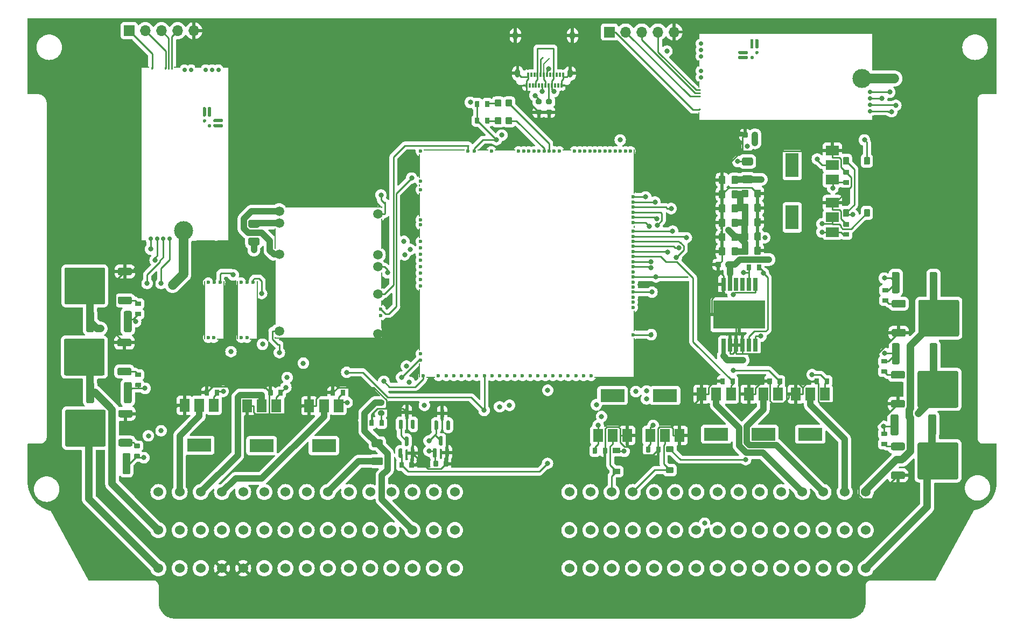
<source format=gtl>
G04 #@! TF.GenerationSoftware,KiCad,Pcbnew,7.0.10-7.0.10~ubuntu22.04.1*
G04 #@! TF.CreationDate,2024-02-03T13:28:10+00:00*
G04 #@! TF.ProjectId,lewycustom,6c657779-6375-4737-946f-6d2e6b696361,rev?*
G04 #@! TF.SameCoordinates,Original*
G04 #@! TF.FileFunction,Copper,L1,Top*
G04 #@! TF.FilePolarity,Positive*
%FSLAX46Y46*%
G04 Gerber Fmt 4.6, Leading zero omitted, Abs format (unit mm)*
G04 Created by KiCad (PCBNEW 7.0.10-7.0.10~ubuntu22.04.1) date 2024-02-03 13:28:10*
%MOMM*%
%LPD*%
G01*
G04 APERTURE LIST*
G04 #@! TA.AperFunction,ComponentPad*
%ADD10C,0.600000*%
G04 #@! TD*
G04 #@! TA.AperFunction,SMDPad,CuDef*
%ADD11O,1.225000X0.200000*%
G04 #@! TD*
G04 #@! TA.AperFunction,SMDPad,CuDef*
%ADD12O,0.200000X9.300000*%
G04 #@! TD*
G04 #@! TA.AperFunction,SMDPad,CuDef*
%ADD13R,1.500000X2.000000*%
G04 #@! TD*
G04 #@! TA.AperFunction,SMDPad,CuDef*
%ADD14R,3.800000X2.000000*%
G04 #@! TD*
G04 #@! TA.AperFunction,SMDPad,CuDef*
%ADD15R,0.200000X3.700000*%
G04 #@! TD*
G04 #@! TA.AperFunction,SMDPad,CuDef*
%ADD16R,0.200000X0.400000*%
G04 #@! TD*
G04 #@! TA.AperFunction,SMDPad,CuDef*
%ADD17R,0.200000X1.600000*%
G04 #@! TD*
G04 #@! TA.AperFunction,SMDPad,CuDef*
%ADD18R,0.200000X9.700000*%
G04 #@! TD*
G04 #@! TA.AperFunction,SMDPad,CuDef*
%ADD19R,0.200000X2.300000*%
G04 #@! TD*
G04 #@! TA.AperFunction,SMDPad,CuDef*
%ADD20R,1.400000X0.200000*%
G04 #@! TD*
G04 #@! TA.AperFunction,SMDPad,CuDef*
%ADD21R,6.400000X0.200000*%
G04 #@! TD*
G04 #@! TA.AperFunction,SMDPad,CuDef*
%ADD22R,1.700000X0.200000*%
G04 #@! TD*
G04 #@! TA.AperFunction,SMDPad,CuDef*
%ADD23R,3.300000X0.200000*%
G04 #@! TD*
G04 #@! TA.AperFunction,SMDPad,CuDef*
%ADD24R,0.200000X7.000000*%
G04 #@! TD*
G04 #@! TA.AperFunction,SMDPad,CuDef*
%ADD25R,0.200000X3.300000*%
G04 #@! TD*
G04 #@! TA.AperFunction,SMDPad,CuDef*
%ADD26R,0.200000X6.300000*%
G04 #@! TD*
G04 #@! TA.AperFunction,ComponentPad*
%ADD27C,0.700000*%
G04 #@! TD*
G04 #@! TA.AperFunction,SMDPad,CuDef*
%ADD28C,3.000000*%
G04 #@! TD*
G04 #@! TA.AperFunction,SMDPad,CuDef*
%ADD29R,3.000000X0.250000*%
G04 #@! TD*
G04 #@! TA.AperFunction,SMDPad,CuDef*
%ADD30R,1.100000X0.250000*%
G04 #@! TD*
G04 #@! TA.AperFunction,SMDPad,CuDef*
%ADD31R,0.980000X0.250000*%
G04 #@! TD*
G04 #@! TA.AperFunction,SMDPad,CuDef*
%ADD32R,1.450000X0.250000*%
G04 #@! TD*
G04 #@! TA.AperFunction,SMDPad,CuDef*
%ADD33R,0.250000X27.600000*%
G04 #@! TD*
G04 #@! TA.AperFunction,SMDPad,CuDef*
%ADD34R,1.950000X0.250000*%
G04 #@! TD*
G04 #@! TA.AperFunction,SMDPad,CuDef*
%ADD35R,0.950000X0.250000*%
G04 #@! TD*
G04 #@! TA.AperFunction,SMDPad,CuDef*
%ADD36R,0.300000X0.700000*%
G04 #@! TD*
G04 #@! TA.AperFunction,ComponentPad*
%ADD37O,0.800000X1.400000*%
G04 #@! TD*
G04 #@! TA.AperFunction,SMDPad,CuDef*
%ADD38R,0.650000X2.000000*%
G04 #@! TD*
G04 #@! TA.AperFunction,SMDPad,CuDef*
%ADD39R,8.100000X4.500000*%
G04 #@! TD*
G04 #@! TA.AperFunction,ComponentPad*
%ADD40R,1.700000X1.700000*%
G04 #@! TD*
G04 #@! TA.AperFunction,ComponentPad*
%ADD41O,1.700000X1.700000*%
G04 #@! TD*
G04 #@! TA.AperFunction,SMDPad,CuDef*
%ADD42R,0.250000X3.000000*%
G04 #@! TD*
G04 #@! TA.AperFunction,SMDPad,CuDef*
%ADD43R,0.250000X1.100000*%
G04 #@! TD*
G04 #@! TA.AperFunction,SMDPad,CuDef*
%ADD44R,0.250000X0.980000*%
G04 #@! TD*
G04 #@! TA.AperFunction,SMDPad,CuDef*
%ADD45R,0.250000X1.450000*%
G04 #@! TD*
G04 #@! TA.AperFunction,SMDPad,CuDef*
%ADD46R,27.600000X0.250000*%
G04 #@! TD*
G04 #@! TA.AperFunction,SMDPad,CuDef*
%ADD47R,0.250000X1.950000*%
G04 #@! TD*
G04 #@! TA.AperFunction,SMDPad,CuDef*
%ADD48R,0.250000X0.950000*%
G04 #@! TD*
G04 #@! TA.AperFunction,ComponentPad*
%ADD49C,1.524000*%
G04 #@! TD*
G04 #@! TA.AperFunction,SMDPad,CuDef*
%ADD50R,2.000000X1.500000*%
G04 #@! TD*
G04 #@! TA.AperFunction,SMDPad,CuDef*
%ADD51R,2.000000X3.800000*%
G04 #@! TD*
G04 #@! TA.AperFunction,ComponentPad*
%ADD52C,1.500000*%
G04 #@! TD*
G04 #@! TA.AperFunction,SMDPad,CuDef*
%ADD53O,0.200000X3.300000*%
G04 #@! TD*
G04 #@! TA.AperFunction,SMDPad,CuDef*
%ADD54O,0.200000X10.200000*%
G04 #@! TD*
G04 #@! TA.AperFunction,SMDPad,CuDef*
%ADD55O,0.200000X0.300000*%
G04 #@! TD*
G04 #@! TA.AperFunction,SMDPad,CuDef*
%ADD56O,17.000000X0.200000*%
G04 #@! TD*
G04 #@! TA.AperFunction,SMDPad,CuDef*
%ADD57O,15.400000X0.200000*%
G04 #@! TD*
G04 #@! TA.AperFunction,SMDPad,CuDef*
%ADD58O,0.200000X4.800000*%
G04 #@! TD*
G04 #@! TA.AperFunction,SMDPad,CuDef*
%ADD59O,0.200000X2.600000*%
G04 #@! TD*
G04 #@! TA.AperFunction,SMDPad,CuDef*
%ADD60O,0.200000X1.000000*%
G04 #@! TD*
G04 #@! TA.AperFunction,SMDPad,CuDef*
%ADD61O,0.200000X1.500000*%
G04 #@! TD*
G04 #@! TA.AperFunction,ViaPad*
%ADD62C,0.800000*%
G04 #@! TD*
G04 #@! TA.AperFunction,ViaPad*
%ADD63C,1.000000*%
G04 #@! TD*
G04 #@! TA.AperFunction,ViaPad*
%ADD64C,1.200000*%
G04 #@! TD*
G04 #@! TA.AperFunction,ViaPad*
%ADD65C,0.200000*%
G04 #@! TD*
G04 #@! TA.AperFunction,ViaPad*
%ADD66C,1.500000*%
G04 #@! TD*
G04 #@! TA.AperFunction,Conductor*
%ADD67C,1.000000*%
G04 #@! TD*
G04 #@! TA.AperFunction,Conductor*
%ADD68C,0.250000*%
G04 #@! TD*
G04 #@! TA.AperFunction,Conductor*
%ADD69C,1.200000*%
G04 #@! TD*
G04 #@! TA.AperFunction,Conductor*
%ADD70C,0.649800*%
G04 #@! TD*
G04 #@! TA.AperFunction,Conductor*
%ADD71C,0.200000*%
G04 #@! TD*
G04 #@! TA.AperFunction,Conductor*
%ADD72C,1.500000*%
G04 #@! TD*
G04 APERTURE END LIST*
D10*
G04 #@! TO.P,M4,E1,V5A*
G04 #@! TO.N,+5VA*
X33600000Y52950000D03*
D11*
G04 #@! TO.P,M4,E2,GND*
G04 #@! TO.N,GND*
X35575000Y44050000D03*
D12*
X33000000Y48600000D03*
X36100000Y48600000D03*
D10*
X34550000Y52950000D03*
G04 #@! TO.P,M4,E3,OUT_KNOCK*
G04 #@! TO.N,Net-(M4-OUT_KNOCK)*
X35499998Y52950000D03*
G04 #@! TO.P,M4,W1,IN_KNOCK*
G04 #@! TO.N,/KNOCK2*
X34500000Y44250000D03*
G04 #@! TO.P,M4,W2,VREF*
G04 #@! TO.N,Net-(M3-VREF)*
X33600000Y44250000D03*
G04 #@! TD*
D13*
G04 #@! TO.P,Q1,1,G*
G04 #@! TO.N,/INJECTORS/IN1*
X29300000Y33600000D03*
G04 #@! TO.P,Q1,2,D*
G04 #@! TO.N,/OUT_INJ1*
X27000000Y33600000D03*
G04 #@! TO.P,Q1,3,S*
G04 #@! TO.N,GND*
X24700000Y33600000D03*
D14*
G04 #@! TO.P,Q1,4*
G04 #@! TO.N,N/C*
X27000000Y27300000D03*
G04 #@! TD*
G04 #@! TO.P,C8,1*
G04 #@! TO.N,GND*
G04 #@! TA.AperFunction,SMDPad,CuDef*
G36*
G01*
X115320000Y60725000D02*
X115320000Y59675000D01*
G75*
G02*
X115220000Y59575000I-100000J0D01*
G01*
X114420000Y59575000D01*
G75*
G02*
X114320000Y59675000I0J100000D01*
G01*
X114320000Y60725000D01*
G75*
G02*
X114420000Y60825000I100000J0D01*
G01*
X115220000Y60825000D01*
G75*
G02*
X115320000Y60725000I0J-100000D01*
G01*
G37*
G04 #@! TD.AperFunction*
G04 #@! TO.P,C8,2*
G04 #@! TO.N,/dbw/PWR*
G04 #@! TA.AperFunction,SMDPad,CuDef*
G36*
G01*
X113320000Y60725000D02*
X113320000Y59675000D01*
G75*
G02*
X113220000Y59575000I-100000J0D01*
G01*
X112420000Y59575000D01*
G75*
G02*
X112320000Y59675000I0J100000D01*
G01*
X112320000Y60725000D01*
G75*
G02*
X112420000Y60825000I100000J0D01*
G01*
X113220000Y60825000D01*
G75*
G02*
X113320000Y60725000I0J-100000D01*
G01*
G37*
G04 #@! TD.AperFunction*
G04 #@! TD*
G04 #@! TO.P,D5,1*
G04 #@! TO.N,/OUT_FAN*
G04 #@! TA.AperFunction,SMDPad,CuDef*
G36*
G01*
X64400000Y29725000D02*
X64100000Y29725000D01*
G75*
G02*
X63950000Y29875000I0J150000D01*
G01*
X63950000Y31050000D01*
G75*
G02*
X64100000Y31200000I150000J0D01*
G01*
X64400000Y31200000D01*
G75*
G02*
X64550000Y31050000I0J-150000D01*
G01*
X64550000Y29875000D01*
G75*
G02*
X64400000Y29725000I-150000J0D01*
G01*
G37*
G04 #@! TD.AperFunction*
G04 #@! TO.P,D5,2*
G04 #@! TO.N,GND*
G04 #@! TA.AperFunction,SMDPad,CuDef*
G36*
G01*
X65350000Y31600000D02*
X65050000Y31600000D01*
G75*
G02*
X64900000Y31750000I0J150000D01*
G01*
X64900000Y32925000D01*
G75*
G02*
X65050000Y33075000I150000J0D01*
G01*
X65350000Y33075000D01*
G75*
G02*
X65500000Y32925000I0J-150000D01*
G01*
X65500000Y31750000D01*
G75*
G02*
X65350000Y31600000I-150000J0D01*
G01*
G37*
G04 #@! TD.AperFunction*
G04 #@! TO.P,D5,3*
G04 #@! TO.N,unconnected-(D5-Pad3)*
G04 #@! TA.AperFunction,SMDPad,CuDef*
G36*
G01*
X66300000Y29725000D02*
X66000000Y29725000D01*
G75*
G02*
X65850000Y29875000I0J150000D01*
G01*
X65850000Y31050000D01*
G75*
G02*
X66000000Y31200000I150000J0D01*
G01*
X66300000Y31200000D01*
G75*
G02*
X66450000Y31050000I0J-150000D01*
G01*
X66450000Y29875000D01*
G75*
G02*
X66300000Y29725000I-150000J0D01*
G01*
G37*
G04 #@! TD.AperFunction*
G04 #@! TD*
G04 #@! TO.P,R22,1*
G04 #@! TO.N,/IGN/IN5*
G04 #@! TA.AperFunction,SMDPad,CuDef*
G36*
G01*
X16375000Y37025000D02*
X16375000Y34175000D01*
G75*
G02*
X16125000Y33925000I-250000J0D01*
G01*
X15400000Y33925000D01*
G75*
G02*
X15150000Y34175000I0J250000D01*
G01*
X15150000Y37025000D01*
G75*
G02*
X15400000Y37275000I250000J0D01*
G01*
X16125000Y37275000D01*
G75*
G02*
X16375000Y37025000I0J-250000D01*
G01*
G37*
G04 #@! TD.AperFunction*
G04 #@! TO.P,R22,2*
G04 #@! TO.N,/OUT_IGN5*
G04 #@! TA.AperFunction,SMDPad,CuDef*
G36*
G01*
X10450000Y37025000D02*
X10450000Y34175000D01*
G75*
G02*
X10200000Y33925000I-250000J0D01*
G01*
X9475000Y33925000D01*
G75*
G02*
X9225000Y34175000I0J250000D01*
G01*
X9225000Y37025000D01*
G75*
G02*
X9475000Y37275000I250000J0D01*
G01*
X10200000Y37275000D01*
G75*
G02*
X10450000Y37025000I0J-250000D01*
G01*
G37*
G04 #@! TD.AperFunction*
G04 #@! TD*
G04 #@! TO.P,R5,1*
G04 #@! TO.N,/DBW_DIS*
G04 #@! TA.AperFunction,SMDPad,CuDef*
G36*
G01*
X115370000Y55740000D02*
X115370000Y54960000D01*
G75*
G02*
X115300000Y54890000I-70000J0D01*
G01*
X114740000Y54890000D01*
G75*
G02*
X114670000Y54960000I0J70000D01*
G01*
X114670000Y55740000D01*
G75*
G02*
X114740000Y55810000I70000J0D01*
G01*
X115300000Y55810000D01*
G75*
G02*
X115370000Y55740000I0J-70000D01*
G01*
G37*
G04 #@! TD.AperFunction*
G04 #@! TO.P,R5,2*
G04 #@! TO.N,+3.3V*
G04 #@! TA.AperFunction,SMDPad,CuDef*
G36*
G01*
X113770000Y55740000D02*
X113770000Y54960000D01*
G75*
G02*
X113700000Y54890000I-70000J0D01*
G01*
X113140000Y54890000D01*
G75*
G02*
X113070000Y54960000I0J70000D01*
G01*
X113070000Y55740000D01*
G75*
G02*
X113140000Y55810000I70000J0D01*
G01*
X113700000Y55810000D01*
G75*
G02*
X113770000Y55740000I0J-70000D01*
G01*
G37*
G04 #@! TD.AperFunction*
G04 #@! TD*
G04 #@! TO.P,D6,1*
G04 #@! TO.N,/OUT_MR*
G04 #@! TA.AperFunction,SMDPad,CuDef*
G36*
G01*
X58850000Y29862500D02*
X58550000Y29862500D01*
G75*
G02*
X58400000Y30012500I0J150000D01*
G01*
X58400000Y31187500D01*
G75*
G02*
X58550000Y31337500I150000J0D01*
G01*
X58850000Y31337500D01*
G75*
G02*
X59000000Y31187500I0J-150000D01*
G01*
X59000000Y30012500D01*
G75*
G02*
X58850000Y29862500I-150000J0D01*
G01*
G37*
G04 #@! TD.AperFunction*
G04 #@! TO.P,D6,2*
G04 #@! TO.N,GND*
G04 #@! TA.AperFunction,SMDPad,CuDef*
G36*
G01*
X59800000Y31737500D02*
X59500000Y31737500D01*
G75*
G02*
X59350000Y31887500I0J150000D01*
G01*
X59350000Y33062500D01*
G75*
G02*
X59500000Y33212500I150000J0D01*
G01*
X59800000Y33212500D01*
G75*
G02*
X59950000Y33062500I0J-150000D01*
G01*
X59950000Y31887500D01*
G75*
G02*
X59800000Y31737500I-150000J0D01*
G01*
G37*
G04 #@! TD.AperFunction*
G04 #@! TO.P,D6,3*
G04 #@! TO.N,unconnected-(D6-Pad3)*
G04 #@! TA.AperFunction,SMDPad,CuDef*
G36*
G01*
X60750000Y29862500D02*
X60450000Y29862500D01*
G75*
G02*
X60300000Y30012500I0J150000D01*
G01*
X60300000Y31187500D01*
G75*
G02*
X60450000Y31337500I150000J0D01*
G01*
X60750000Y31337500D01*
G75*
G02*
X60900000Y31187500I0J-150000D01*
G01*
X60900000Y30012500D01*
G75*
G02*
X60750000Y29862500I-150000J0D01*
G01*
G37*
G04 #@! TD.AperFunction*
G04 #@! TD*
G04 #@! TO.P,R4,1*
G04 #@! TO.N,GND*
G04 #@! TA.AperFunction,SMDPad,CuDef*
G36*
G01*
X80675000Y79375000D02*
X80125000Y79375000D01*
G75*
G02*
X79925000Y79575000I0J200000D01*
G01*
X79925000Y79975000D01*
G75*
G02*
X80125000Y80175000I200000J0D01*
G01*
X80675000Y80175000D01*
G75*
G02*
X80875000Y79975000I0J-200000D01*
G01*
X80875000Y79575000D01*
G75*
G02*
X80675000Y79375000I-200000J0D01*
G01*
G37*
G04 #@! TD.AperFunction*
G04 #@! TO.P,R4,2*
G04 #@! TO.N,Net-(J3-CC2)*
G04 #@! TA.AperFunction,SMDPad,CuDef*
G36*
G01*
X80675000Y81025000D02*
X80125000Y81025000D01*
G75*
G02*
X79925000Y81225000I0J200000D01*
G01*
X79925000Y81625000D01*
G75*
G02*
X80125000Y81825000I200000J0D01*
G01*
X80675000Y81825000D01*
G75*
G02*
X80875000Y81625000I0J-200000D01*
G01*
X80875000Y81225000D01*
G75*
G02*
X80675000Y81025000I-200000J0D01*
G01*
G37*
G04 #@! TD.AperFunction*
G04 #@! TD*
G04 #@! TO.P,D7,1,K*
G04 #@! TO.N,Net-(D7-K)*
G04 #@! TA.AperFunction,SMDPad,CuDef*
G36*
G01*
X76199999Y78849998D02*
X76199999Y77949998D01*
G75*
G02*
X76099999Y77849998I-100000J0D01*
G01*
X75299999Y77849998D01*
G75*
G02*
X75199999Y77949998I0J100000D01*
G01*
X75199999Y78849998D01*
G75*
G02*
X75299999Y78949998I100000J0D01*
G01*
X76099999Y78949998D01*
G75*
G02*
X76199999Y78849998I0J-100000D01*
G01*
G37*
G04 #@! TD.AperFunction*
G04 #@! TO.P,D7,2,A*
G04 #@! TO.N,Net-(D7-A)*
G04 #@! TA.AperFunction,SMDPad,CuDef*
G36*
G01*
X74499999Y78849998D02*
X74499999Y77949998D01*
G75*
G02*
X74399999Y77849998I-100000J0D01*
G01*
X73599999Y77849998D01*
G75*
G02*
X73499999Y77949998I0J100000D01*
G01*
X73499999Y78849998D01*
G75*
G02*
X73599999Y78949998I100000J0D01*
G01*
X74399999Y78949998D01*
G75*
G02*
X74499999Y78849998I0J-100000D01*
G01*
G37*
G04 #@! TD.AperFunction*
G04 #@! TD*
G04 #@! TO.P,C1,1*
G04 #@! TO.N,GND*
G04 #@! TA.AperFunction,SMDPad,CuDef*
G36*
G01*
X108720000Y68575000D02*
X108720000Y69625000D01*
G75*
G02*
X108820000Y69725000I100000J0D01*
G01*
X109620000Y69725000D01*
G75*
G02*
X109720000Y69625000I0J-100000D01*
G01*
X109720000Y68575000D01*
G75*
G02*
X109620000Y68475000I-100000J0D01*
G01*
X108820000Y68475000D01*
G75*
G02*
X108720000Y68575000I0J100000D01*
G01*
G37*
G04 #@! TD.AperFunction*
G04 #@! TO.P,C1,2*
G04 #@! TO.N,/dbw/PWR*
G04 #@! TA.AperFunction,SMDPad,CuDef*
G36*
G01*
X110720000Y68575000D02*
X110720000Y69625000D01*
G75*
G02*
X110820000Y69725000I100000J0D01*
G01*
X111620000Y69725000D01*
G75*
G02*
X111720000Y69625000I0J-100000D01*
G01*
X111720000Y68575000D01*
G75*
G02*
X111620000Y68475000I-100000J0D01*
G01*
X110820000Y68475000D01*
G75*
G02*
X110720000Y68575000I0J100000D01*
G01*
G37*
G04 #@! TD.AperFunction*
G04 #@! TD*
G04 #@! TO.P,C5,1*
G04 #@! TO.N,GND*
G04 #@! TA.AperFunction,SMDPad,CuDef*
G36*
G01*
X108720000Y59575000D02*
X108720000Y60625000D01*
G75*
G02*
X108820000Y60725000I100000J0D01*
G01*
X109620000Y60725000D01*
G75*
G02*
X109720000Y60625000I0J-100000D01*
G01*
X109720000Y59575000D01*
G75*
G02*
X109620000Y59475000I-100000J0D01*
G01*
X108820000Y59475000D01*
G75*
G02*
X108720000Y59575000I0J100000D01*
G01*
G37*
G04 #@! TD.AperFunction*
G04 #@! TO.P,C5,2*
G04 #@! TO.N,/dbw/PWR*
G04 #@! TA.AperFunction,SMDPad,CuDef*
G36*
G01*
X110720000Y59575000D02*
X110720000Y60625000D01*
G75*
G02*
X110820000Y60725000I100000J0D01*
G01*
X111620000Y60725000D01*
G75*
G02*
X111720000Y60625000I0J-100000D01*
G01*
X111720000Y59575000D01*
G75*
G02*
X111620000Y59475000I-100000J0D01*
G01*
X110820000Y59475000D01*
G75*
G02*
X110720000Y59575000I0J100000D01*
G01*
G37*
G04 #@! TD.AperFunction*
G04 #@! TD*
G04 #@! TO.P,R19,1*
G04 #@! TO.N,Net-(Q11-G)*
G04 #@! TA.AperFunction,SMDPad,CuDef*
G36*
G01*
X17010000Y38750000D02*
X17790000Y38750000D01*
G75*
G02*
X17860000Y38680000I0J-70000D01*
G01*
X17860000Y38120000D01*
G75*
G02*
X17790000Y38050000I-70000J0D01*
G01*
X17010000Y38050000D01*
G75*
G02*
X16940000Y38120000I0J70000D01*
G01*
X16940000Y38680000D01*
G75*
G02*
X17010000Y38750000I70000J0D01*
G01*
G37*
G04 #@! TD.AperFunction*
G04 #@! TO.P,R19,2*
G04 #@! TO.N,/IGN/IN5*
G04 #@! TA.AperFunction,SMDPad,CuDef*
G36*
G01*
X17010000Y37150000D02*
X17790000Y37150000D01*
G75*
G02*
X17860000Y37080000I0J-70000D01*
G01*
X17860000Y36520000D01*
G75*
G02*
X17790000Y36450000I-70000J0D01*
G01*
X17010000Y36450000D01*
G75*
G02*
X16940000Y36520000I0J70000D01*
G01*
X16940000Y37080000D01*
G75*
G02*
X17010000Y37150000I70000J0D01*
G01*
G37*
G04 #@! TD.AperFunction*
G04 #@! TD*
D10*
G04 #@! TO.P,M6,E1,V5A_SWITCHABLE*
G04 #@! TO.N,+5VA*
X95225000Y44725000D03*
G04 #@! TO.P,M6,E2,GNDA*
G04 #@! TO.N,unconnected-(M6-GNDA-PadE2)*
X95225010Y49025000D03*
G04 #@! TO.P,M6,E3,I2C_SCL_(PB10)*
G04 #@! TO.N,unconnected-(M6-I2C_SCL_(PB10)-PadE3)*
X95225010Y49824990D03*
G04 #@! TO.P,M6,E4,I2C_SDA_(PB11)*
G04 #@! TO.N,unconnected-(M6-I2C_SDA_(PB11)-PadE4)*
X95225010Y50625000D03*
G04 #@! TO.P,M6,E5,IN_VIGN_(PA5)*
G04 #@! TO.N,/VIGN*
X95225010Y51425000D03*
G04 #@! TO.P,M6,E6,SPI2_CS_/_CAN2_RX_(PB12)*
G04 #@! TO.N,unconnected-(M6-SPI2_CS_{slash}_CAN2_RX_(PB12)-PadE6)*
X95225010Y52225000D03*
G04 #@! TO.P,M6,E7,SPI2_SCK_/_CAN2_TX_(PB13)*
G04 #@! TO.N,unconnected-(M6-SPI2_SCK_{slash}_CAN2_TX_(PB13)-PadE7)*
X95225010Y53025000D03*
G04 #@! TO.P,M6,E8,SPI2_MISO_(PB14)*
G04 #@! TO.N,/DBW_DIS*
X95225010Y53825000D03*
G04 #@! TO.P,M6,E9,SPI2_MOSI_(PB15)*
G04 #@! TO.N,unconnected-(M6-SPI2_MOSI_(PB15)-PadE9)*
X95225010Y54625000D03*
G04 #@! TO.P,M6,E10,OUT_INJ8_(PD12)*
G04 #@! TO.N,/Low Side/IN3*
X95225010Y55425000D03*
G04 #@! TO.P,M6,E11,OUT_INJ7_(PD15)*
G04 #@! TO.N,/Low Side/IN4*
X95225010Y56225000D03*
G04 #@! TO.P,M6,E12,OUT_INJ6_(PA8)*
G04 #@! TO.N,/INJECTORS/IN6*
X95225010Y57025000D03*
G04 #@! TO.P,M6,E13,OUT_INJ5_(PD2)*
G04 #@! TO.N,/INJECTORS/IN5*
X95225010Y57825000D03*
G04 #@! TO.P,M6,E14,OUT_INJ4_(PD10)*
G04 #@! TO.N,/INJECTORS/IN4*
X95225010Y58625000D03*
G04 #@! TO.P,M6,E15,OUT_INJ3_(PD11)*
G04 #@! TO.N,/INJECTORS/IN3*
X95225010Y59425000D03*
G04 #@! TO.P,M6,E16,OUT_INJ2_(PA9)*
G04 #@! TO.N,/INJECTORS/IN2*
X95225000Y60224990D03*
G04 #@! TO.P,M6,E17,OUT_INJ1_(PD3)*
G04 #@! TO.N,/INJECTORS/IN1*
X95225010Y61025000D03*
G04 #@! TO.P,M6,E18,OUT_PWM1_(PD13)*
G04 #@! TO.N,/Low Side/IN2*
X95225010Y62425000D03*
G04 #@! TO.P,M6,E19,OUT_PWM2_(PC6)*
G04 #@! TO.N,/Low Side/IN1*
X95225010Y63224990D03*
G04 #@! TO.P,M6,E20,OUT_PWM3_(PC7)*
G04 #@! TO.N,/DBW_PWM*
X95225010Y64024990D03*
G04 #@! TO.P,M6,E21,OUT_PWM4_(PC8)*
G04 #@! TO.N,/DBW_DIR*
X95225010Y64824990D03*
G04 #@! TO.P,M6,E22,OUT_PWM5_(PC9)*
G04 #@! TO.N,/ls2/IN2*
X95225010Y65624990D03*
G04 #@! TO.P,M6,E23,OUT_PWM6_(PD14)*
G04 #@! TO.N,/ls2/IN1*
X95225010Y66425000D03*
D15*
G04 #@! TO.P,M6,G,GND*
G04 #@! TO.N,GND*
X61625000Y71274990D03*
D16*
X61625000Y68225000D03*
D15*
X61625000Y65174990D03*
D17*
X61625000Y60725000D03*
D18*
X61625000Y47075000D03*
D19*
X61625000Y39075000D03*
D20*
X63425010Y38024990D03*
D21*
X65525000Y73824990D03*
D22*
X71575000Y73824990D03*
D23*
X75075000Y73824990D03*
D20*
X84825000Y73824990D03*
D21*
X92325000Y38024990D03*
D24*
X95425010Y70425010D03*
D16*
X95425010Y61724990D03*
D25*
X95425010Y46874990D03*
D26*
X95425010Y41074990D03*
D10*
G04 #@! TO.P,M6,N1,VBUS*
G04 #@! TO.N,/VBUS*
X94825010Y73625000D03*
G04 #@! TO.P,M6,N2,USBM_(PA11)*
G04 #@! TO.N,/USB-*
X94025010Y73625000D03*
G04 #@! TO.P,M6,N3,USBP_(PA12)*
G04 #@! TO.N,/USB+*
X93225010Y73625000D03*
G04 #@! TO.P,M6,N4,USBID_(PA10)*
G04 #@! TO.N,unconnected-(M6-USBID_(PA10)-PadN4)*
X92425000Y73625000D03*
G04 #@! TO.P,M6,N5,SWDIO_(PA13)*
G04 #@! TO.N,unconnected-(M6-SWDIO_(PA13)-PadN5)*
X91625010Y73625000D03*
G04 #@! TO.P,M6,N6,SWCLK_(PA14)*
G04 #@! TO.N,unconnected-(M6-SWCLK_(PA14)-PadN6)*
X90825010Y73625000D03*
G04 #@! TO.P,M6,N7,nReset*
G04 #@! TO.N,unconnected-(M6-nReset-PadN7)*
X90025010Y73625000D03*
G04 #@! TO.P,M6,N8,SWO_(PB3)*
G04 #@! TO.N,unconnected-(M6-SWO_(PB3)-PadN8)*
X89225000Y73625000D03*
G04 #@! TO.P,M6,N9,SPI3_CS_(PA15)*
G04 #@! TO.N,unconnected-(M6-SPI3_CS_(PA15)-PadN9)*
X88425010Y73624990D03*
G04 #@! TO.P,M6,N10,SPI3_SCK_(PC10)*
G04 #@! TO.N,unconnected-(M6-SPI3_SCK_(PC10)-PadN10)*
X87625010Y73624990D03*
G04 #@! TO.P,M6,N11,SPI3_MISO_(PC11)*
G04 #@! TO.N,unconnected-(M6-SPI3_MISO_(PC11)-PadN11)*
X86825010Y73624990D03*
G04 #@! TO.P,M6,N12,SPI3_MOSI_(PC12)*
G04 #@! TO.N,unconnected-(M6-SPI3_MOSI_(PC12)-PadN12)*
X86025010Y73624990D03*
G04 #@! TO.P,M6,N13,UART2_TX_(PD5)*
G04 #@! TO.N,unconnected-(M6-UART2_TX_(PD5)-PadN13)*
X83625000Y73624990D03*
G04 #@! TO.P,M6,N14,UART2_RX_(PD6)*
G04 #@! TO.N,unconnected-(M6-UART2_RX_(PD6)-PadN14)*
X82825000Y73624990D03*
G04 #@! TO.P,M6,N14a,LED_GREEN*
G04 #@! TO.N,Net-(D8-K)*
X82025010Y73625000D03*
G04 #@! TO.P,M6,N14b,LED_YELLOW*
G04 #@! TO.N,Net-(D7-K)*
X81225000Y73625000D03*
G04 #@! TO.P,M6,N15,V33_SWITCHABLE*
G04 #@! TO.N,+3.3VA*
X80425000Y73625000D03*
G04 #@! TO.P,M6,N16,BOOT0*
G04 #@! TO.N,unconnected-(M6-BOOT0-PadN16)*
X79625000Y73625000D03*
G04 #@! TO.P,M6,N17,VBAT*
G04 #@! TO.N,/VBAT*
X78825000Y73625000D03*
G04 #@! TO.P,M6,N18,UART8_RX_(PE0)*
G04 #@! TO.N,unconnected-(M6-UART8_RX_(PE0)-PadN18)*
X78025000Y73624990D03*
G04 #@! TO.P,M6,N19,UART8_TX_(PE1)*
G04 #@! TO.N,unconnected-(M6-UART8_TX_(PE1)-PadN19)*
X77225000Y73624990D03*
G04 #@! TO.P,M6,N20,OUT_PWR_EN_(PE10)*
G04 #@! TO.N,/PWR_EN*
X72925000Y73624990D03*
G04 #@! TO.P,M6,N21,V33*
G04 #@! TO.N,+3.3V*
X70225000Y73624990D03*
G04 #@! TO.P,M6,N22,VCC*
G04 #@! TO.N,+5V*
X69225010Y73624990D03*
G04 #@! TO.P,M6,N23,V33*
G04 #@! TO.N,unconnected-(M6-V33-PadN23)*
X61825000Y73624990D03*
G04 #@! TO.P,M6,S1,IN_D4_(PE15)*
G04 #@! TO.N,unconnected-(M6-IN_D4_(PE15)-PadS1)*
X88625020Y38224990D03*
G04 #@! TO.P,M6,S2,IN_D3_(PE14)*
G04 #@! TO.N,unconnected-(M6-IN_D3_(PE14)-PadS2)*
X87425010Y38224990D03*
G04 #@! TO.P,M6,S3,IN_D2_(PE13)*
G04 #@! TO.N,unconnected-(M6-IN_D2_(PE13)-PadS3)*
X86225010Y38224990D03*
G04 #@! TO.P,M6,S4,IN_D1_(PE12)*
G04 #@! TO.N,/CLUTCH*
X85025010Y38224990D03*
G04 #@! TO.P,M6,S5,VREF2*
G04 #@! TO.N,unconnected-(M6-VREF2-PadS5)*
X83825010Y38224990D03*
G04 #@! TO.P,M6,S6,IN_AUX4_(PC5)*
G04 #@! TO.N,/V_MAIN*
X82625010Y38224990D03*
G04 #@! TO.P,M6,S7,IN_AUX3_(PA7)*
G04 #@! TO.N,Net-(M3-OUT_KNOCK)*
X81425010Y38224990D03*
G04 #@! TO.P,M6,S8,IN_AUX2_(PC4/PE9)*
G04 #@! TO.N,/PPS2*
X80225010Y38224990D03*
G04 #@! TO.P,M6,S9,IN_AUX1_(PB0)*
G04 #@! TO.N,/TPS2*
X79025010Y38224990D03*
G04 #@! TO.P,M6,S10,IN_O2S2_(PA1)*
G04 #@! TO.N,unconnected-(M6-IN_O2S2_(PA1)-PadS10)*
X77825010Y38224990D03*
G04 #@! TO.P,M6,S11,IN_O2S_/_CAN_WAKEUP_(PA0)*
G04 #@! TO.N,unconnected-(M6-IN_O2S_{slash}_CAN_WAKEUP_(PA0)-PadS11)*
X76625010Y38224990D03*
G04 #@! TO.P,M6,S12,IN_MAP2_(PC1)*
G04 #@! TO.N,unconnected-(M6-IN_MAP2_(PC1)-PadS12)*
X75425010Y38224990D03*
G04 #@! TO.P,M6,S13,IN_MAP1_(PC0)*
G04 #@! TO.N,/MAP*
X74225010Y38224990D03*
G04 #@! TO.P,M6,S14,IN_CRANK_(PB1)*
G04 #@! TO.N,/CRANK*
X73025010Y38224990D03*
G04 #@! TO.P,M6,S15,IN_KNOCK_(PA2)*
G04 #@! TO.N,Net-(M4-OUT_KNOCK)*
X71825010Y38224990D03*
G04 #@! TO.P,M6,S16,IN_CAM_(PA6)*
G04 #@! TO.N,/CAM*
X70625010Y38224990D03*
G04 #@! TO.P,M6,S17,IN_VSS_(PE11)*
G04 #@! TO.N,unconnected-(M6-IN_VSS_(PE11)-PadS17)*
X69425010Y38224990D03*
G04 #@! TO.P,M6,S18,IN_TPS_(PA4)*
G04 #@! TO.N,/TPS1*
X68225000Y38224990D03*
G04 #@! TO.P,M6,S19,IN_PPS_(PA3)*
G04 #@! TO.N,/PPS1*
X67025000Y38224990D03*
G04 #@! TO.P,M6,S20,IN_IAT_(PC3)*
G04 #@! TO.N,/IAT*
X65825000Y38224990D03*
G04 #@! TO.P,M6,S21,IN_CLT_(PC2)*
G04 #@! TO.N,/CLT*
X64625000Y38224990D03*
G04 #@! TO.P,M6,S22,VREF1*
G04 #@! TO.N,Net-(M3-VREF)*
X62225000Y38224990D03*
G04 #@! TO.P,M6,W1,GNDA*
G04 #@! TO.N,GNDA*
X61825000Y40725000D03*
G04 #@! TO.P,M6,W2,V5A_SWITCHABLE*
G04 #@! TO.N,+5VA*
X61825000Y41725000D03*
G04 #@! TO.P,M6,W3,IGN8_(PE6)*
G04 #@! TO.N,unconnected-(M6-IGN8_(PE6)-PadW3)*
X61825000Y52424990D03*
G04 #@! TO.P,M6,W4,IGN7_(PB9)*
G04 #@! TO.N,unconnected-(M6-IGN7_(PB9)-PadW4)*
X61825000Y53425000D03*
G04 #@! TO.P,M6,W5,IGN6_(PB8)*
G04 #@! TO.N,/IGN/IN6*
X61825000Y54424990D03*
G04 #@! TO.P,M6,W6,IGN5_(PE2)*
G04 #@! TO.N,/IGN/IN5*
X61825000Y55424990D03*
G04 #@! TO.P,M6,W7,IGN4_(PE3)*
G04 #@! TO.N,/IGN/IN4*
X61825000Y56424990D03*
G04 #@! TO.P,M6,W8,IGN3_(PE4)*
G04 #@! TO.N,/IGN/IN3*
X61825000Y57424990D03*
G04 #@! TO.P,M6,W9,IGN2_(PE5)*
G04 #@! TO.N,/IGN/IN2*
X61825000Y58424990D03*
G04 #@! TO.P,M6,W10,IGN1_(PC13)*
G04 #@! TO.N,/IGN/IN1*
X61825000Y59424990D03*
G04 #@! TO.P,M6,W11,CANH*
G04 #@! TO.N,/CAN H*
X61825000Y62024990D03*
G04 #@! TO.P,M6,W12,CANL*
G04 #@! TO.N,/CAN L*
X61825000Y62824990D03*
G04 #@! TO.P,M6,W13,V33_REF*
G04 #@! TO.N,unconnected-(M6-V33_REF-PadW13)*
X61825000Y67525000D03*
G04 #@! TO.P,M6,W14,V5A_SWITCHABLE*
G04 #@! TO.N,unconnected-(M6-V5A_SWITCHABLE-PadW14)*
X61825000Y68924990D03*
G04 #@! TD*
G04 #@! TO.P,R17,1*
G04 #@! TO.N,/IGN/IN3*
G04 #@! TA.AperFunction,SMDPad,CuDef*
G36*
G01*
X135925000Y51495000D02*
X135925000Y54345000D01*
G75*
G02*
X136175000Y54595000I250000J0D01*
G01*
X136900000Y54595000D01*
G75*
G02*
X137150000Y54345000I0J-250000D01*
G01*
X137150000Y51495000D01*
G75*
G02*
X136900000Y51245000I-250000J0D01*
G01*
X136175000Y51245000D01*
G75*
G02*
X135925000Y51495000I0J250000D01*
G01*
G37*
G04 #@! TD.AperFunction*
G04 #@! TO.P,R17,2*
G04 #@! TO.N,/OUT_IGN3*
G04 #@! TA.AperFunction,SMDPad,CuDef*
G36*
G01*
X141850000Y51495000D02*
X141850000Y54345000D01*
G75*
G02*
X142100000Y54595000I250000J0D01*
G01*
X142825000Y54595000D01*
G75*
G02*
X143075000Y54345000I0J-250000D01*
G01*
X143075000Y51495000D01*
G75*
G02*
X142825000Y51245000I-250000J0D01*
G01*
X142100000Y51245000D01*
G75*
G02*
X141850000Y51495000I0J250000D01*
G01*
G37*
G04 #@! TD.AperFunction*
G04 #@! TD*
G04 #@! TO.P,R8,1*
G04 #@! TO.N,GND*
G04 #@! TA.AperFunction,SMDPad,CuDef*
G36*
G01*
X37850000Y35210000D02*
X37850000Y35990000D01*
G75*
G02*
X37920000Y36060000I70000J0D01*
G01*
X38480000Y36060000D01*
G75*
G02*
X38550000Y35990000I0J-70000D01*
G01*
X38550000Y35210000D01*
G75*
G02*
X38480000Y35140000I-70000J0D01*
G01*
X37920000Y35140000D01*
G75*
G02*
X37850000Y35210000I0J70000D01*
G01*
G37*
G04 #@! TD.AperFunction*
G04 #@! TO.P,R8,2*
G04 #@! TO.N,/INJECTORS/IN3*
G04 #@! TA.AperFunction,SMDPad,CuDef*
G36*
G01*
X39450000Y35210000D02*
X39450000Y35990000D01*
G75*
G02*
X39520000Y36060000I70000J0D01*
G01*
X40080000Y36060000D01*
G75*
G02*
X40150000Y35990000I0J-70000D01*
G01*
X40150000Y35210000D01*
G75*
G02*
X40080000Y35140000I-70000J0D01*
G01*
X39520000Y35140000D01*
G75*
G02*
X39450000Y35210000I0J70000D01*
G01*
G37*
G04 #@! TD.AperFunction*
G04 #@! TD*
G04 #@! TO.P,C11,1*
G04 #@! TO.N,GND*
G04 #@! TA.AperFunction,SMDPad,CuDef*
G36*
G01*
X115320000Y67475000D02*
X115320000Y66425000D01*
G75*
G02*
X115220000Y66325000I-100000J0D01*
G01*
X114420000Y66325000D01*
G75*
G02*
X114320000Y66425000I0J100000D01*
G01*
X114320000Y67475000D01*
G75*
G02*
X114420000Y67575000I100000J0D01*
G01*
X115220000Y67575000D01*
G75*
G02*
X115320000Y67475000I0J-100000D01*
G01*
G37*
G04 #@! TD.AperFunction*
G04 #@! TO.P,C11,2*
G04 #@! TO.N,/dbw/PWR*
G04 #@! TA.AperFunction,SMDPad,CuDef*
G36*
G01*
X113320000Y67475000D02*
X113320000Y66425000D01*
G75*
G02*
X113220000Y66325000I-100000J0D01*
G01*
X112420000Y66325000D01*
G75*
G02*
X112320000Y66425000I0J100000D01*
G01*
X112320000Y67475000D01*
G75*
G02*
X112420000Y67575000I100000J0D01*
G01*
X113220000Y67575000D01*
G75*
G02*
X113320000Y67475000I0J-100000D01*
G01*
G37*
G04 #@! TD.AperFunction*
G04 #@! TD*
G04 #@! TO.P,R23,1*
G04 #@! TO.N,/IGN/IN6*
G04 #@! TA.AperFunction,SMDPad,CuDef*
G36*
G01*
X16175000Y25825000D02*
X16175000Y22975000D01*
G75*
G02*
X15925000Y22725000I-250000J0D01*
G01*
X15200000Y22725000D01*
G75*
G02*
X14950000Y22975000I0J250000D01*
G01*
X14950000Y25825000D01*
G75*
G02*
X15200000Y26075000I250000J0D01*
G01*
X15925000Y26075000D01*
G75*
G02*
X16175000Y25825000I0J-250000D01*
G01*
G37*
G04 #@! TD.AperFunction*
G04 #@! TO.P,R23,2*
G04 #@! TO.N,/OUT_IGN6*
G04 #@! TA.AperFunction,SMDPad,CuDef*
G36*
G01*
X10250000Y25825000D02*
X10250000Y22975000D01*
G75*
G02*
X10000000Y22725000I-250000J0D01*
G01*
X9275000Y22725000D01*
G75*
G02*
X9025000Y22975000I0J250000D01*
G01*
X9025000Y25825000D01*
G75*
G02*
X9275000Y26075000I250000J0D01*
G01*
X10000000Y26075000D01*
G75*
G02*
X10250000Y25825000I0J-250000D01*
G01*
G37*
G04 #@! TD.AperFunction*
G04 #@! TD*
D27*
G04 #@! TO.P,M2,E1,LSU_Un*
G04 #@! TO.N,/WBO_Un_2*
X19350000Y59850000D03*
G04 #@! TO.P,M2,E2,LSU_Vm*
G04 #@! TO.N,/WBO_Vm_2*
X22350000Y59850000D03*
G04 #@! TO.P,M2,E3,LSU_Ip*
G04 #@! TO.N,/WB_Ip*
X21350000Y59850000D03*
G04 #@! TO.P,M2,E4,LSU_Rtrim*
G04 #@! TO.N,/WBO_Rtrim_2*
X20350000Y59850000D03*
D28*
G04 #@! TO.P,M2,E5,LSU_H+*
G04 #@! TO.N,/WBO_Heater_2*
X24500000Y61100000D03*
D29*
G04 #@! TO.P,M2,E6,LSU_H-*
G04 #@! TO.N,GND*
X28000000Y59475000D03*
D30*
G04 #@! TO.P,M2,G,GND*
X31200000Y86825000D03*
D31*
X26860000Y86825000D03*
X23560000Y86825000D03*
D32*
X18475000Y86825000D03*
D33*
X31625000Y73150000D03*
X17875000Y73150000D03*
D34*
X30775000Y59475000D03*
D35*
X18225000Y59475000D03*
G04 #@! TO.P,M2,J1,SEL1*
G04 #@! TO.N,unconnected-(M2-SEL1-PadJ1)*
G04 #@! TA.AperFunction,SMDPad,CuDef*
G36*
G01*
X30600000Y77400000D02*
X29350000Y77400000D01*
G75*
G02*
X29225000Y77525000I0J125000D01*
G01*
X29225000Y77775000D01*
G75*
G02*
X29350000Y77900000I125000J0D01*
G01*
X30600000Y77900000D01*
G75*
G02*
X30725000Y77775000I0J-125000D01*
G01*
X30725000Y77525000D01*
G75*
G02*
X30600000Y77400000I-125000J0D01*
G01*
G37*
G04 #@! TD.AperFunction*
G04 #@! TO.P,M2,J2,SEL2*
G04 #@! TO.N,Net-(M2-PULL_UP2)*
G04 #@! TA.AperFunction,SMDPad,CuDef*
G36*
G01*
X27925000Y79075000D02*
X27675000Y79075000D01*
G75*
G02*
X27550000Y79200000I0J125000D01*
G01*
X27550000Y80450000D01*
G75*
G02*
X27675000Y80575000I125000J0D01*
G01*
X27925000Y80575000D01*
G75*
G02*
X28050000Y80450000I0J-125000D01*
G01*
X28050000Y79200000D01*
G75*
G02*
X27925000Y79075000I-125000J0D01*
G01*
G37*
G04 #@! TD.AperFunction*
G04 #@! TO.P,M2,J_GND1,PULL_DOWN1*
G04 #@! TO.N,unconnected-(M2-PULL_DOWN1-PadJ_GND1)*
G04 #@! TA.AperFunction,SMDPad,CuDef*
G36*
G01*
X30600000Y78200000D02*
X29350000Y78200000D01*
G75*
G02*
X29225000Y78325000I0J125000D01*
G01*
X29225000Y78575000D01*
G75*
G02*
X29350000Y78700000I125000J0D01*
G01*
X30600000Y78700000D01*
G75*
G02*
X30725000Y78575000I0J-125000D01*
G01*
X30725000Y78325000D01*
G75*
G02*
X30600000Y78200000I-125000J0D01*
G01*
G37*
G04 #@! TD.AperFunction*
G04 #@! TO.P,M2,J_GND2,PULL_DOWN2*
G04 #@! TO.N,unconnected-(M2-PULL_DOWN2-PadJ_GND2)*
G04 #@! TA.AperFunction,SMDPad,CuDef*
G36*
G01*
X28050000Y78525000D02*
X28050000Y78275000D01*
G75*
G02*
X27925000Y78150000I-125000J0D01*
G01*
X27675000Y78150000D01*
G75*
G02*
X27550000Y78275000I0J125000D01*
G01*
X27550000Y78525000D01*
G75*
G02*
X27675000Y78650000I125000J0D01*
G01*
X27925000Y78650000D01*
G75*
G02*
X28050000Y78525000I0J-125000D01*
G01*
G37*
G04 #@! TD.AperFunction*
G04 #@! TO.P,M2,J_VCC1,PULL_UP1*
G04 #@! TO.N,unconnected-(M2-PULL_UP1-PadJ_VCC1)*
G04 #@! TA.AperFunction,SMDPad,CuDef*
G36*
G01*
X28725000Y77400000D02*
X28475000Y77400000D01*
G75*
G02*
X28350000Y77525000I0J125000D01*
G01*
X28350000Y77775000D01*
G75*
G02*
X28475000Y77900000I125000J0D01*
G01*
X28725000Y77900000D01*
G75*
G02*
X28850000Y77775000I0J-125000D01*
G01*
X28850000Y77525000D01*
G75*
G02*
X28725000Y77400000I-125000J0D01*
G01*
G37*
G04 #@! TD.AperFunction*
G04 #@! TO.P,M2,J_VCC2,PULL_UP2*
G04 #@! TO.N,Net-(M2-PULL_UP2)*
G04 #@! TA.AperFunction,SMDPad,CuDef*
G36*
G01*
X28725000Y79075000D02*
X28475000Y79075000D01*
G75*
G02*
X28350000Y79200000I0J125000D01*
G01*
X28350000Y80450000D01*
G75*
G02*
X28475000Y80575000I125000J0D01*
G01*
X28725000Y80575000D01*
G75*
G02*
X28850000Y80450000I0J-125000D01*
G01*
X28850000Y79200000D01*
G75*
G02*
X28725000Y79075000I-125000J0D01*
G01*
G37*
G04 #@! TD.AperFunction*
D27*
G04 #@! TO.P,M2,W1,V5_IN*
G04 #@! TO.N,+5VA*
X29000000Y86441200D03*
G04 #@! TO.P,M2,W2,CAN_VIO*
G04 #@! TO.N,unconnected-(M2-CAN_VIO-PadW2)*
X28000000Y86441200D03*
G04 #@! TO.P,M2,W3,CANL*
G04 #@! TO.N,/CAN L*
X24704000Y86441200D03*
G04 #@! TO.P,M2,W4,CANH*
G04 #@! TO.N,/CAN H*
X25720000Y86441200D03*
G04 #@! TO.P,M2,W5,nReset*
G04 #@! TO.N,Net-(J2-Pin_4)*
G04 #@! TA.AperFunction,SMDPad,CuDef*
G36*
G01*
X22700000Y86950000D02*
X22700000Y86950000D01*
G75*
G02*
X22825000Y86825000I0J-125000D01*
G01*
X22825000Y86575000D01*
G75*
G02*
X22700000Y86450000I-125000J0D01*
G01*
X22700000Y86450000D01*
G75*
G02*
X22575000Y86575000I0J125000D01*
G01*
X22575000Y86825000D01*
G75*
G02*
X22700000Y86950000I125000J0D01*
G01*
G37*
G04 #@! TD.AperFunction*
G04 #@! TO.P,M2,W6,SWDIO*
G04 #@! TO.N,Net-(J2-Pin_3)*
G04 #@! TA.AperFunction,SMDPad,CuDef*
G36*
G01*
X22200000Y86950000D02*
X22200000Y86950000D01*
G75*
G02*
X22325000Y86825000I0J-125000D01*
G01*
X22325000Y86575000D01*
G75*
G02*
X22200000Y86450000I-125000J0D01*
G01*
X22200000Y86450000D01*
G75*
G02*
X22075000Y86575000I0J125000D01*
G01*
X22075000Y86825000D01*
G75*
G02*
X22200000Y86950000I125000J0D01*
G01*
G37*
G04 #@! TD.AperFunction*
G04 #@! TO.P,M2,W7,SWCLK*
G04 #@! TO.N,Net-(J2-Pin_2)*
G04 #@! TA.AperFunction,SMDPad,CuDef*
G36*
G01*
X21700000Y86950000D02*
X21700000Y86950000D01*
G75*
G02*
X21825000Y86825000I0J-125000D01*
G01*
X21825000Y86575000D01*
G75*
G02*
X21700000Y86450000I-125000J0D01*
G01*
X21700000Y86450000D01*
G75*
G02*
X21575000Y86575000I0J125000D01*
G01*
X21575000Y86825000D01*
G75*
G02*
X21700000Y86950000I125000J0D01*
G01*
G37*
G04 #@! TD.AperFunction*
G04 #@! TO.P,M2,W8,V33_OUT*
G04 #@! TO.N,Net-(J2-Pin_1)*
G04 #@! TA.AperFunction,SMDPad,CuDef*
G36*
G01*
X19600000Y86950000D02*
X19600000Y86950000D01*
G75*
G02*
X19725000Y86825000I0J-125000D01*
G01*
X19725000Y86575000D01*
G75*
G02*
X19600000Y86450000I-125000J0D01*
G01*
X19600000Y86450000D01*
G75*
G02*
X19475000Y86575000I0J125000D01*
G01*
X19475000Y86825000D01*
G75*
G02*
X19600000Y86950000I125000J0D01*
G01*
G37*
G04 #@! TD.AperFunction*
G04 #@! TO.P,M2,W9,VDDA*
G04 #@! TO.N,unconnected-(M2-VDDA-PadW9)*
X30000000Y86441200D03*
G04 #@! TD*
G04 #@! TO.P,R16,1*
G04 #@! TO.N,/IGN/IN2*
G04 #@! TA.AperFunction,SMDPad,CuDef*
G36*
G01*
X135925000Y40295000D02*
X135925000Y43145000D01*
G75*
G02*
X136175000Y43395000I250000J0D01*
G01*
X136900000Y43395000D01*
G75*
G02*
X137150000Y43145000I0J-250000D01*
G01*
X137150000Y40295000D01*
G75*
G02*
X136900000Y40045000I-250000J0D01*
G01*
X136175000Y40045000D01*
G75*
G02*
X135925000Y40295000I0J250000D01*
G01*
G37*
G04 #@! TD.AperFunction*
G04 #@! TO.P,R16,2*
G04 #@! TO.N,/OUT_IGN2*
G04 #@! TA.AperFunction,SMDPad,CuDef*
G36*
G01*
X141850000Y40295000D02*
X141850000Y43145000D01*
G75*
G02*
X142100000Y43395000I250000J0D01*
G01*
X142825000Y43395000D01*
G75*
G02*
X143075000Y43145000I0J-250000D01*
G01*
X143075000Y40295000D01*
G75*
G02*
X142825000Y40045000I-250000J0D01*
G01*
X142100000Y40045000D01*
G75*
G02*
X141850000Y40295000I0J250000D01*
G01*
G37*
G04 #@! TD.AperFunction*
G04 #@! TD*
D13*
G04 #@! TO.P,Q4,1,G*
G04 #@! TO.N,/INJECTORS/IN4*
X118000000Y35350000D03*
G04 #@! TO.P,Q4,2,D*
G04 #@! TO.N,/OUT_INJ4*
X115700000Y35350000D03*
G04 #@! TO.P,Q4,3,S*
G04 #@! TO.N,GND*
X113400000Y35350000D03*
D14*
G04 #@! TO.P,Q4,4*
G04 #@! TO.N,N/C*
X115700000Y29050000D03*
G04 #@! TD*
G04 #@! TO.P,C3,1*
G04 #@! TO.N,GND*
G04 #@! TA.AperFunction,SMDPad,CuDef*
G36*
G01*
X108720000Y64075000D02*
X108720000Y65125000D01*
G75*
G02*
X108820000Y65225000I100000J0D01*
G01*
X109620000Y65225000D01*
G75*
G02*
X109720000Y65125000I0J-100000D01*
G01*
X109720000Y64075000D01*
G75*
G02*
X109620000Y63975000I-100000J0D01*
G01*
X108820000Y63975000D01*
G75*
G02*
X108720000Y64075000I0J100000D01*
G01*
G37*
G04 #@! TD.AperFunction*
G04 #@! TO.P,C3,2*
G04 #@! TO.N,/dbw/PWR*
G04 #@! TA.AperFunction,SMDPad,CuDef*
G36*
G01*
X110720000Y64075000D02*
X110720000Y65125000D01*
G75*
G02*
X110820000Y65225000I100000J0D01*
G01*
X111620000Y65225000D01*
G75*
G02*
X111720000Y65125000I0J-100000D01*
G01*
X111720000Y64075000D01*
G75*
G02*
X111620000Y63975000I-100000J0D01*
G01*
X110820000Y63975000D01*
G75*
G02*
X110720000Y64075000I0J100000D01*
G01*
G37*
G04 #@! TD.AperFunction*
G04 #@! TD*
D13*
G04 #@! TO.P,Q5,1,G*
G04 #@! TO.N,/INJECTORS/IN5*
X48900000Y33550000D03*
G04 #@! TO.P,Q5,2,D*
G04 #@! TO.N,/OUT_INJ5*
X46600000Y33550000D03*
G04 #@! TO.P,Q5,3,S*
G04 #@! TO.N,GND*
X44300000Y33550000D03*
D14*
G04 #@! TO.P,Q5,4*
G04 #@! TO.N,N/C*
X46600000Y27250000D03*
G04 #@! TD*
G04 #@! TO.P,C2,1*
G04 #@! TO.N,GND*
G04 #@! TA.AperFunction,SMDPad,CuDef*
G36*
G01*
X108720000Y66325000D02*
X108720000Y67375000D01*
G75*
G02*
X108820000Y67475000I100000J0D01*
G01*
X109620000Y67475000D01*
G75*
G02*
X109720000Y67375000I0J-100000D01*
G01*
X109720000Y66325000D01*
G75*
G02*
X109620000Y66225000I-100000J0D01*
G01*
X108820000Y66225000D01*
G75*
G02*
X108720000Y66325000I0J100000D01*
G01*
G37*
G04 #@! TD.AperFunction*
G04 #@! TO.P,C2,2*
G04 #@! TO.N,/dbw/PWR*
G04 #@! TA.AperFunction,SMDPad,CuDef*
G36*
G01*
X110720000Y66325000D02*
X110720000Y67375000D01*
G75*
G02*
X110820000Y67475000I100000J0D01*
G01*
X111620000Y67475000D01*
G75*
G02*
X111720000Y67375000I0J-100000D01*
G01*
X111720000Y66325000D01*
G75*
G02*
X111620000Y66225000I-100000J0D01*
G01*
X110820000Y66225000D01*
G75*
G02*
X110720000Y66325000I0J100000D01*
G01*
G37*
G04 #@! TD.AperFunction*
G04 #@! TD*
G04 #@! TO.P,R12,1*
G04 #@! TO.N,Net-(Q7-G)*
G04 #@! TA.AperFunction,SMDPad,CuDef*
G36*
G01*
X135090000Y27170000D02*
X134310000Y27170000D01*
G75*
G02*
X134240000Y27240000I0J70000D01*
G01*
X134240000Y27800000D01*
G75*
G02*
X134310000Y27870000I70000J0D01*
G01*
X135090000Y27870000D01*
G75*
G02*
X135160000Y27800000I0J-70000D01*
G01*
X135160000Y27240000D01*
G75*
G02*
X135090000Y27170000I-70000J0D01*
G01*
G37*
G04 #@! TD.AperFunction*
G04 #@! TO.P,R12,2*
G04 #@! TO.N,/IGN/IN1*
G04 #@! TA.AperFunction,SMDPad,CuDef*
G36*
G01*
X135090000Y28770000D02*
X134310000Y28770000D01*
G75*
G02*
X134240000Y28840000I0J70000D01*
G01*
X134240000Y29400000D01*
G75*
G02*
X134310000Y29470000I70000J0D01*
G01*
X135090000Y29470000D01*
G75*
G02*
X135160000Y29400000I0J-70000D01*
G01*
X135160000Y28840000D01*
G75*
G02*
X135090000Y28770000I-70000J0D01*
G01*
G37*
G04 #@! TD.AperFunction*
G04 #@! TD*
D13*
G04 #@! TO.P,Q6,1,G*
G04 #@! TO.N,/INJECTORS/IN6*
X110600000Y35350000D03*
G04 #@! TO.P,Q6,2,D*
G04 #@! TO.N,/OUT_INJ6*
X108300000Y35350000D03*
G04 #@! TO.P,Q6,3,S*
G04 #@! TO.N,GND*
X106000000Y35350000D03*
D14*
G04 #@! TO.P,Q6,4*
G04 #@! TO.N,N/C*
X108300000Y29050000D03*
G04 #@! TD*
G04 #@! TO.P,Q18,1,G*
G04 #@! TO.N,/ls2/IN2*
G04 #@! TA.AperFunction,SMDPad,CuDef*
G36*
G01*
X58800000Y25325000D02*
X58500000Y25325000D01*
G75*
G02*
X58350000Y25475000I0J150000D01*
G01*
X58350000Y26650000D01*
G75*
G02*
X58500000Y26800000I150000J0D01*
G01*
X58800000Y26800000D01*
G75*
G02*
X58950000Y26650000I0J-150000D01*
G01*
X58950000Y25475000D01*
G75*
G02*
X58800000Y25325000I-150000J0D01*
G01*
G37*
G04 #@! TD.AperFunction*
G04 #@! TO.P,Q18,2,D*
G04 #@! TO.N,/OUT_MR*
G04 #@! TA.AperFunction,SMDPad,CuDef*
G36*
G01*
X59750000Y27200000D02*
X59450000Y27200000D01*
G75*
G02*
X59300000Y27350000I0J150000D01*
G01*
X59300000Y28525000D01*
G75*
G02*
X59450000Y28675000I150000J0D01*
G01*
X59750000Y28675000D01*
G75*
G02*
X59900000Y28525000I0J-150000D01*
G01*
X59900000Y27350000D01*
G75*
G02*
X59750000Y27200000I-150000J0D01*
G01*
G37*
G04 #@! TD.AperFunction*
G04 #@! TO.P,Q18,3,S*
G04 #@! TO.N,GND*
G04 #@! TA.AperFunction,SMDPad,CuDef*
G36*
G01*
X60700000Y25325000D02*
X60400000Y25325000D01*
G75*
G02*
X60250000Y25475000I0J150000D01*
G01*
X60250000Y26650000D01*
G75*
G02*
X60400000Y26800000I150000J0D01*
G01*
X60700000Y26800000D01*
G75*
G02*
X60850000Y26650000I0J-150000D01*
G01*
X60850000Y25475000D01*
G75*
G02*
X60700000Y25325000I-150000J0D01*
G01*
G37*
G04 #@! TD.AperFunction*
G04 #@! TD*
G04 #@! TO.P,Q9,1,G*
G04 #@! TO.N,Net-(Q9-G)*
G04 #@! TA.AperFunction,SMDPad,CuDef*
G36*
G01*
X135900000Y49250000D02*
X135900000Y49950000D01*
G75*
G02*
X136150000Y50200000I250000J0D01*
G01*
X137850000Y50200000D01*
G75*
G02*
X138100000Y49950000I0J-250000D01*
G01*
X138100000Y49250000D01*
G75*
G02*
X137850000Y49000000I-250000J0D01*
G01*
X136150000Y49000000D01*
G75*
G02*
X135900000Y49250000I0J250000D01*
G01*
G37*
G04 #@! TD.AperFunction*
G04 #@! TO.P,Q9,2,C*
G04 #@! TO.N,/OUT_IGN3*
G04 #@! TA.AperFunction,SMDPad,CuDef*
G36*
G01*
X140100000Y47720000D02*
X140100000Y49970000D01*
G75*
G02*
X140350000Y50220000I250000J0D01*
G01*
X142900000Y50220000D01*
G75*
G02*
X143150000Y49970000I0J-250000D01*
G01*
X143150000Y47720000D01*
G75*
G02*
X142900000Y47470000I-250000J0D01*
G01*
X140350000Y47470000D01*
G75*
G02*
X140100000Y47720000I0J250000D01*
G01*
G37*
G04 #@! TD.AperFunction*
G04 #@! TA.AperFunction,SMDPad,CuDef*
G36*
G01*
X140100000Y44670000D02*
X140100000Y46920000D01*
G75*
G02*
X140350000Y47170000I250000J0D01*
G01*
X142900000Y47170000D01*
G75*
G02*
X143150000Y46920000I0J-250000D01*
G01*
X143150000Y44670000D01*
G75*
G02*
X142900000Y44420000I-250000J0D01*
G01*
X140350000Y44420000D01*
G75*
G02*
X140100000Y44670000I0J250000D01*
G01*
G37*
G04 #@! TD.AperFunction*
G04 #@! TA.AperFunction,SMDPad,CuDef*
G36*
G01*
X140100000Y44669997D02*
X140100000Y49970003D01*
G75*
G02*
X140349997Y50220000I249997J0D01*
G01*
X146250003Y50220000D01*
G75*
G02*
X146500000Y49970003I0J-249997D01*
G01*
X146500000Y44669997D01*
G75*
G02*
X146250003Y44420000I-249997J0D01*
G01*
X140349997Y44420000D01*
G75*
G02*
X140100000Y44669997I0J249997D01*
G01*
G37*
G04 #@! TD.AperFunction*
G04 #@! TA.AperFunction,SMDPad,CuDef*
G36*
G01*
X143450000Y47720000D02*
X143450000Y49970000D01*
G75*
G02*
X143700000Y50220000I250000J0D01*
G01*
X146250000Y50220000D01*
G75*
G02*
X146500000Y49970000I0J-250000D01*
G01*
X146500000Y47720000D01*
G75*
G02*
X146250000Y47470000I-250000J0D01*
G01*
X143700000Y47470000D01*
G75*
G02*
X143450000Y47720000I0J250000D01*
G01*
G37*
G04 #@! TD.AperFunction*
G04 #@! TA.AperFunction,SMDPad,CuDef*
G36*
G01*
X143450000Y44670000D02*
X143450000Y46920000D01*
G75*
G02*
X143700000Y47170000I250000J0D01*
G01*
X146250000Y47170000D01*
G75*
G02*
X146500000Y46920000I0J-250000D01*
G01*
X146500000Y44670000D01*
G75*
G02*
X146250000Y44420000I-250000J0D01*
G01*
X143700000Y44420000D01*
G75*
G02*
X143450000Y44670000I0J250000D01*
G01*
G37*
G04 #@! TD.AperFunction*
G04 #@! TO.P,Q9,3,E*
G04 #@! TO.N,GND*
G04 #@! TA.AperFunction,SMDPad,CuDef*
G36*
G01*
X135900000Y44690000D02*
X135900000Y45390000D01*
G75*
G02*
X136150000Y45640000I250000J0D01*
G01*
X137850000Y45640000D01*
G75*
G02*
X138100000Y45390000I0J-250000D01*
G01*
X138100000Y44690000D01*
G75*
G02*
X137850000Y44440000I-250000J0D01*
G01*
X136150000Y44440000D01*
G75*
G02*
X135900000Y44690000I0J250000D01*
G01*
G37*
G04 #@! TD.AperFunction*
G04 #@! TD*
D36*
G04 #@! TO.P,J3,A1,GND*
G04 #@! TO.N,GND*
X83950000Y83980000D03*
G04 #@! TO.P,J3,A2*
G04 #@! TO.N,N/C*
X83450000Y83980000D03*
G04 #@! TO.P,J3,A3*
X82950000Y83980000D03*
G04 #@! TO.P,J3,A4,VBUS*
G04 #@! TO.N,/VBUS*
X82450000Y83980000D03*
G04 #@! TO.P,J3,A5,CC1*
G04 #@! TO.N,Net-(J3-CC1)*
X81950000Y83980000D03*
G04 #@! TO.P,J3,A6,D+*
G04 #@! TO.N,/USB+*
X81450000Y83980000D03*
G04 #@! TO.P,J3,A7,D-*
G04 #@! TO.N,/USB-*
X80950000Y83980000D03*
G04 #@! TO.P,J3,A8,SBU1*
G04 #@! TO.N,unconnected-(J3-SBU1-PadA8)*
X80450000Y83980000D03*
G04 #@! TO.P,J3,A9,VBUS*
G04 #@! TO.N,/VBUS*
X79950000Y83980000D03*
G04 #@! TO.P,J3,A10*
G04 #@! TO.N,N/C*
X79450000Y83980000D03*
G04 #@! TO.P,J3,A11*
X78950000Y83980000D03*
G04 #@! TO.P,J3,A12,GND*
G04 #@! TO.N,GND*
X78450000Y83980000D03*
G04 #@! TO.P,J3,B1,GND*
X78700000Y85680000D03*
G04 #@! TO.P,J3,B2*
G04 #@! TO.N,N/C*
X79200000Y85680000D03*
G04 #@! TO.P,J3,B3*
X79700000Y85680000D03*
G04 #@! TO.P,J3,B4,VBUS*
G04 #@! TO.N,/VBUS*
X80200000Y85680000D03*
G04 #@! TO.P,J3,B5,CC2*
G04 #@! TO.N,Net-(J3-CC2)*
X80700000Y85680000D03*
G04 #@! TO.P,J3,B6,D+*
G04 #@! TO.N,/USB+*
X81200000Y85680000D03*
G04 #@! TO.P,J3,B7,D-*
G04 #@! TO.N,/USB-*
X81700000Y85680000D03*
G04 #@! TO.P,J3,B8,SBU2*
G04 #@! TO.N,unconnected-(J3-SBU2-PadB8)*
X82200000Y85680000D03*
G04 #@! TO.P,J3,B9,VBUS*
G04 #@! TO.N,/VBUS*
X82700000Y85680000D03*
G04 #@! TO.P,J3,B10*
G04 #@! TO.N,N/C*
X83200000Y85680000D03*
G04 #@! TO.P,J3,B11*
X83700000Y85680000D03*
G04 #@! TO.P,J3,B12,GND*
G04 #@! TO.N,GND*
X84200000Y85680000D03*
D37*
G04 #@! TO.P,J3,S1,SHIELD*
X85690000Y91840000D03*
X85330000Y85890000D03*
X77070000Y85890000D03*
X76710000Y91840000D03*
G04 #@! TD*
G04 #@! TO.P,R26,1*
G04 #@! TO.N,GND*
G04 #@! TA.AperFunction,SMDPad,CuDef*
G36*
G01*
X128360000Y62450000D02*
X129140000Y62450000D01*
G75*
G02*
X129210000Y62380000I0J-70000D01*
G01*
X129210000Y61820000D01*
G75*
G02*
X129140000Y61750000I-70000J0D01*
G01*
X128360000Y61750000D01*
G75*
G02*
X128290000Y61820000I0J70000D01*
G01*
X128290000Y62380000D01*
G75*
G02*
X128360000Y62450000I70000J0D01*
G01*
G37*
G04 #@! TD.AperFunction*
G04 #@! TO.P,R26,2*
G04 #@! TO.N,/Low Side/IN3*
G04 #@! TA.AperFunction,SMDPad,CuDef*
G36*
G01*
X128360000Y60850000D02*
X129140000Y60850000D01*
G75*
G02*
X129210000Y60780000I0J-70000D01*
G01*
X129210000Y60220000D01*
G75*
G02*
X129140000Y60150000I-70000J0D01*
G01*
X128360000Y60150000D01*
G75*
G02*
X128290000Y60220000I0J70000D01*
G01*
X128290000Y60780000D01*
G75*
G02*
X128360000Y60850000I70000J0D01*
G01*
G37*
G04 #@! TD.AperFunction*
G04 #@! TD*
G04 #@! TO.P,R13,1*
G04 #@! TO.N,Net-(Q8-G)*
G04 #@! TA.AperFunction,SMDPad,CuDef*
G36*
G01*
X135090000Y38570000D02*
X134310000Y38570000D01*
G75*
G02*
X134240000Y38640000I0J70000D01*
G01*
X134240000Y39200000D01*
G75*
G02*
X134310000Y39270000I70000J0D01*
G01*
X135090000Y39270000D01*
G75*
G02*
X135160000Y39200000I0J-70000D01*
G01*
X135160000Y38640000D01*
G75*
G02*
X135090000Y38570000I-70000J0D01*
G01*
G37*
G04 #@! TD.AperFunction*
G04 #@! TO.P,R13,2*
G04 #@! TO.N,/IGN/IN2*
G04 #@! TA.AperFunction,SMDPad,CuDef*
G36*
G01*
X135090000Y40170000D02*
X134310000Y40170000D01*
G75*
G02*
X134240000Y40240000I0J70000D01*
G01*
X134240000Y40800000D01*
G75*
G02*
X134310000Y40870000I70000J0D01*
G01*
X135090000Y40870000D01*
G75*
G02*
X135160000Y40800000I0J-70000D01*
G01*
X135160000Y40240000D01*
G75*
G02*
X135090000Y40170000I-70000J0D01*
G01*
G37*
G04 #@! TD.AperFunction*
G04 #@! TD*
G04 #@! TO.P,D4,1,K*
G04 #@! TO.N,+12V_RAW*
G04 #@! TA.AperFunction,SMDPad,CuDef*
G36*
G01*
X128250000Y71590000D02*
X128250000Y72610000D01*
G75*
G02*
X128340000Y72700000I90000J0D01*
G01*
X129060000Y72700000D01*
G75*
G02*
X129150000Y72610000I0J-90000D01*
G01*
X129150000Y71590000D01*
G75*
G02*
X129060000Y71500000I-90000J0D01*
G01*
X128340000Y71500000D01*
G75*
G02*
X128250000Y71590000I0J90000D01*
G01*
G37*
G04 #@! TD.AperFunction*
G04 #@! TO.P,D4,2,A*
G04 #@! TO.N,/OUT_RPM*
G04 #@! TA.AperFunction,SMDPad,CuDef*
G36*
G01*
X131550000Y71590000D02*
X131550000Y72610000D01*
G75*
G02*
X131640000Y72700000I90000J0D01*
G01*
X132360000Y72700000D01*
G75*
G02*
X132450000Y72610000I0J-90000D01*
G01*
X132450000Y71590000D01*
G75*
G02*
X132360000Y71500000I-90000J0D01*
G01*
X131640000Y71500000D01*
G75*
G02*
X131550000Y71590000I0J90000D01*
G01*
G37*
G04 #@! TD.AperFunction*
G04 #@! TD*
G04 #@! TO.P,Q7,1,G*
G04 #@! TO.N,Net-(Q7-G)*
G04 #@! TA.AperFunction,SMDPad,CuDef*
G36*
G01*
X135775000Y26775000D02*
X135775000Y27475000D01*
G75*
G02*
X136025000Y27725000I250000J0D01*
G01*
X137725000Y27725000D01*
G75*
G02*
X137975000Y27475000I0J-250000D01*
G01*
X137975000Y26775000D01*
G75*
G02*
X137725000Y26525000I-250000J0D01*
G01*
X136025000Y26525000D01*
G75*
G02*
X135775000Y26775000I0J250000D01*
G01*
G37*
G04 #@! TD.AperFunction*
G04 #@! TO.P,Q7,2,C*
G04 #@! TO.N,/OUT_IGN1*
G04 #@! TA.AperFunction,SMDPad,CuDef*
G36*
G01*
X139975000Y25245000D02*
X139975000Y27495000D01*
G75*
G02*
X140225000Y27745000I250000J0D01*
G01*
X142775000Y27745000D01*
G75*
G02*
X143025000Y27495000I0J-250000D01*
G01*
X143025000Y25245000D01*
G75*
G02*
X142775000Y24995000I-250000J0D01*
G01*
X140225000Y24995000D01*
G75*
G02*
X139975000Y25245000I0J250000D01*
G01*
G37*
G04 #@! TD.AperFunction*
G04 #@! TA.AperFunction,SMDPad,CuDef*
G36*
G01*
X139975000Y22195000D02*
X139975000Y24445000D01*
G75*
G02*
X140225000Y24695000I250000J0D01*
G01*
X142775000Y24695000D01*
G75*
G02*
X143025000Y24445000I0J-250000D01*
G01*
X143025000Y22195000D01*
G75*
G02*
X142775000Y21945000I-250000J0D01*
G01*
X140225000Y21945000D01*
G75*
G02*
X139975000Y22195000I0J250000D01*
G01*
G37*
G04 #@! TD.AperFunction*
G04 #@! TA.AperFunction,SMDPad,CuDef*
G36*
G01*
X139975000Y22194997D02*
X139975000Y27495003D01*
G75*
G02*
X140224997Y27745000I249997J0D01*
G01*
X146125003Y27745000D01*
G75*
G02*
X146375000Y27495003I0J-249997D01*
G01*
X146375000Y22194997D01*
G75*
G02*
X146125003Y21945000I-249997J0D01*
G01*
X140224997Y21945000D01*
G75*
G02*
X139975000Y22194997I0J249997D01*
G01*
G37*
G04 #@! TD.AperFunction*
G04 #@! TA.AperFunction,SMDPad,CuDef*
G36*
G01*
X143325000Y25245000D02*
X143325000Y27495000D01*
G75*
G02*
X143575000Y27745000I250000J0D01*
G01*
X146125000Y27745000D01*
G75*
G02*
X146375000Y27495000I0J-250000D01*
G01*
X146375000Y25245000D01*
G75*
G02*
X146125000Y24995000I-250000J0D01*
G01*
X143575000Y24995000D01*
G75*
G02*
X143325000Y25245000I0J250000D01*
G01*
G37*
G04 #@! TD.AperFunction*
G04 #@! TA.AperFunction,SMDPad,CuDef*
G36*
G01*
X143325000Y22195000D02*
X143325000Y24445000D01*
G75*
G02*
X143575000Y24695000I250000J0D01*
G01*
X146125000Y24695000D01*
G75*
G02*
X146375000Y24445000I0J-250000D01*
G01*
X146375000Y22195000D01*
G75*
G02*
X146125000Y21945000I-250000J0D01*
G01*
X143575000Y21945000D01*
G75*
G02*
X143325000Y22195000I0J250000D01*
G01*
G37*
G04 #@! TD.AperFunction*
G04 #@! TO.P,Q7,3,E*
G04 #@! TO.N,GND*
G04 #@! TA.AperFunction,SMDPad,CuDef*
G36*
G01*
X135775000Y22215000D02*
X135775000Y22915000D01*
G75*
G02*
X136025000Y23165000I250000J0D01*
G01*
X137725000Y23165000D01*
G75*
G02*
X137975000Y22915000I0J-250000D01*
G01*
X137975000Y22215000D01*
G75*
G02*
X137725000Y21965000I-250000J0D01*
G01*
X136025000Y21965000D01*
G75*
G02*
X135775000Y22215000I0J250000D01*
G01*
G37*
G04 #@! TD.AperFunction*
G04 #@! TD*
G04 #@! TO.P,R25,1*
G04 #@! TO.N,GND*
G04 #@! TA.AperFunction,SMDPad,CuDef*
G36*
G01*
X99550000Y27040000D02*
X99550000Y26260000D01*
G75*
G02*
X99480000Y26190000I-70000J0D01*
G01*
X98920000Y26190000D01*
G75*
G02*
X98850000Y26260000I0J70000D01*
G01*
X98850000Y27040000D01*
G75*
G02*
X98920000Y27110000I70000J0D01*
G01*
X99480000Y27110000D01*
G75*
G02*
X99550000Y27040000I0J-70000D01*
G01*
G37*
G04 #@! TD.AperFunction*
G04 #@! TO.P,R25,2*
G04 #@! TO.N,/Low Side/IN2*
G04 #@! TA.AperFunction,SMDPad,CuDef*
G36*
G01*
X97950000Y27040000D02*
X97950000Y26260000D01*
G75*
G02*
X97880000Y26190000I-70000J0D01*
G01*
X97320000Y26190000D01*
G75*
G02*
X97250000Y26260000I0J70000D01*
G01*
X97250000Y27040000D01*
G75*
G02*
X97320000Y27110000I70000J0D01*
G01*
X97880000Y27110000D01*
G75*
G02*
X97950000Y27040000I0J-70000D01*
G01*
G37*
G04 #@! TD.AperFunction*
G04 #@! TD*
G04 #@! TO.P,R30,1*
G04 #@! TO.N,Net-(D7-A)*
G04 #@! TA.AperFunction,SMDPad,CuDef*
G36*
G01*
X72650000Y78840000D02*
X72650000Y78060000D01*
G75*
G02*
X72580000Y77990000I-70000J0D01*
G01*
X72020000Y77990000D01*
G75*
G02*
X71950000Y78060000I0J70000D01*
G01*
X71950000Y78840000D01*
G75*
G02*
X72020000Y78910000I70000J0D01*
G01*
X72580000Y78910000D01*
G75*
G02*
X72650000Y78840000I0J-70000D01*
G01*
G37*
G04 #@! TD.AperFunction*
G04 #@! TO.P,R30,2*
G04 #@! TO.N,+3.3V*
G04 #@! TA.AperFunction,SMDPad,CuDef*
G36*
G01*
X71050000Y78840000D02*
X71050000Y78060000D01*
G75*
G02*
X70980000Y77990000I-70000J0D01*
G01*
X70420000Y77990000D01*
G75*
G02*
X70350000Y78060000I0J70000D01*
G01*
X70350000Y78840000D01*
G75*
G02*
X70420000Y78910000I70000J0D01*
G01*
X70980000Y78910000D01*
G75*
G02*
X71050000Y78840000I0J-70000D01*
G01*
G37*
G04 #@! TD.AperFunction*
G04 #@! TD*
D38*
G04 #@! TO.P,U2,1,DIR*
G04 #@! TO.N,/DBW_DIR*
X114440000Y52675000D03*
G04 #@! TO.P,U2,2,VSO*
G04 #@! TO.N,+3.3V*
X113440000Y52675000D03*
G04 #@! TO.P,U2,3,SO*
G04 #@! TO.N,unconnected-(U2-SO-Pad3)*
X112440000Y52675000D03*
G04 #@! TO.P,U2,4,VS*
G04 #@! TO.N,/dbw/PWR*
X111440000Y52675000D03*
G04 #@! TO.P,U2,5,OUT1*
G04 #@! TO.N,/OUT_DBW -*
X110440000Y52675000D03*
G04 #@! TO.P,U2,6,GND*
G04 #@! TO.N,GND*
X109440000Y52675000D03*
G04 #@! TO.P,U2,7,OUT2*
G04 #@! TO.N,/OUT_DBW+*
X109440000Y43075000D03*
G04 #@! TO.P,U2,8,SI*
G04 #@! TO.N,GND*
X110440000Y43075000D03*
G04 #@! TO.P,U2,9,CSN*
X111440000Y43075000D03*
G04 #@! TO.P,U2,10,SCK*
X112440000Y43075000D03*
G04 #@! TO.P,U2,11,DIS*
G04 #@! TO.N,/DBW_DIS*
X113440000Y43075000D03*
G04 #@! TO.P,U2,12,PWM*
G04 #@! TO.N,/DBW_PWM*
X114440000Y43075000D03*
D39*
G04 #@! TO.P,U2,13,GND*
G04 #@! TO.N,GND*
X111940000Y47875000D03*
G04 #@! TD*
G04 #@! TO.P,R6,1*
G04 #@! TO.N,GND*
G04 #@! TA.AperFunction,SMDPad,CuDef*
G36*
G01*
X27850000Y35210000D02*
X27850000Y35990000D01*
G75*
G02*
X27920000Y36060000I70000J0D01*
G01*
X28480000Y36060000D01*
G75*
G02*
X28550000Y35990000I0J-70000D01*
G01*
X28550000Y35210000D01*
G75*
G02*
X28480000Y35140000I-70000J0D01*
G01*
X27920000Y35140000D01*
G75*
G02*
X27850000Y35210000I0J70000D01*
G01*
G37*
G04 #@! TD.AperFunction*
G04 #@! TO.P,R6,2*
G04 #@! TO.N,/INJECTORS/IN1*
G04 #@! TA.AperFunction,SMDPad,CuDef*
G36*
G01*
X29450000Y35210000D02*
X29450000Y35990000D01*
G75*
G02*
X29520000Y36060000I70000J0D01*
G01*
X30080000Y36060000D01*
G75*
G02*
X30150000Y35990000I0J-70000D01*
G01*
X30150000Y35210000D01*
G75*
G02*
X30080000Y35140000I-70000J0D01*
G01*
X29520000Y35140000D01*
G75*
G02*
X29450000Y35210000I0J70000D01*
G01*
G37*
G04 #@! TD.AperFunction*
G04 #@! TD*
G04 #@! TO.P,Q11,1,G*
G04 #@! TO.N,Net-(Q11-G)*
G04 #@! TA.AperFunction,SMDPad,CuDef*
G36*
G01*
X16325000Y39270000D02*
X16325000Y38570000D01*
G75*
G02*
X16075000Y38320000I-250000J0D01*
G01*
X14375000Y38320000D01*
G75*
G02*
X14125000Y38570000I0J250000D01*
G01*
X14125000Y39270000D01*
G75*
G02*
X14375000Y39520000I250000J0D01*
G01*
X16075000Y39520000D01*
G75*
G02*
X16325000Y39270000I0J-250000D01*
G01*
G37*
G04 #@! TD.AperFunction*
G04 #@! TO.P,Q11,2,C*
G04 #@! TO.N,/OUT_IGN5*
G04 #@! TA.AperFunction,SMDPad,CuDef*
G36*
G01*
X12125000Y40800000D02*
X12125000Y38550000D01*
G75*
G02*
X11875000Y38300000I-250000J0D01*
G01*
X9325000Y38300000D01*
G75*
G02*
X9075000Y38550000I0J250000D01*
G01*
X9075000Y40800000D01*
G75*
G02*
X9325000Y41050000I250000J0D01*
G01*
X11875000Y41050000D01*
G75*
G02*
X12125000Y40800000I0J-250000D01*
G01*
G37*
G04 #@! TD.AperFunction*
G04 #@! TA.AperFunction,SMDPad,CuDef*
G36*
G01*
X12125000Y43850000D02*
X12125000Y41600000D01*
G75*
G02*
X11875000Y41350000I-250000J0D01*
G01*
X9325000Y41350000D01*
G75*
G02*
X9075000Y41600000I0J250000D01*
G01*
X9075000Y43850000D01*
G75*
G02*
X9325000Y44100000I250000J0D01*
G01*
X11875000Y44100000D01*
G75*
G02*
X12125000Y43850000I0J-250000D01*
G01*
G37*
G04 #@! TD.AperFunction*
G04 #@! TA.AperFunction,SMDPad,CuDef*
G36*
G01*
X12125000Y43850003D02*
X12125000Y38549997D01*
G75*
G02*
X11875003Y38300000I-249997J0D01*
G01*
X5974997Y38300000D01*
G75*
G02*
X5725000Y38549997I0J249997D01*
G01*
X5725000Y43850003D01*
G75*
G02*
X5974997Y44100000I249997J0D01*
G01*
X11875003Y44100000D01*
G75*
G02*
X12125000Y43850003I0J-249997D01*
G01*
G37*
G04 #@! TD.AperFunction*
G04 #@! TA.AperFunction,SMDPad,CuDef*
G36*
G01*
X8775000Y40800000D02*
X8775000Y38550000D01*
G75*
G02*
X8525000Y38300000I-250000J0D01*
G01*
X5975000Y38300000D01*
G75*
G02*
X5725000Y38550000I0J250000D01*
G01*
X5725000Y40800000D01*
G75*
G02*
X5975000Y41050000I250000J0D01*
G01*
X8525000Y41050000D01*
G75*
G02*
X8775000Y40800000I0J-250000D01*
G01*
G37*
G04 #@! TD.AperFunction*
G04 #@! TA.AperFunction,SMDPad,CuDef*
G36*
G01*
X8775000Y43850000D02*
X8775000Y41600000D01*
G75*
G02*
X8525000Y41350000I-250000J0D01*
G01*
X5975000Y41350000D01*
G75*
G02*
X5725000Y41600000I0J250000D01*
G01*
X5725000Y43850000D01*
G75*
G02*
X5975000Y44100000I250000J0D01*
G01*
X8525000Y44100000D01*
G75*
G02*
X8775000Y43850000I0J-250000D01*
G01*
G37*
G04 #@! TD.AperFunction*
G04 #@! TO.P,Q11,3,E*
G04 #@! TO.N,GND*
G04 #@! TA.AperFunction,SMDPad,CuDef*
G36*
G01*
X16325000Y43830000D02*
X16325000Y43130000D01*
G75*
G02*
X16075000Y42880000I-250000J0D01*
G01*
X14375000Y42880000D01*
G75*
G02*
X14125000Y43130000I0J250000D01*
G01*
X14125000Y43830000D01*
G75*
G02*
X14375000Y44080000I250000J0D01*
G01*
X16075000Y44080000D01*
G75*
G02*
X16325000Y43830000I0J-250000D01*
G01*
G37*
G04 #@! TD.AperFunction*
G04 #@! TD*
D13*
G04 #@! TO.P,Q2,1,G*
G04 #@! TO.N,/INJECTORS/IN2*
X125400000Y35350000D03*
G04 #@! TO.P,Q2,2,D*
G04 #@! TO.N,/OUT_INJ2*
X123100000Y35350000D03*
G04 #@! TO.P,Q2,3,S*
G04 #@! TO.N,GND*
X120800000Y35350000D03*
D14*
G04 #@! TO.P,Q2,4*
G04 #@! TO.N,N/C*
X123100000Y29050000D03*
G04 #@! TD*
D40*
G04 #@! TO.P,J2,1,Pin_1*
G04 #@! TO.N,Net-(J2-Pin_1)*
X15980000Y92600000D03*
D41*
G04 #@! TO.P,J2,2,Pin_2*
G04 #@! TO.N,Net-(J2-Pin_2)*
X18520000Y92600000D03*
G04 #@! TO.P,J2,3,Pin_3*
G04 #@! TO.N,Net-(J2-Pin_3)*
X21060000Y92600000D03*
G04 #@! TO.P,J2,4,Pin_4*
G04 #@! TO.N,Net-(J2-Pin_4)*
X23600000Y92600000D03*
G04 #@! TO.P,J2,5,Pin_5*
G04 #@! TO.N,GND*
X26140000Y92600000D03*
G04 #@! TD*
G04 #@! TO.P,R24,1*
G04 #@! TO.N,GND*
G04 #@! TA.AperFunction,SMDPad,CuDef*
G36*
G01*
X91150000Y26840000D02*
X91150000Y26060000D01*
G75*
G02*
X91080000Y25990000I-70000J0D01*
G01*
X90520000Y25990000D01*
G75*
G02*
X90450000Y26060000I0J70000D01*
G01*
X90450000Y26840000D01*
G75*
G02*
X90520000Y26910000I70000J0D01*
G01*
X91080000Y26910000D01*
G75*
G02*
X91150000Y26840000I0J-70000D01*
G01*
G37*
G04 #@! TD.AperFunction*
G04 #@! TO.P,R24,2*
G04 #@! TO.N,/Low Side/IN1*
G04 #@! TA.AperFunction,SMDPad,CuDef*
G36*
G01*
X89550000Y26840000D02*
X89550000Y26060000D01*
G75*
G02*
X89480000Y25990000I-70000J0D01*
G01*
X88920000Y25990000D01*
G75*
G02*
X88850000Y26060000I0J70000D01*
G01*
X88850000Y26840000D01*
G75*
G02*
X88920000Y26910000I70000J0D01*
G01*
X89480000Y26910000D01*
G75*
G02*
X89550000Y26840000I0J-70000D01*
G01*
G37*
G04 #@! TD.AperFunction*
G04 #@! TD*
G04 #@! TO.P,R1,1*
G04 #@! TO.N,+12V*
G04 #@! TA.AperFunction,SMDPad,CuDef*
G36*
G01*
X55325000Y34450000D02*
X55875000Y34450000D01*
G75*
G02*
X56075000Y34250000I0J-200000D01*
G01*
X56075000Y33850000D01*
G75*
G02*
X55875000Y33650000I-200000J0D01*
G01*
X55325000Y33650000D01*
G75*
G02*
X55125000Y33850000I0J200000D01*
G01*
X55125000Y34250000D01*
G75*
G02*
X55325000Y34450000I200000J0D01*
G01*
G37*
G04 #@! TD.AperFunction*
G04 #@! TO.P,R1,2*
G04 #@! TO.N,Net-(R1-Pad2)*
G04 #@! TA.AperFunction,SMDPad,CuDef*
G36*
G01*
X55325000Y32800000D02*
X55875000Y32800000D01*
G75*
G02*
X56075000Y32600000I0J-200000D01*
G01*
X56075000Y32200000D01*
G75*
G02*
X55875000Y32000000I-200000J0D01*
G01*
X55325000Y32000000D01*
G75*
G02*
X55125000Y32200000I0J200000D01*
G01*
X55125000Y32600000D01*
G75*
G02*
X55325000Y32800000I200000J0D01*
G01*
G37*
G04 #@! TD.AperFunction*
G04 #@! TD*
G04 #@! TO.P,C10,1*
G04 #@! TO.N,GND*
G04 #@! TA.AperFunction,SMDPad,CuDef*
G36*
G01*
X115320000Y65225000D02*
X115320000Y64175000D01*
G75*
G02*
X115220000Y64075000I-100000J0D01*
G01*
X114420000Y64075000D01*
G75*
G02*
X114320000Y64175000I0J100000D01*
G01*
X114320000Y65225000D01*
G75*
G02*
X114420000Y65325000I100000J0D01*
G01*
X115220000Y65325000D01*
G75*
G02*
X115320000Y65225000I0J-100000D01*
G01*
G37*
G04 #@! TD.AperFunction*
G04 #@! TO.P,C10,2*
G04 #@! TO.N,/dbw/PWR*
G04 #@! TA.AperFunction,SMDPad,CuDef*
G36*
G01*
X113320000Y65225000D02*
X113320000Y64175000D01*
G75*
G02*
X113220000Y64075000I-100000J0D01*
G01*
X112420000Y64075000D01*
G75*
G02*
X112320000Y64175000I0J100000D01*
G01*
X112320000Y65225000D01*
G75*
G02*
X112420000Y65325000I100000J0D01*
G01*
X113220000Y65325000D01*
G75*
G02*
X113320000Y65225000I0J-100000D01*
G01*
G37*
G04 #@! TD.AperFunction*
G04 #@! TD*
G04 #@! TO.P,Q17,1,G*
G04 #@! TO.N,/ls2/IN1*
G04 #@! TA.AperFunction,SMDPad,CuDef*
G36*
G01*
X64200000Y25387500D02*
X63900000Y25387500D01*
G75*
G02*
X63750000Y25537500I0J150000D01*
G01*
X63750000Y26712500D01*
G75*
G02*
X63900000Y26862500I150000J0D01*
G01*
X64200000Y26862500D01*
G75*
G02*
X64350000Y26712500I0J-150000D01*
G01*
X64350000Y25537500D01*
G75*
G02*
X64200000Y25387500I-150000J0D01*
G01*
G37*
G04 #@! TD.AperFunction*
G04 #@! TO.P,Q17,2,D*
G04 #@! TO.N,/OUT_FAN*
G04 #@! TA.AperFunction,SMDPad,CuDef*
G36*
G01*
X65150000Y27262500D02*
X64850000Y27262500D01*
G75*
G02*
X64700000Y27412500I0J150000D01*
G01*
X64700000Y28587500D01*
G75*
G02*
X64850000Y28737500I150000J0D01*
G01*
X65150000Y28737500D01*
G75*
G02*
X65300000Y28587500I0J-150000D01*
G01*
X65300000Y27412500D01*
G75*
G02*
X65150000Y27262500I-150000J0D01*
G01*
G37*
G04 #@! TD.AperFunction*
G04 #@! TO.P,Q17,3,S*
G04 #@! TO.N,GND*
G04 #@! TA.AperFunction,SMDPad,CuDef*
G36*
G01*
X66100000Y25387500D02*
X65800000Y25387500D01*
G75*
G02*
X65650000Y25537500I0J150000D01*
G01*
X65650000Y26712500D01*
G75*
G02*
X65800000Y26862500I150000J0D01*
G01*
X66100000Y26862500D01*
G75*
G02*
X66250000Y26712500I0J-150000D01*
G01*
X66250000Y25537500D01*
G75*
G02*
X66100000Y25387500I-150000J0D01*
G01*
G37*
G04 #@! TD.AperFunction*
G04 #@! TD*
D27*
G04 #@! TO.P,M1,E1,LSU_Un*
G04 #@! TO.N,/WBO_Un_1*
X132500000Y79925000D03*
G04 #@! TO.P,M1,E2,LSU_Vm*
G04 #@! TO.N,/WBO_Vm_1*
X132500000Y82925000D03*
G04 #@! TO.P,M1,E3,LSU_Ip*
G04 #@! TO.N,/WBO_lp_1*
X132500000Y81925000D03*
G04 #@! TO.P,M1,E4,LSU_Rtrim*
G04 #@! TO.N,/WBO_Rtrim_1*
X132500000Y80925000D03*
D28*
G04 #@! TO.P,M1,E5,LSU_H+*
G04 #@! TO.N,/WBO_Heater_1*
X131250000Y85075000D03*
D42*
G04 #@! TO.P,M1,E6,LSU_H-*
G04 #@! TO.N,GND*
X132875000Y88575000D03*
D43*
G04 #@! TO.P,M1,G,GND*
X105525000Y91775000D03*
D44*
X105525000Y87435000D03*
X105525000Y84135000D03*
D45*
X105525000Y79050000D03*
D46*
X119200000Y92200000D03*
X119200000Y78450000D03*
D47*
X132875000Y91350000D03*
D48*
X132875000Y78800000D03*
G04 #@! TO.P,M1,J1,SEL1*
G04 #@! TO.N,Net-(M1-PULL_DOWN1)*
G04 #@! TA.AperFunction,SMDPad,CuDef*
G36*
G01*
X114950000Y91175000D02*
X114950000Y89925000D01*
G75*
G02*
X114825000Y89800000I-125000J0D01*
G01*
X114575000Y89800000D01*
G75*
G02*
X114450000Y89925000I0J125000D01*
G01*
X114450000Y91175000D01*
G75*
G02*
X114575000Y91300000I125000J0D01*
G01*
X114825000Y91300000D01*
G75*
G02*
X114950000Y91175000I0J-125000D01*
G01*
G37*
G04 #@! TD.AperFunction*
G04 #@! TO.P,M1,J2,SEL2*
G04 #@! TO.N,unconnected-(M1-SEL2-PadJ2)*
G04 #@! TA.AperFunction,SMDPad,CuDef*
G36*
G01*
X113275000Y88500000D02*
X113275000Y88250000D01*
G75*
G02*
X113150000Y88125000I-125000J0D01*
G01*
X111900000Y88125000D01*
G75*
G02*
X111775000Y88250000I0J125000D01*
G01*
X111775000Y88500000D01*
G75*
G02*
X111900000Y88625000I125000J0D01*
G01*
X113150000Y88625000D01*
G75*
G02*
X113275000Y88500000I0J-125000D01*
G01*
G37*
G04 #@! TD.AperFunction*
G04 #@! TO.P,M1,J_GND1,PULL_DOWN1*
G04 #@! TO.N,Net-(M1-PULL_DOWN1)*
G04 #@! TA.AperFunction,SMDPad,CuDef*
G36*
G01*
X114150000Y91175000D02*
X114150000Y89925000D01*
G75*
G02*
X114025000Y89800000I-125000J0D01*
G01*
X113775000Y89800000D01*
G75*
G02*
X113650000Y89925000I0J125000D01*
G01*
X113650000Y91175000D01*
G75*
G02*
X113775000Y91300000I125000J0D01*
G01*
X114025000Y91300000D01*
G75*
G02*
X114150000Y91175000I0J-125000D01*
G01*
G37*
G04 #@! TD.AperFunction*
G04 #@! TO.P,M1,J_GND2,PULL_DOWN2*
G04 #@! TO.N,unconnected-(M1-PULL_DOWN2-PadJ_GND2)*
G04 #@! TA.AperFunction,SMDPad,CuDef*
G36*
G01*
X113825000Y88625000D02*
X114075000Y88625000D01*
G75*
G02*
X114200000Y88500000I0J-125000D01*
G01*
X114200000Y88250000D01*
G75*
G02*
X114075000Y88125000I-125000J0D01*
G01*
X113825000Y88125000D01*
G75*
G02*
X113700000Y88250000I0J125000D01*
G01*
X113700000Y88500000D01*
G75*
G02*
X113825000Y88625000I125000J0D01*
G01*
G37*
G04 #@! TD.AperFunction*
G04 #@! TO.P,M1,J_VCC1,PULL_UP1*
G04 #@! TO.N,unconnected-(M1-PULL_UP1-PadJ_VCC1)*
G04 #@! TA.AperFunction,SMDPad,CuDef*
G36*
G01*
X114950000Y89300000D02*
X114950000Y89050000D01*
G75*
G02*
X114825000Y88925000I-125000J0D01*
G01*
X114575000Y88925000D01*
G75*
G02*
X114450000Y89050000I0J125000D01*
G01*
X114450000Y89300000D01*
G75*
G02*
X114575000Y89425000I125000J0D01*
G01*
X114825000Y89425000D01*
G75*
G02*
X114950000Y89300000I0J-125000D01*
G01*
G37*
G04 #@! TD.AperFunction*
G04 #@! TO.P,M1,J_VCC2,PULL_UP2*
G04 #@! TO.N,unconnected-(M1-PULL_UP2-PadJ_VCC2)*
G04 #@! TA.AperFunction,SMDPad,CuDef*
G36*
G01*
X113275000Y89300000D02*
X113275000Y89050000D01*
G75*
G02*
X113150000Y88925000I-125000J0D01*
G01*
X111900000Y88925000D01*
G75*
G02*
X111775000Y89050000I0J125000D01*
G01*
X111775000Y89300000D01*
G75*
G02*
X111900000Y89425000I125000J0D01*
G01*
X113150000Y89425000D01*
G75*
G02*
X113275000Y89300000I0J-125000D01*
G01*
G37*
G04 #@! TD.AperFunction*
D27*
G04 #@! TO.P,M1,W1,V5_IN*
G04 #@! TO.N,+5VA*
X105908800Y89575000D03*
G04 #@! TO.P,M1,W2,CAN_VIO*
G04 #@! TO.N,unconnected-(M1-CAN_VIO-PadW2)*
X105908800Y88575000D03*
G04 #@! TO.P,M1,W3,CANL*
G04 #@! TO.N,/CAN L*
X105908800Y85279000D03*
G04 #@! TO.P,M1,W4,CANH*
G04 #@! TO.N,/CAN H*
X105908800Y86295000D03*
G04 #@! TO.P,M1,W5,nReset*
G04 #@! TO.N,Net-(J1-Pin_4)*
G04 #@! TA.AperFunction,SMDPad,CuDef*
G36*
G01*
X105400000Y83275000D02*
X105400000Y83275000D01*
G75*
G02*
X105525000Y83400000I125000J0D01*
G01*
X105775000Y83400000D01*
G75*
G02*
X105900000Y83275000I0J-125000D01*
G01*
X105900000Y83275000D01*
G75*
G02*
X105775000Y83150000I-125000J0D01*
G01*
X105525000Y83150000D01*
G75*
G02*
X105400000Y83275000I0J125000D01*
G01*
G37*
G04 #@! TD.AperFunction*
G04 #@! TO.P,M1,W6,SWDIO*
G04 #@! TO.N,Net-(J1-Pin_3)*
G04 #@! TA.AperFunction,SMDPad,CuDef*
G36*
G01*
X105400000Y82775000D02*
X105400000Y82775000D01*
G75*
G02*
X105525000Y82900000I125000J0D01*
G01*
X105775000Y82900000D01*
G75*
G02*
X105900000Y82775000I0J-125000D01*
G01*
X105900000Y82775000D01*
G75*
G02*
X105775000Y82650000I-125000J0D01*
G01*
X105525000Y82650000D01*
G75*
G02*
X105400000Y82775000I0J125000D01*
G01*
G37*
G04 #@! TD.AperFunction*
G04 #@! TO.P,M1,W7,SWCLK*
G04 #@! TO.N,Net-(J1-Pin_2)*
G04 #@! TA.AperFunction,SMDPad,CuDef*
G36*
G01*
X105400000Y82275000D02*
X105400000Y82275000D01*
G75*
G02*
X105525000Y82400000I125000J0D01*
G01*
X105775000Y82400000D01*
G75*
G02*
X105900000Y82275000I0J-125000D01*
G01*
X105900000Y82275000D01*
G75*
G02*
X105775000Y82150000I-125000J0D01*
G01*
X105525000Y82150000D01*
G75*
G02*
X105400000Y82275000I0J125000D01*
G01*
G37*
G04 #@! TD.AperFunction*
G04 #@! TO.P,M1,W8,V33_OUT*
G04 #@! TO.N,Net-(J1-Pin_1)*
G04 #@! TA.AperFunction,SMDPad,CuDef*
G36*
G01*
X105400000Y80175000D02*
X105400000Y80175000D01*
G75*
G02*
X105525000Y80300000I125000J0D01*
G01*
X105775000Y80300000D01*
G75*
G02*
X105900000Y80175000I0J-125000D01*
G01*
X105900000Y80175000D01*
G75*
G02*
X105775000Y80050000I-125000J0D01*
G01*
X105525000Y80050000D01*
G75*
G02*
X105400000Y80175000I0J125000D01*
G01*
G37*
G04 #@! TD.AperFunction*
G04 #@! TO.P,M1,W9,VDDA*
G04 #@! TO.N,unconnected-(M1-VDDA-PadW9)*
X105908800Y90575000D03*
G04 #@! TD*
G04 #@! TO.P,R20,1*
G04 #@! TO.N,Net-(Q12-G)*
G04 #@! TA.AperFunction,SMDPad,CuDef*
G36*
G01*
X16810000Y27550000D02*
X17590000Y27550000D01*
G75*
G02*
X17660000Y27480000I0J-70000D01*
G01*
X17660000Y26920000D01*
G75*
G02*
X17590000Y26850000I-70000J0D01*
G01*
X16810000Y26850000D01*
G75*
G02*
X16740000Y26920000I0J70000D01*
G01*
X16740000Y27480000D01*
G75*
G02*
X16810000Y27550000I70000J0D01*
G01*
G37*
G04 #@! TD.AperFunction*
G04 #@! TO.P,R20,2*
G04 #@! TO.N,/IGN/IN6*
G04 #@! TA.AperFunction,SMDPad,CuDef*
G36*
G01*
X16810000Y25950000D02*
X17590000Y25950000D01*
G75*
G02*
X17660000Y25880000I0J-70000D01*
G01*
X17660000Y25320000D01*
G75*
G02*
X17590000Y25250000I-70000J0D01*
G01*
X16810000Y25250000D01*
G75*
G02*
X16740000Y25320000I0J70000D01*
G01*
X16740000Y25880000D01*
G75*
G02*
X16810000Y25950000I70000J0D01*
G01*
G37*
G04 #@! TD.AperFunction*
G04 #@! TD*
G04 #@! TO.P,D1,1,K*
G04 #@! TO.N,+12V_RAW*
G04 #@! TA.AperFunction,SMDPad,CuDef*
G36*
G01*
X92090000Y26950000D02*
X93110000Y26950000D01*
G75*
G02*
X93200000Y26860000I0J-90000D01*
G01*
X93200000Y26140000D01*
G75*
G02*
X93110000Y26050000I-90000J0D01*
G01*
X92090000Y26050000D01*
G75*
G02*
X92000000Y26140000I0J90000D01*
G01*
X92000000Y26860000D01*
G75*
G02*
X92090000Y26950000I90000J0D01*
G01*
G37*
G04 #@! TD.AperFunction*
G04 #@! TO.P,D1,2,A*
G04 #@! TO.N,/OUT_PR*
G04 #@! TA.AperFunction,SMDPad,CuDef*
G36*
G01*
X92090000Y23650000D02*
X93110000Y23650000D01*
G75*
G02*
X93200000Y23560000I0J-90000D01*
G01*
X93200000Y22840000D01*
G75*
G02*
X93110000Y22750000I-90000J0D01*
G01*
X92090000Y22750000D01*
G75*
G02*
X92000000Y22840000I0J90000D01*
G01*
X92000000Y23560000D01*
G75*
G02*
X92090000Y23650000I90000J0D01*
G01*
G37*
G04 #@! TD.AperFunction*
G04 #@! TD*
G04 #@! TO.P,R21,1*
G04 #@! TO.N,/IGN/IN4*
G04 #@! TA.AperFunction,SMDPad,CuDef*
G36*
G01*
X16375000Y48225000D02*
X16375000Y45375000D01*
G75*
G02*
X16125000Y45125000I-250000J0D01*
G01*
X15400000Y45125000D01*
G75*
G02*
X15150000Y45375000I0J250000D01*
G01*
X15150000Y48225000D01*
G75*
G02*
X15400000Y48475000I250000J0D01*
G01*
X16125000Y48475000D01*
G75*
G02*
X16375000Y48225000I0J-250000D01*
G01*
G37*
G04 #@! TD.AperFunction*
G04 #@! TO.P,R21,2*
G04 #@! TO.N,/OUT_IGN4*
G04 #@! TA.AperFunction,SMDPad,CuDef*
G36*
G01*
X10450000Y48225000D02*
X10450000Y45375000D01*
G75*
G02*
X10200000Y45125000I-250000J0D01*
G01*
X9475000Y45125000D01*
G75*
G02*
X9225000Y45375000I0J250000D01*
G01*
X9225000Y48225000D01*
G75*
G02*
X9475000Y48475000I250000J0D01*
G01*
X10200000Y48475000D01*
G75*
G02*
X10450000Y48225000I0J-250000D01*
G01*
G37*
G04 #@! TD.AperFunction*
G04 #@! TD*
G04 #@! TO.P,R3,1*
G04 #@! TO.N,GND*
G04 #@! TA.AperFunction,SMDPad,CuDef*
G36*
G01*
X82275000Y79375000D02*
X81725000Y79375000D01*
G75*
G02*
X81525000Y79575000I0J200000D01*
G01*
X81525000Y79975000D01*
G75*
G02*
X81725000Y80175000I200000J0D01*
G01*
X82275000Y80175000D01*
G75*
G02*
X82475000Y79975000I0J-200000D01*
G01*
X82475000Y79575000D01*
G75*
G02*
X82275000Y79375000I-200000J0D01*
G01*
G37*
G04 #@! TD.AperFunction*
G04 #@! TO.P,R3,2*
G04 #@! TO.N,Net-(J3-CC1)*
G04 #@! TA.AperFunction,SMDPad,CuDef*
G36*
G01*
X82275000Y81025000D02*
X81725000Y81025000D01*
G75*
G02*
X81525000Y81225000I0J200000D01*
G01*
X81525000Y81625000D01*
G75*
G02*
X81725000Y81825000I200000J0D01*
G01*
X82275000Y81825000D01*
G75*
G02*
X82475000Y81625000I0J-200000D01*
G01*
X82475000Y81225000D01*
G75*
G02*
X82275000Y81025000I-200000J0D01*
G01*
G37*
G04 #@! TD.AperFunction*
G04 #@! TD*
D49*
G04 #@! TO.P,U1,1,1*
G04 #@! TO.N,/OUT_IGN6*
X20580000Y7944000D03*
G04 #@! TO.P,U1,2,2*
G04 #@! TO.N,/WBO_Heater_2*
X23910000Y7944000D03*
G04 #@! TO.P,U1,3,3*
G04 #@! TO.N,+12V*
X27240000Y7944000D03*
G04 #@! TO.P,U1,4,4*
G04 #@! TO.N,GND*
X30570000Y7944000D03*
G04 #@! TO.P,U1,5,5*
X33900000Y7944000D03*
G04 #@! TO.P,U1,6,6*
G04 #@! TO.N,unconnected-(U1-Pad6)*
X37230000Y7944000D03*
G04 #@! TO.P,U1,7,7*
G04 #@! TO.N,unconnected-(U1-Pad7)*
X40560000Y7944000D03*
G04 #@! TO.P,U1,8,8*
G04 #@! TO.N,unconnected-(U1-Pad8)*
X43890000Y7944000D03*
G04 #@! TO.P,U1,9,9*
G04 #@! TO.N,unconnected-(U1-Pad9)*
X47220000Y7944000D03*
G04 #@! TO.P,U1,10,11*
G04 #@! TO.N,unconnected-(U1-11-Pad10)*
X50560000Y7944000D03*
G04 #@! TO.P,U1,11,10*
G04 #@! TO.N,unconnected-(U1-10-Pad11)*
X53880000Y7944000D03*
G04 #@! TO.P,U1,12,12*
G04 #@! TO.N,unconnected-(U1-Pad12)*
X57210000Y7944000D03*
G04 #@! TO.P,U1,13,13*
G04 #@! TO.N,unconnected-(U1-Pad13)*
X60540000Y7944000D03*
G04 #@! TO.P,U1,14,14*
G04 #@! TO.N,/PPS1*
X63870000Y7944000D03*
G04 #@! TO.P,U1,15,15*
G04 #@! TO.N,/CAM*
X67200000Y7944000D03*
G04 #@! TO.P,U1,16,16*
G04 #@! TO.N,/OUT_IGN5*
X20580000Y13944000D03*
G04 #@! TO.P,U1,17,17*
G04 #@! TO.N,/WBO_Rtrim_2*
X23910000Y13944000D03*
G04 #@! TO.P,U1,18,18*
G04 #@! TO.N,/WBO_Un_2*
X27240000Y13944000D03*
G04 #@! TO.P,U1,19,19*
G04 #@! TO.N,/WB_Ip*
X30570000Y13944000D03*
G04 #@! TO.P,U1,20,20*
G04 #@! TO.N,/WBO_Vm_2*
X33900000Y13944000D03*
G04 #@! TO.P,U1,21,21*
G04 #@! TO.N,unconnected-(U1-Pad21)*
X37230000Y13944000D03*
G04 #@! TO.P,U1,22,22*
G04 #@! TO.N,unconnected-(U1-Pad22)*
X40560000Y13944000D03*
G04 #@! TO.P,U1,23,23*
G04 #@! TO.N,unconnected-(U1-Pad23)*
X43890000Y13944000D03*
G04 #@! TO.P,U1,24,24*
G04 #@! TO.N,/OUT_FAN*
X47220000Y13944000D03*
G04 #@! TO.P,U1,25,25*
G04 #@! TO.N,unconnected-(U1-Pad25)*
X50550000Y13944000D03*
G04 #@! TO.P,U1,26,26*
G04 #@! TO.N,unconnected-(U1-Pad26)*
X53880000Y13944000D03*
G04 #@! TO.P,U1,27,27*
G04 #@! TO.N,unconnected-(U1-Pad27)*
X57210000Y13944000D03*
G04 #@! TO.P,U1,28,28*
G04 #@! TO.N,+12V*
X60540000Y13944000D03*
G04 #@! TO.P,U1,29,29*
G04 #@! TO.N,/IAT*
X63870000Y13944000D03*
G04 #@! TO.P,U1,30,30*
G04 #@! TO.N,/OUT_CE*
X67200000Y13944000D03*
G04 #@! TO.P,U1,31,31*
G04 #@! TO.N,/OUT_IGN4*
X20580000Y19944000D03*
G04 #@! TO.P,U1,32,32*
G04 #@! TO.N,/OUT_INJ1*
X23910000Y19944000D03*
G04 #@! TO.P,U1,33,33*
G04 #@! TO.N,/OUT_INJ3*
X27240000Y19944000D03*
G04 #@! TO.P,U1,34,34*
G04 #@! TO.N,/OUT_INJ5*
X30570000Y19944000D03*
G04 #@! TO.P,U1,35,35*
G04 #@! TO.N,unconnected-(U1-Pad35)*
X33900000Y19944000D03*
G04 #@! TO.P,U1,36,36*
G04 #@! TO.N,unconnected-(U1-Pad36)*
X37230000Y19944000D03*
G04 #@! TO.P,U1,37,37*
G04 #@! TO.N,/KNOCK1*
X40560000Y19944000D03*
G04 #@! TO.P,U1,38,38*
G04 #@! TO.N,/KNOCK2*
X43890000Y19944000D03*
G04 #@! TO.P,U1,39,39*
G04 #@! TO.N,Net-(F2-Pad1)*
X47220000Y19944000D03*
G04 #@! TO.P,U1,40,40*
G04 #@! TO.N,Net-(F1-Pad1)*
X50550000Y19944000D03*
G04 #@! TO.P,U1,41,41*
G04 #@! TO.N,unconnected-(U1-Pad41)*
X53880000Y19944000D03*
G04 #@! TO.P,U1,42,42*
G04 #@! TO.N,unconnected-(U1-Pad42)*
X57210000Y19944000D03*
G04 #@! TO.P,U1,43,43*
G04 #@! TO.N,unconnected-(U1-Pad43)*
X60540000Y19944000D03*
G04 #@! TO.P,U1,44,44*
G04 #@! TO.N,/CLT*
X63870000Y19944000D03*
G04 #@! TO.P,U1,45,45*
G04 #@! TO.N,unconnected-(U1-Pad45)*
X67200000Y19944000D03*
G04 #@! TO.P,U1,46,46*
G04 #@! TO.N,unconnected-(U1-Pad46)*
X85200000Y7944000D03*
G04 #@! TO.P,U1,47,47*
G04 #@! TO.N,/TPS2*
X88530000Y7944000D03*
G04 #@! TO.P,U1,48,48*
G04 #@! TO.N,+5VP*
X91860000Y7944000D03*
G04 #@! TO.P,U1,49,49*
X95190000Y7944000D03*
G04 #@! TO.P,U1,50,50*
X98520000Y7944000D03*
G04 #@! TO.P,U1,51,51*
X101850000Y7944000D03*
G04 #@! TO.P,U1,52,52*
X105180000Y7944000D03*
G04 #@! TO.P,U1,53,53*
G04 #@! TO.N,GNDA*
X108510000Y7944000D03*
G04 #@! TO.P,U1,54,54*
X111840000Y7944000D03*
G04 #@! TO.P,U1,55,55*
X115170000Y7944000D03*
G04 #@! TO.P,U1,56,56*
X118500000Y7944000D03*
G04 #@! TO.P,U1,57,57*
X121830000Y7944000D03*
G04 #@! TO.P,U1,58,58*
X125160000Y7944000D03*
G04 #@! TO.P,U1,59,59*
G04 #@! TO.N,+12V*
X128490000Y7944000D03*
G04 #@! TO.P,U1,60,60*
G04 #@! TO.N,/OUT_IGN1*
X131820000Y7944000D03*
G04 #@! TO.P,U1,61,61*
G04 #@! TO.N,/CRANK*
X85200000Y13944000D03*
G04 #@! TO.P,U1,62,62*
G04 #@! TO.N,/PPS2*
X88530000Y13944000D03*
G04 #@! TO.P,U1,63,63*
G04 #@! TO.N,unconnected-(U1-Pad63)*
X91860000Y13944000D03*
G04 #@! TO.P,U1,64,64*
G04 #@! TO.N,unconnected-(U1-Pad64)*
X95190000Y13944000D03*
G04 #@! TO.P,U1,65,65*
G04 #@! TO.N,unconnected-(U1-Pad65)*
X98520000Y13944000D03*
G04 #@! TO.P,U1,66,66*
G04 #@! TO.N,unconnected-(U1-Pad66)*
X101850000Y13944000D03*
G04 #@! TO.P,U1,67,67*
G04 #@! TO.N,unconnected-(U1-Pad67)*
X105180000Y13944000D03*
G04 #@! TO.P,U1,68,68*
G04 #@! TO.N,unconnected-(U1-Pad68)*
X108510000Y13944000D03*
G04 #@! TO.P,U1,69,69*
G04 #@! TO.N,unconnected-(U1-Pad69)*
X111840000Y13944000D03*
G04 #@! TO.P,U1,70,70*
G04 #@! TO.N,/WBO_lp_1*
X115170000Y13944000D03*
G04 #@! TO.P,U1,71,71*
G04 #@! TO.N,/WBO_Vm_1*
X118500000Y13944000D03*
G04 #@! TO.P,U1,72,72*
G04 #@! TO.N,/WBO_Un_1*
X121830000Y13944000D03*
G04 #@! TO.P,U1,73,73*
G04 #@! TO.N,/WBO_Rtrim_1*
X125160000Y13944000D03*
G04 #@! TO.P,U1,74,74*
G04 #@! TO.N,/WBO_Heater_1*
X128490000Y13944000D03*
G04 #@! TO.P,U1,75,75*
G04 #@! TO.N,/OUT_IGN2*
X131820000Y13944000D03*
G04 #@! TO.P,U1,76,76*
G04 #@! TO.N,/MAP*
X85200000Y19944000D03*
G04 #@! TO.P,U1,77,77*
G04 #@! TO.N,/CLUTCH*
X88530000Y19944000D03*
G04 #@! TO.P,U1,78,78*
G04 #@! TO.N,/OUT_PR*
X91860000Y19944000D03*
G04 #@! TO.P,U1,79,79*
G04 #@! TO.N,/OUT_VLM*
X95190000Y19944000D03*
G04 #@! TO.P,U1,80,80*
G04 #@! TO.N,+12V_ETB*
X98520000Y19944000D03*
G04 #@! TO.P,U1,81,81*
G04 #@! TO.N,/OUT_DBW+*
X101850000Y19944000D03*
G04 #@! TO.P,U1,82,82*
G04 #@! TO.N,/OUT_DBW -*
X105180000Y19944000D03*
G04 #@! TO.P,U1,83,83*
G04 #@! TO.N,unconnected-(U1-Pad83)*
X108510000Y19944000D03*
G04 #@! TO.P,U1,84,84*
G04 #@! TO.N,unconnected-(U1-Pad84)*
X111840000Y19944000D03*
G04 #@! TO.P,U1,85,85*
G04 #@! TO.N,/OUT_RPM*
X115170000Y19944000D03*
G04 #@! TO.P,U1,86,86*
G04 #@! TO.N,unconnected-(U1-Pad86)*
X118500000Y19944000D03*
G04 #@! TO.P,U1,87,87*
G04 #@! TO.N,/OUT_INJ6*
X121830000Y19944000D03*
G04 #@! TO.P,U1,88,88*
G04 #@! TO.N,/OUT_INJ4*
X125160000Y19944000D03*
G04 #@! TO.P,U1,89,89*
G04 #@! TO.N,/OUT_INJ2*
X128490000Y19944000D03*
G04 #@! TO.P,U1,90,90*
G04 #@! TO.N,/OUT_IGN3*
X131820000Y19944000D03*
G04 #@! TD*
D40*
G04 #@! TO.P,J1,1,Pin_1*
G04 #@! TO.N,Net-(J1-Pin_1)*
X91520000Y92400000D03*
D41*
G04 #@! TO.P,J1,2,Pin_2*
G04 #@! TO.N,Net-(J1-Pin_2)*
X94060000Y92400000D03*
G04 #@! TO.P,J1,3,Pin_3*
G04 #@! TO.N,Net-(J1-Pin_3)*
X96600000Y92400000D03*
G04 #@! TO.P,J1,4,Pin_4*
G04 #@! TO.N,Net-(J1-Pin_4)*
X99140000Y92400000D03*
G04 #@! TO.P,J1,5,Pin_5*
G04 #@! TO.N,GND*
X101680000Y92400000D03*
G04 #@! TD*
G04 #@! TO.P,Q12,1,G*
G04 #@! TO.N,Net-(Q12-G)*
G04 #@! TA.AperFunction,SMDPad,CuDef*
G36*
G01*
X16500000Y28070000D02*
X16500000Y27370000D01*
G75*
G02*
X16250000Y27120000I-250000J0D01*
G01*
X14550000Y27120000D01*
G75*
G02*
X14300000Y27370000I0J250000D01*
G01*
X14300000Y28070000D01*
G75*
G02*
X14550000Y28320000I250000J0D01*
G01*
X16250000Y28320000D01*
G75*
G02*
X16500000Y28070000I0J-250000D01*
G01*
G37*
G04 #@! TD.AperFunction*
G04 #@! TO.P,Q12,2,C*
G04 #@! TO.N,/OUT_IGN6*
G04 #@! TA.AperFunction,SMDPad,CuDef*
G36*
G01*
X12300000Y29600000D02*
X12300000Y27350000D01*
G75*
G02*
X12050000Y27100000I-250000J0D01*
G01*
X9500000Y27100000D01*
G75*
G02*
X9250000Y27350000I0J250000D01*
G01*
X9250000Y29600000D01*
G75*
G02*
X9500000Y29850000I250000J0D01*
G01*
X12050000Y29850000D01*
G75*
G02*
X12300000Y29600000I0J-250000D01*
G01*
G37*
G04 #@! TD.AperFunction*
G04 #@! TA.AperFunction,SMDPad,CuDef*
G36*
G01*
X12300000Y32650000D02*
X12300000Y30400000D01*
G75*
G02*
X12050000Y30150000I-250000J0D01*
G01*
X9500000Y30150000D01*
G75*
G02*
X9250000Y30400000I0J250000D01*
G01*
X9250000Y32650000D01*
G75*
G02*
X9500000Y32900000I250000J0D01*
G01*
X12050000Y32900000D01*
G75*
G02*
X12300000Y32650000I0J-250000D01*
G01*
G37*
G04 #@! TD.AperFunction*
G04 #@! TA.AperFunction,SMDPad,CuDef*
G36*
G01*
X12300000Y32650003D02*
X12300000Y27349997D01*
G75*
G02*
X12050003Y27100000I-249997J0D01*
G01*
X6149997Y27100000D01*
G75*
G02*
X5900000Y27349997I0J249997D01*
G01*
X5900000Y32650003D01*
G75*
G02*
X6149997Y32900000I249997J0D01*
G01*
X12050003Y32900000D01*
G75*
G02*
X12300000Y32650003I0J-249997D01*
G01*
G37*
G04 #@! TD.AperFunction*
G04 #@! TA.AperFunction,SMDPad,CuDef*
G36*
G01*
X8950000Y29600000D02*
X8950000Y27350000D01*
G75*
G02*
X8700000Y27100000I-250000J0D01*
G01*
X6150000Y27100000D01*
G75*
G02*
X5900000Y27350000I0J250000D01*
G01*
X5900000Y29600000D01*
G75*
G02*
X6150000Y29850000I250000J0D01*
G01*
X8700000Y29850000D01*
G75*
G02*
X8950000Y29600000I0J-250000D01*
G01*
G37*
G04 #@! TD.AperFunction*
G04 #@! TA.AperFunction,SMDPad,CuDef*
G36*
G01*
X8950000Y32650000D02*
X8950000Y30400000D01*
G75*
G02*
X8700000Y30150000I-250000J0D01*
G01*
X6150000Y30150000D01*
G75*
G02*
X5900000Y30400000I0J250000D01*
G01*
X5900000Y32650000D01*
G75*
G02*
X6150000Y32900000I250000J0D01*
G01*
X8700000Y32900000D01*
G75*
G02*
X8950000Y32650000I0J-250000D01*
G01*
G37*
G04 #@! TD.AperFunction*
G04 #@! TO.P,Q12,3,E*
G04 #@! TO.N,GND*
G04 #@! TA.AperFunction,SMDPad,CuDef*
G36*
G01*
X16500000Y32630000D02*
X16500000Y31930000D01*
G75*
G02*
X16250000Y31680000I-250000J0D01*
G01*
X14550000Y31680000D01*
G75*
G02*
X14300000Y31930000I0J250000D01*
G01*
X14300000Y32630000D01*
G75*
G02*
X14550000Y32880000I250000J0D01*
G01*
X16250000Y32880000D01*
G75*
G02*
X16500000Y32630000I0J-250000D01*
G01*
G37*
G04 #@! TD.AperFunction*
G04 #@! TD*
D50*
G04 #@! TO.P,Q16,1,G*
G04 #@! TO.N,/Low Side/IN4*
X126550000Y69150000D03*
G04 #@! TO.P,Q16,2,D*
G04 #@! TO.N,/OUT_RPM*
X126550000Y71450000D03*
G04 #@! TO.P,Q16,3,S*
G04 #@! TO.N,GND*
X126550000Y73750000D03*
D51*
G04 #@! TO.P,Q16,4*
G04 #@! TO.N,N/C*
X120250000Y71450000D03*
G04 #@! TD*
D50*
G04 #@! TO.P,Q15,1,G*
G04 #@! TO.N,/Low Side/IN3*
X126550000Y60900000D03*
G04 #@! TO.P,Q15,2,D*
G04 #@! TO.N,/OUT_CE*
X126550000Y63200000D03*
G04 #@! TO.P,Q15,3,S*
G04 #@! TO.N,GND*
X126550000Y65500000D03*
D51*
G04 #@! TO.P,Q15,4*
G04 #@! TO.N,N/C*
X120250000Y63200000D03*
G04 #@! TD*
G04 #@! TO.P,C9,1*
G04 #@! TO.N,GND*
G04 #@! TA.AperFunction,SMDPad,CuDef*
G36*
G01*
X115320000Y62975000D02*
X115320000Y61925000D01*
G75*
G02*
X115220000Y61825000I-100000J0D01*
G01*
X114420000Y61825000D01*
G75*
G02*
X114320000Y61925000I0J100000D01*
G01*
X114320000Y62975000D01*
G75*
G02*
X114420000Y63075000I100000J0D01*
G01*
X115220000Y63075000D01*
G75*
G02*
X115320000Y62975000I0J-100000D01*
G01*
G37*
G04 #@! TD.AperFunction*
G04 #@! TO.P,C9,2*
G04 #@! TO.N,/dbw/PWR*
G04 #@! TA.AperFunction,SMDPad,CuDef*
G36*
G01*
X113320000Y62975000D02*
X113320000Y61925000D01*
G75*
G02*
X113220000Y61825000I-100000J0D01*
G01*
X112420000Y61825000D01*
G75*
G02*
X112320000Y61925000I0J100000D01*
G01*
X112320000Y62975000D01*
G75*
G02*
X112420000Y63075000I100000J0D01*
G01*
X113220000Y63075000D01*
G75*
G02*
X113320000Y62975000I0J-100000D01*
G01*
G37*
G04 #@! TD.AperFunction*
G04 #@! TD*
G04 #@! TO.P,R18,1*
G04 #@! TO.N,Net-(Q10-G)*
G04 #@! TA.AperFunction,SMDPad,CuDef*
G36*
G01*
X17010000Y49950000D02*
X17790000Y49950000D01*
G75*
G02*
X17860000Y49880000I0J-70000D01*
G01*
X17860000Y49320000D01*
G75*
G02*
X17790000Y49250000I-70000J0D01*
G01*
X17010000Y49250000D01*
G75*
G02*
X16940000Y49320000I0J70000D01*
G01*
X16940000Y49880000D01*
G75*
G02*
X17010000Y49950000I70000J0D01*
G01*
G37*
G04 #@! TD.AperFunction*
G04 #@! TO.P,R18,2*
G04 #@! TO.N,/IGN/IN4*
G04 #@! TA.AperFunction,SMDPad,CuDef*
G36*
G01*
X17010000Y48350000D02*
X17790000Y48350000D01*
G75*
G02*
X17860000Y48280000I0J-70000D01*
G01*
X17860000Y47720000D01*
G75*
G02*
X17790000Y47650000I-70000J0D01*
G01*
X17010000Y47650000D01*
G75*
G02*
X16940000Y47720000I0J70000D01*
G01*
X16940000Y48280000D01*
G75*
G02*
X17010000Y48350000I70000J0D01*
G01*
G37*
G04 #@! TD.AperFunction*
G04 #@! TD*
G04 #@! TO.P,F3,1*
G04 #@! TO.N,+12V_ETB*
G04 #@! TA.AperFunction,SMDPad,CuDef*
G36*
G01*
X112575000Y72625000D02*
X113825000Y72625000D01*
G75*
G02*
X114075000Y72375000I0J-250000D01*
G01*
X114075000Y71625000D01*
G75*
G02*
X113825000Y71375000I-250000J0D01*
G01*
X112575000Y71375000D01*
G75*
G02*
X112325000Y71625000I0J250000D01*
G01*
X112325000Y72375000D01*
G75*
G02*
X112575000Y72625000I250000J0D01*
G01*
G37*
G04 #@! TD.AperFunction*
G04 #@! TO.P,F3,2*
G04 #@! TO.N,/dbw/PWR*
G04 #@! TA.AperFunction,SMDPad,CuDef*
G36*
G01*
X112575000Y69825000D02*
X113825000Y69825000D01*
G75*
G02*
X114075000Y69575000I0J-250000D01*
G01*
X114075000Y68825000D01*
G75*
G02*
X113825000Y68575000I-250000J0D01*
G01*
X112575000Y68575000D01*
G75*
G02*
X112325000Y68825000I0J250000D01*
G01*
X112325000Y69575000D01*
G75*
G02*
X112575000Y69825000I250000J0D01*
G01*
G37*
G04 #@! TD.AperFunction*
G04 #@! TD*
D52*
G04 #@! TO.P,M5,E1,VBAT*
G04 #@! TO.N,/VBAT*
X55074996Y63725000D03*
G04 #@! TO.P,M5,E2,V12*
G04 #@! TO.N,unconnected-(M5-V12-PadE2)*
X55074996Y57325003D03*
G04 #@! TO.P,M5,E3,VIGN*
G04 #@! TO.N,/VIGN*
X55074996Y55425000D03*
G04 #@! TO.P,M5,E4,V5*
G04 #@! TO.N,+5V*
X55074996Y51125000D03*
D10*
G04 #@! TO.P,M5,E5,EN_5VP*
G04 #@! TO.N,/PWR_EN*
X55524995Y48725003D03*
G04 #@! TO.P,M5,E6,PG_5VP*
G04 #@! TO.N,unconnected-(M5-PG_5VP-PadE6)*
X55524995Y47725002D03*
D53*
G04 #@! TO.P,M5,S1,GND*
G04 #@! TO.N,GND*
X38925000Y59875000D03*
D54*
X38925000Y51375002D03*
D55*
X38925000Y44275000D03*
D56*
X47324998Y44225000D03*
D57*
X48124999Y64825000D03*
D52*
X55074996Y44875000D03*
D55*
X55724997Y64775000D03*
D58*
X55724997Y60575002D03*
D59*
X55724997Y53225000D03*
D60*
X55724997Y49725003D03*
D61*
X55724997Y46425002D03*
D52*
G04 #@! TO.P,M5,V1,V12_PERM*
G04 #@! TO.N,+12V*
X39574999Y64175002D03*
G04 #@! TO.P,M5,V2,IN_VIGN*
G04 #@! TO.N,Net-(M5-IN_VIGN)*
X39574999Y62325003D03*
G04 #@! TO.P,M5,V3,V12_RAW*
G04 #@! TO.N,+12V*
X39574999Y57375000D03*
G04 #@! TO.P,M5,V4,5VP*
G04 #@! TO.N,+5VP*
X39574999Y45325002D03*
G04 #@! TD*
G04 #@! TO.P,R14,1*
G04 #@! TO.N,Net-(Q9-G)*
G04 #@! TA.AperFunction,SMDPad,CuDef*
G36*
G01*
X135290000Y49770000D02*
X134510000Y49770000D01*
G75*
G02*
X134440000Y49840000I0J70000D01*
G01*
X134440000Y50400000D01*
G75*
G02*
X134510000Y50470000I70000J0D01*
G01*
X135290000Y50470000D01*
G75*
G02*
X135360000Y50400000I0J-70000D01*
G01*
X135360000Y49840000D01*
G75*
G02*
X135290000Y49770000I-70000J0D01*
G01*
G37*
G04 #@! TD.AperFunction*
G04 #@! TO.P,R14,2*
G04 #@! TO.N,/IGN/IN3*
G04 #@! TA.AperFunction,SMDPad,CuDef*
G36*
G01*
X135290000Y51370000D02*
X134510000Y51370000D01*
G75*
G02*
X134440000Y51440000I0J70000D01*
G01*
X134440000Y52000000D01*
G75*
G02*
X134510000Y52070000I70000J0D01*
G01*
X135290000Y52070000D01*
G75*
G02*
X135360000Y52000000I0J-70000D01*
G01*
X135360000Y51440000D01*
G75*
G02*
X135290000Y51370000I-70000J0D01*
G01*
G37*
G04 #@! TD.AperFunction*
G04 #@! TD*
D13*
G04 #@! TO.P,Q3,1,G*
G04 #@! TO.N,/INJECTORS/IN3*
X39100000Y33550000D03*
G04 #@! TO.P,Q3,2,D*
G04 #@! TO.N,/OUT_INJ3*
X36800000Y33550000D03*
G04 #@! TO.P,Q3,3,S*
G04 #@! TO.N,GND*
X34500000Y33550000D03*
D14*
G04 #@! TO.P,Q3,4*
G04 #@! TO.N,N/C*
X36800000Y27250000D03*
G04 #@! TD*
G04 #@! TO.P,R2,1*
G04 #@! TO.N,Net-(R1-Pad2)*
G04 #@! TA.AperFunction,SMDPad,CuDef*
G36*
G01*
X56040000Y31215000D02*
X56040000Y30435000D01*
G75*
G02*
X55970000Y30365000I-70000J0D01*
G01*
X55410000Y30365000D01*
G75*
G02*
X55340000Y30435000I0J70000D01*
G01*
X55340000Y31215000D01*
G75*
G02*
X55410000Y31285000I70000J0D01*
G01*
X55970000Y31285000D01*
G75*
G02*
X56040000Y31215000I0J-70000D01*
G01*
G37*
G04 #@! TD.AperFunction*
G04 #@! TO.P,R2,2*
G04 #@! TO.N,GND*
G04 #@! TA.AperFunction,SMDPad,CuDef*
G36*
G01*
X54440000Y31215000D02*
X54440000Y30435000D01*
G75*
G02*
X54370000Y30365000I-70000J0D01*
G01*
X53810000Y30365000D01*
G75*
G02*
X53740000Y30435000I0J70000D01*
G01*
X53740000Y31215000D01*
G75*
G02*
X53810000Y31285000I70000J0D01*
G01*
X54370000Y31285000D01*
G75*
G02*
X54440000Y31215000I0J-70000D01*
G01*
G37*
G04 #@! TD.AperFunction*
G04 #@! TD*
G04 #@! TO.P,C13,1*
G04 #@! TO.N,GND*
G04 #@! TA.AperFunction,SMDPad,CuDef*
G36*
G01*
X112384999Y75860000D02*
X112384999Y76540000D01*
G75*
G02*
X112469999Y76625000I85000J0D01*
G01*
X113149999Y76625000D01*
G75*
G02*
X113234999Y76540000I0J-85000D01*
G01*
X113234999Y75860000D01*
G75*
G02*
X113149999Y75775000I-85000J0D01*
G01*
X112469999Y75775000D01*
G75*
G02*
X112384999Y75860000I0J85000D01*
G01*
G37*
G04 #@! TD.AperFunction*
G04 #@! TO.P,C13,2*
G04 #@! TO.N,/OUT_DBW+*
G04 #@! TA.AperFunction,SMDPad,CuDef*
G36*
G01*
X113965001Y75860000D02*
X113965001Y76540000D01*
G75*
G02*
X114050001Y76625000I85000J0D01*
G01*
X114730001Y76625000D01*
G75*
G02*
X114815001Y76540000I0J-85000D01*
G01*
X114815001Y75860000D01*
G75*
G02*
X114730001Y75775000I-85000J0D01*
G01*
X114050001Y75775000D01*
G75*
G02*
X113965001Y75860000I0J85000D01*
G01*
G37*
G04 #@! TD.AperFunction*
G04 #@! TD*
G04 #@! TO.P,R10,1*
G04 #@! TO.N,GND*
G04 #@! TA.AperFunction,SMDPad,CuDef*
G36*
G01*
X47650000Y35210000D02*
X47650000Y35990000D01*
G75*
G02*
X47720000Y36060000I70000J0D01*
G01*
X48280000Y36060000D01*
G75*
G02*
X48350000Y35990000I0J-70000D01*
G01*
X48350000Y35210000D01*
G75*
G02*
X48280000Y35140000I-70000J0D01*
G01*
X47720000Y35140000D01*
G75*
G02*
X47650000Y35210000I0J70000D01*
G01*
G37*
G04 #@! TD.AperFunction*
G04 #@! TO.P,R10,2*
G04 #@! TO.N,/INJECTORS/IN5*
G04 #@! TA.AperFunction,SMDPad,CuDef*
G36*
G01*
X49250000Y35210000D02*
X49250000Y35990000D01*
G75*
G02*
X49320000Y36060000I70000J0D01*
G01*
X49880000Y36060000D01*
G75*
G02*
X49950000Y35990000I0J-70000D01*
G01*
X49950000Y35210000D01*
G75*
G02*
X49880000Y35140000I-70000J0D01*
G01*
X49320000Y35140000D01*
G75*
G02*
X49250000Y35210000I0J70000D01*
G01*
G37*
G04 #@! TD.AperFunction*
G04 #@! TD*
G04 #@! TO.P,R9,1*
G04 #@! TO.N,GND*
G04 #@! TA.AperFunction,SMDPad,CuDef*
G36*
G01*
X116350000Y37010000D02*
X116350000Y37790000D01*
G75*
G02*
X116420000Y37860000I70000J0D01*
G01*
X116980000Y37860000D01*
G75*
G02*
X117050000Y37790000I0J-70000D01*
G01*
X117050000Y37010000D01*
G75*
G02*
X116980000Y36940000I-70000J0D01*
G01*
X116420000Y36940000D01*
G75*
G02*
X116350000Y37010000I0J70000D01*
G01*
G37*
G04 #@! TD.AperFunction*
G04 #@! TO.P,R9,2*
G04 #@! TO.N,/INJECTORS/IN4*
G04 #@! TA.AperFunction,SMDPad,CuDef*
G36*
G01*
X117950000Y37010000D02*
X117950000Y37790000D01*
G75*
G02*
X118020000Y37860000I70000J0D01*
G01*
X118580000Y37860000D01*
G75*
G02*
X118650000Y37790000I0J-70000D01*
G01*
X118650000Y37010000D01*
G75*
G02*
X118580000Y36940000I-70000J0D01*
G01*
X118020000Y36940000D01*
G75*
G02*
X117950000Y37010000I0J70000D01*
G01*
G37*
G04 #@! TD.AperFunction*
G04 #@! TD*
G04 #@! TO.P,C12,1*
G04 #@! TO.N,GND*
G04 #@! TA.AperFunction,SMDPad,CuDef*
G36*
G01*
X108214999Y55410000D02*
X108214999Y56090000D01*
G75*
G02*
X108299999Y56175000I85000J0D01*
G01*
X108979999Y56175000D01*
G75*
G02*
X109064999Y56090000I0J-85000D01*
G01*
X109064999Y55410000D01*
G75*
G02*
X108979999Y55325000I-85000J0D01*
G01*
X108299999Y55325000D01*
G75*
G02*
X108214999Y55410000I0J85000D01*
G01*
G37*
G04 #@! TD.AperFunction*
G04 #@! TO.P,C12,2*
G04 #@! TO.N,/OUT_DBW -*
G04 #@! TA.AperFunction,SMDPad,CuDef*
G36*
G01*
X109795001Y55410000D02*
X109795001Y56090000D01*
G75*
G02*
X109880001Y56175000I85000J0D01*
G01*
X110560001Y56175000D01*
G75*
G02*
X110645001Y56090000I0J-85000D01*
G01*
X110645001Y55410000D01*
G75*
G02*
X110560001Y55325000I-85000J0D01*
G01*
X109880001Y55325000D01*
G75*
G02*
X109795001Y55410000I0J85000D01*
G01*
G37*
G04 #@! TD.AperFunction*
G04 #@! TD*
G04 #@! TO.P,D3,1,K*
G04 #@! TO.N,+12V_RAW*
G04 #@! TA.AperFunction,SMDPad,CuDef*
G36*
G01*
X128250000Y63390000D02*
X128250000Y64410000D01*
G75*
G02*
X128340000Y64500000I90000J0D01*
G01*
X129060000Y64500000D01*
G75*
G02*
X129150000Y64410000I0J-90000D01*
G01*
X129150000Y63390000D01*
G75*
G02*
X129060000Y63300000I-90000J0D01*
G01*
X128340000Y63300000D01*
G75*
G02*
X128250000Y63390000I0J90000D01*
G01*
G37*
G04 #@! TD.AperFunction*
G04 #@! TO.P,D3,2,A*
G04 #@! TO.N,/OUT_CE*
G04 #@! TA.AperFunction,SMDPad,CuDef*
G36*
G01*
X131550000Y63390000D02*
X131550000Y64410000D01*
G75*
G02*
X131640000Y64500000I90000J0D01*
G01*
X132360000Y64500000D01*
G75*
G02*
X132450000Y64410000I0J-90000D01*
G01*
X132450000Y63390000D01*
G75*
G02*
X132360000Y63300000I-90000J0D01*
G01*
X131640000Y63300000D01*
G75*
G02*
X131550000Y63390000I0J90000D01*
G01*
G37*
G04 #@! TD.AperFunction*
G04 #@! TD*
G04 #@! TO.P,F2,1*
G04 #@! TO.N,Net-(F2-Pad1)*
G04 #@! TA.AperFunction,SMDPad,CuDef*
G36*
G01*
X55625000Y24175000D02*
X54375000Y24175000D01*
G75*
G02*
X54125000Y24425000I0J250000D01*
G01*
X54125000Y25175000D01*
G75*
G02*
X54375000Y25425000I250000J0D01*
G01*
X55625000Y25425000D01*
G75*
G02*
X55875000Y25175000I0J-250000D01*
G01*
X55875000Y24425000D01*
G75*
G02*
X55625000Y24175000I-250000J0D01*
G01*
G37*
G04 #@! TD.AperFunction*
G04 #@! TO.P,F2,2*
G04 #@! TO.N,+12V*
G04 #@! TA.AperFunction,SMDPad,CuDef*
G36*
G01*
X55625000Y26975000D02*
X54375000Y26975000D01*
G75*
G02*
X54125000Y27225000I0J250000D01*
G01*
X54125000Y27975000D01*
G75*
G02*
X54375000Y28225000I250000J0D01*
G01*
X55625000Y28225000D01*
G75*
G02*
X55875000Y27975000I0J-250000D01*
G01*
X55875000Y27225000D01*
G75*
G02*
X55625000Y26975000I-250000J0D01*
G01*
G37*
G04 #@! TD.AperFunction*
G04 #@! TD*
G04 #@! TO.P,F1,1*
G04 #@! TO.N,Net-(F1-Pad1)*
G04 #@! TA.AperFunction,SMDPad,CuDef*
G36*
G01*
X36225000Y58775000D02*
X34975000Y58775000D01*
G75*
G02*
X34725000Y59025000I0J250000D01*
G01*
X34725000Y59775000D01*
G75*
G02*
X34975000Y60025000I250000J0D01*
G01*
X36225000Y60025000D01*
G75*
G02*
X36475000Y59775000I0J-250000D01*
G01*
X36475000Y59025000D01*
G75*
G02*
X36225000Y58775000I-250000J0D01*
G01*
G37*
G04 #@! TD.AperFunction*
G04 #@! TO.P,F1,2*
G04 #@! TO.N,Net-(M5-IN_VIGN)*
G04 #@! TA.AperFunction,SMDPad,CuDef*
G36*
G01*
X36225000Y61575000D02*
X34975000Y61575000D01*
G75*
G02*
X34725000Y61825000I0J250000D01*
G01*
X34725000Y62575000D01*
G75*
G02*
X34975000Y62825000I250000J0D01*
G01*
X36225000Y62825000D01*
G75*
G02*
X36475000Y62575000I0J-250000D01*
G01*
X36475000Y61825000D01*
G75*
G02*
X36225000Y61575000I-250000J0D01*
G01*
G37*
G04 #@! TD.AperFunction*
G04 #@! TD*
G04 #@! TO.P,R15,1*
G04 #@! TO.N,/IGN/IN1*
G04 #@! TA.AperFunction,SMDPad,CuDef*
G36*
G01*
X135725000Y29095000D02*
X135725000Y31945000D01*
G75*
G02*
X135975000Y32195000I250000J0D01*
G01*
X136700000Y32195000D01*
G75*
G02*
X136950000Y31945000I0J-250000D01*
G01*
X136950000Y29095000D01*
G75*
G02*
X136700000Y28845000I-250000J0D01*
G01*
X135975000Y28845000D01*
G75*
G02*
X135725000Y29095000I0J250000D01*
G01*
G37*
G04 #@! TD.AperFunction*
G04 #@! TO.P,R15,2*
G04 #@! TO.N,/OUT_IGN1*
G04 #@! TA.AperFunction,SMDPad,CuDef*
G36*
G01*
X141650000Y29095000D02*
X141650000Y31945000D01*
G75*
G02*
X141900000Y32195000I250000J0D01*
G01*
X142625000Y32195000D01*
G75*
G02*
X142875000Y31945000I0J-250000D01*
G01*
X142875000Y29095000D01*
G75*
G02*
X142625000Y28845000I-250000J0D01*
G01*
X141900000Y28845000D01*
G75*
G02*
X141650000Y29095000I0J250000D01*
G01*
G37*
G04 #@! TD.AperFunction*
G04 #@! TD*
G04 #@! TO.P,Q8,1,G*
G04 #@! TO.N,Net-(Q8-G)*
G04 #@! TA.AperFunction,SMDPad,CuDef*
G36*
G01*
X135775000Y38050000D02*
X135775000Y38750000D01*
G75*
G02*
X136025000Y39000000I250000J0D01*
G01*
X137725000Y39000000D01*
G75*
G02*
X137975000Y38750000I0J-250000D01*
G01*
X137975000Y38050000D01*
G75*
G02*
X137725000Y37800000I-250000J0D01*
G01*
X136025000Y37800000D01*
G75*
G02*
X135775000Y38050000I0J250000D01*
G01*
G37*
G04 #@! TD.AperFunction*
G04 #@! TO.P,Q8,2,C*
G04 #@! TO.N,/OUT_IGN2*
G04 #@! TA.AperFunction,SMDPad,CuDef*
G36*
G01*
X139975000Y36520000D02*
X139975000Y38770000D01*
G75*
G02*
X140225000Y39020000I250000J0D01*
G01*
X142775000Y39020000D01*
G75*
G02*
X143025000Y38770000I0J-250000D01*
G01*
X143025000Y36520000D01*
G75*
G02*
X142775000Y36270000I-250000J0D01*
G01*
X140225000Y36270000D01*
G75*
G02*
X139975000Y36520000I0J250000D01*
G01*
G37*
G04 #@! TD.AperFunction*
G04 #@! TA.AperFunction,SMDPad,CuDef*
G36*
G01*
X139975000Y33470000D02*
X139975000Y35720000D01*
G75*
G02*
X140225000Y35970000I250000J0D01*
G01*
X142775000Y35970000D01*
G75*
G02*
X143025000Y35720000I0J-250000D01*
G01*
X143025000Y33470000D01*
G75*
G02*
X142775000Y33220000I-250000J0D01*
G01*
X140225000Y33220000D01*
G75*
G02*
X139975000Y33470000I0J250000D01*
G01*
G37*
G04 #@! TD.AperFunction*
G04 #@! TA.AperFunction,SMDPad,CuDef*
G36*
G01*
X139975000Y33469997D02*
X139975000Y38770003D01*
G75*
G02*
X140224997Y39020000I249997J0D01*
G01*
X146125003Y39020000D01*
G75*
G02*
X146375000Y38770003I0J-249997D01*
G01*
X146375000Y33469997D01*
G75*
G02*
X146125003Y33220000I-249997J0D01*
G01*
X140224997Y33220000D01*
G75*
G02*
X139975000Y33469997I0J249997D01*
G01*
G37*
G04 #@! TD.AperFunction*
G04 #@! TA.AperFunction,SMDPad,CuDef*
G36*
G01*
X143325000Y36520000D02*
X143325000Y38770000D01*
G75*
G02*
X143575000Y39020000I250000J0D01*
G01*
X146125000Y39020000D01*
G75*
G02*
X146375000Y38770000I0J-250000D01*
G01*
X146375000Y36520000D01*
G75*
G02*
X146125000Y36270000I-250000J0D01*
G01*
X143575000Y36270000D01*
G75*
G02*
X143325000Y36520000I0J250000D01*
G01*
G37*
G04 #@! TD.AperFunction*
G04 #@! TA.AperFunction,SMDPad,CuDef*
G36*
G01*
X143325000Y33470000D02*
X143325000Y35720000D01*
G75*
G02*
X143575000Y35970000I250000J0D01*
G01*
X146125000Y35970000D01*
G75*
G02*
X146375000Y35720000I0J-250000D01*
G01*
X146375000Y33470000D01*
G75*
G02*
X146125000Y33220000I-250000J0D01*
G01*
X143575000Y33220000D01*
G75*
G02*
X143325000Y33470000I0J250000D01*
G01*
G37*
G04 #@! TD.AperFunction*
G04 #@! TO.P,Q8,3,E*
G04 #@! TO.N,GND*
G04 #@! TA.AperFunction,SMDPad,CuDef*
G36*
G01*
X135775000Y33490000D02*
X135775000Y34190000D01*
G75*
G02*
X136025000Y34440000I250000J0D01*
G01*
X137725000Y34440000D01*
G75*
G02*
X137975000Y34190000I0J-250000D01*
G01*
X137975000Y33490000D01*
G75*
G02*
X137725000Y33240000I-250000J0D01*
G01*
X136025000Y33240000D01*
G75*
G02*
X135775000Y33490000I0J250000D01*
G01*
G37*
G04 #@! TD.AperFunction*
G04 #@! TD*
G04 #@! TO.P,D8,1,K*
G04 #@! TO.N,Net-(D8-K)*
G04 #@! TA.AperFunction,SMDPad,CuDef*
G36*
G01*
X76199999Y81649998D02*
X76199999Y80749998D01*
G75*
G02*
X76099999Y80649998I-100000J0D01*
G01*
X75299999Y80649998D01*
G75*
G02*
X75199999Y80749998I0J100000D01*
G01*
X75199999Y81649998D01*
G75*
G02*
X75299999Y81749998I100000J0D01*
G01*
X76099999Y81749998D01*
G75*
G02*
X76199999Y81649998I0J-100000D01*
G01*
G37*
G04 #@! TD.AperFunction*
G04 #@! TO.P,D8,2,A*
G04 #@! TO.N,Net-(D8-A)*
G04 #@! TA.AperFunction,SMDPad,CuDef*
G36*
G01*
X74499999Y81649998D02*
X74499999Y80749998D01*
G75*
G02*
X74399999Y80649998I-100000J0D01*
G01*
X73599999Y80649998D01*
G75*
G02*
X73499999Y80749998I0J100000D01*
G01*
X73499999Y81649998D01*
G75*
G02*
X73599999Y81749998I100000J0D01*
G01*
X74399999Y81749998D01*
G75*
G02*
X74499999Y81649998I0J-100000D01*
G01*
G37*
G04 #@! TD.AperFunction*
G04 #@! TD*
G04 #@! TO.P,C6,1*
G04 #@! TO.N,GND*
G04 #@! TA.AperFunction,SMDPad,CuDef*
G36*
G01*
X108720000Y57325000D02*
X108720000Y58375000D01*
G75*
G02*
X108820000Y58475000I100000J0D01*
G01*
X109620000Y58475000D01*
G75*
G02*
X109720000Y58375000I0J-100000D01*
G01*
X109720000Y57325000D01*
G75*
G02*
X109620000Y57225000I-100000J0D01*
G01*
X108820000Y57225000D01*
G75*
G02*
X108720000Y57325000I0J100000D01*
G01*
G37*
G04 #@! TD.AperFunction*
G04 #@! TO.P,C6,2*
G04 #@! TO.N,/dbw/PWR*
G04 #@! TA.AperFunction,SMDPad,CuDef*
G36*
G01*
X110720000Y57325000D02*
X110720000Y58375000D01*
G75*
G02*
X110820000Y58475000I100000J0D01*
G01*
X111620000Y58475000D01*
G75*
G02*
X111720000Y58375000I0J-100000D01*
G01*
X111720000Y57325000D01*
G75*
G02*
X111620000Y57225000I-100000J0D01*
G01*
X110820000Y57225000D01*
G75*
G02*
X110720000Y57325000I0J100000D01*
G01*
G37*
G04 #@! TD.AperFunction*
G04 #@! TD*
G04 #@! TO.P,C7,1*
G04 #@! TO.N,GND*
G04 #@! TA.AperFunction,SMDPad,CuDef*
G36*
G01*
X115320000Y58475000D02*
X115320000Y57425000D01*
G75*
G02*
X115220000Y57325000I-100000J0D01*
G01*
X114420000Y57325000D01*
G75*
G02*
X114320000Y57425000I0J100000D01*
G01*
X114320000Y58475000D01*
G75*
G02*
X114420000Y58575000I100000J0D01*
G01*
X115220000Y58575000D01*
G75*
G02*
X115320000Y58475000I0J-100000D01*
G01*
G37*
G04 #@! TD.AperFunction*
G04 #@! TO.P,C7,2*
G04 #@! TO.N,/dbw/PWR*
G04 #@! TA.AperFunction,SMDPad,CuDef*
G36*
G01*
X113320000Y58475000D02*
X113320000Y57425000D01*
G75*
G02*
X113220000Y57325000I-100000J0D01*
G01*
X112420000Y57325000D01*
G75*
G02*
X112320000Y57425000I0J100000D01*
G01*
X112320000Y58475000D01*
G75*
G02*
X112420000Y58575000I100000J0D01*
G01*
X113220000Y58575000D01*
G75*
G02*
X113320000Y58475000I0J-100000D01*
G01*
G37*
G04 #@! TD.AperFunction*
G04 #@! TD*
G04 #@! TO.P,R31,1*
G04 #@! TO.N,Net-(D8-A)*
G04 #@! TA.AperFunction,SMDPad,CuDef*
G36*
G01*
X72650000Y81440000D02*
X72650000Y80660000D01*
G75*
G02*
X72580000Y80590000I-70000J0D01*
G01*
X72020000Y80590000D01*
G75*
G02*
X71950000Y80660000I0J70000D01*
G01*
X71950000Y81440000D01*
G75*
G02*
X72020000Y81510000I70000J0D01*
G01*
X72580000Y81510000D01*
G75*
G02*
X72650000Y81440000I0J-70000D01*
G01*
G37*
G04 #@! TD.AperFunction*
G04 #@! TO.P,R31,2*
G04 #@! TO.N,+3.3V*
G04 #@! TA.AperFunction,SMDPad,CuDef*
G36*
G01*
X71050000Y81440000D02*
X71050000Y80660000D01*
G75*
G02*
X70980000Y80590000I-70000J0D01*
G01*
X70420000Y80590000D01*
G75*
G02*
X70350000Y80660000I0J70000D01*
G01*
X70350000Y81440000D01*
G75*
G02*
X70420000Y81510000I70000J0D01*
G01*
X70980000Y81510000D01*
G75*
G02*
X71050000Y81440000I0J-70000D01*
G01*
G37*
G04 #@! TD.AperFunction*
G04 #@! TD*
G04 #@! TO.P,Q10,1,G*
G04 #@! TO.N,Net-(Q10-G)*
G04 #@! TA.AperFunction,SMDPad,CuDef*
G36*
G01*
X16400000Y50470000D02*
X16400000Y49770000D01*
G75*
G02*
X16150000Y49520000I-250000J0D01*
G01*
X14450000Y49520000D01*
G75*
G02*
X14200000Y49770000I0J250000D01*
G01*
X14200000Y50470000D01*
G75*
G02*
X14450000Y50720000I250000J0D01*
G01*
X16150000Y50720000D01*
G75*
G02*
X16400000Y50470000I0J-250000D01*
G01*
G37*
G04 #@! TD.AperFunction*
G04 #@! TO.P,Q10,2,C*
G04 #@! TO.N,/OUT_IGN4*
G04 #@! TA.AperFunction,SMDPad,CuDef*
G36*
G01*
X12200000Y52000000D02*
X12200000Y49750000D01*
G75*
G02*
X11950000Y49500000I-250000J0D01*
G01*
X9400000Y49500000D01*
G75*
G02*
X9150000Y49750000I0J250000D01*
G01*
X9150000Y52000000D01*
G75*
G02*
X9400000Y52250000I250000J0D01*
G01*
X11950000Y52250000D01*
G75*
G02*
X12200000Y52000000I0J-250000D01*
G01*
G37*
G04 #@! TD.AperFunction*
G04 #@! TA.AperFunction,SMDPad,CuDef*
G36*
G01*
X12200000Y55050000D02*
X12200000Y52800000D01*
G75*
G02*
X11950000Y52550000I-250000J0D01*
G01*
X9400000Y52550000D01*
G75*
G02*
X9150000Y52800000I0J250000D01*
G01*
X9150000Y55050000D01*
G75*
G02*
X9400000Y55300000I250000J0D01*
G01*
X11950000Y55300000D01*
G75*
G02*
X12200000Y55050000I0J-250000D01*
G01*
G37*
G04 #@! TD.AperFunction*
G04 #@! TA.AperFunction,SMDPad,CuDef*
G36*
G01*
X12200000Y55050003D02*
X12200000Y49749997D01*
G75*
G02*
X11950003Y49500000I-249997J0D01*
G01*
X6049997Y49500000D01*
G75*
G02*
X5800000Y49749997I0J249997D01*
G01*
X5800000Y55050003D01*
G75*
G02*
X6049997Y55300000I249997J0D01*
G01*
X11950003Y55300000D01*
G75*
G02*
X12200000Y55050003I0J-249997D01*
G01*
G37*
G04 #@! TD.AperFunction*
G04 #@! TA.AperFunction,SMDPad,CuDef*
G36*
G01*
X8850000Y52000000D02*
X8850000Y49750000D01*
G75*
G02*
X8600000Y49500000I-250000J0D01*
G01*
X6050000Y49500000D01*
G75*
G02*
X5800000Y49750000I0J250000D01*
G01*
X5800000Y52000000D01*
G75*
G02*
X6050000Y52250000I250000J0D01*
G01*
X8600000Y52250000D01*
G75*
G02*
X8850000Y52000000I0J-250000D01*
G01*
G37*
G04 #@! TD.AperFunction*
G04 #@! TA.AperFunction,SMDPad,CuDef*
G36*
G01*
X8850000Y55050000D02*
X8850000Y52800000D01*
G75*
G02*
X8600000Y52550000I-250000J0D01*
G01*
X6050000Y52550000D01*
G75*
G02*
X5800000Y52800000I0J250000D01*
G01*
X5800000Y55050000D01*
G75*
G02*
X6050000Y55300000I250000J0D01*
G01*
X8600000Y55300000D01*
G75*
G02*
X8850000Y55050000I0J-250000D01*
G01*
G37*
G04 #@! TD.AperFunction*
G04 #@! TO.P,Q10,3,E*
G04 #@! TO.N,GND*
G04 #@! TA.AperFunction,SMDPad,CuDef*
G36*
G01*
X16400000Y55030000D02*
X16400000Y54330000D01*
G75*
G02*
X16150000Y54080000I-250000J0D01*
G01*
X14450000Y54080000D01*
G75*
G02*
X14200000Y54330000I0J250000D01*
G01*
X14200000Y55030000D01*
G75*
G02*
X14450000Y55280000I250000J0D01*
G01*
X16150000Y55280000D01*
G75*
G02*
X16400000Y55030000I0J-250000D01*
G01*
G37*
G04 #@! TD.AperFunction*
G04 #@! TD*
D13*
G04 #@! TO.P,Q13,1,G*
G04 #@! TO.N,/Low Side/IN1*
X89700000Y28850000D03*
G04 #@! TO.P,Q13,2,D*
G04 #@! TO.N,/OUT_PR*
X92000000Y28850000D03*
G04 #@! TO.P,Q13,3,S*
G04 #@! TO.N,GND*
X94300000Y28850000D03*
D14*
G04 #@! TO.P,Q13,4*
G04 #@! TO.N,N/C*
X92000000Y35150000D03*
G04 #@! TD*
D13*
G04 #@! TO.P,Q14,1,G*
G04 #@! TO.N,/Low Side/IN2*
X97950000Y28850000D03*
G04 #@! TO.P,Q14,2,D*
G04 #@! TO.N,/OUT_VLM*
X100250000Y28850000D03*
G04 #@! TO.P,Q14,3,S*
G04 #@! TO.N,GND*
X102550000Y28850000D03*
D14*
G04 #@! TO.P,Q14,4*
G04 #@! TO.N,N/C*
X100250000Y35150000D03*
G04 #@! TD*
G04 #@! TO.P,C4,1*
G04 #@! TO.N,GND*
G04 #@! TA.AperFunction,SMDPad,CuDef*
G36*
G01*
X108720000Y61825000D02*
X108720000Y62875000D01*
G75*
G02*
X108820000Y62975000I100000J0D01*
G01*
X109620000Y62975000D01*
G75*
G02*
X109720000Y62875000I0J-100000D01*
G01*
X109720000Y61825000D01*
G75*
G02*
X109620000Y61725000I-100000J0D01*
G01*
X108820000Y61725000D01*
G75*
G02*
X108720000Y61825000I0J100000D01*
G01*
G37*
G04 #@! TD.AperFunction*
G04 #@! TO.P,C4,2*
G04 #@! TO.N,/dbw/PWR*
G04 #@! TA.AperFunction,SMDPad,CuDef*
G36*
G01*
X110720000Y61825000D02*
X110720000Y62875000D01*
G75*
G02*
X110820000Y62975000I100000J0D01*
G01*
X111620000Y62975000D01*
G75*
G02*
X111720000Y62875000I0J-100000D01*
G01*
X111720000Y61825000D01*
G75*
G02*
X111620000Y61725000I-100000J0D01*
G01*
X110820000Y61725000D01*
G75*
G02*
X110720000Y61825000I0J100000D01*
G01*
G37*
G04 #@! TD.AperFunction*
G04 #@! TD*
G04 #@! TO.P,R11,1*
G04 #@! TO.N,GND*
G04 #@! TA.AperFunction,SMDPad,CuDef*
G36*
G01*
X108950000Y37010000D02*
X108950000Y37790000D01*
G75*
G02*
X109020000Y37860000I70000J0D01*
G01*
X109580000Y37860000D01*
G75*
G02*
X109650000Y37790000I0J-70000D01*
G01*
X109650000Y37010000D01*
G75*
G02*
X109580000Y36940000I-70000J0D01*
G01*
X109020000Y36940000D01*
G75*
G02*
X108950000Y37010000I0J70000D01*
G01*
G37*
G04 #@! TD.AperFunction*
G04 #@! TO.P,R11,2*
G04 #@! TO.N,/INJECTORS/IN6*
G04 #@! TA.AperFunction,SMDPad,CuDef*
G36*
G01*
X110550000Y37010000D02*
X110550000Y37790000D01*
G75*
G02*
X110620000Y37860000I70000J0D01*
G01*
X111180000Y37860000D01*
G75*
G02*
X111250000Y37790000I0J-70000D01*
G01*
X111250000Y37010000D01*
G75*
G02*
X111180000Y36940000I-70000J0D01*
G01*
X110620000Y36940000D01*
G75*
G02*
X110550000Y37010000I0J70000D01*
G01*
G37*
G04 #@! TD.AperFunction*
G04 #@! TD*
G04 #@! TO.P,R7,1*
G04 #@! TO.N,GND*
G04 #@! TA.AperFunction,SMDPad,CuDef*
G36*
G01*
X123750000Y37010000D02*
X123750000Y37790000D01*
G75*
G02*
X123820000Y37860000I70000J0D01*
G01*
X124380000Y37860000D01*
G75*
G02*
X124450000Y37790000I0J-70000D01*
G01*
X124450000Y37010000D01*
G75*
G02*
X124380000Y36940000I-70000J0D01*
G01*
X123820000Y36940000D01*
G75*
G02*
X123750000Y37010000I0J70000D01*
G01*
G37*
G04 #@! TD.AperFunction*
G04 #@! TO.P,R7,2*
G04 #@! TO.N,/INJECTORS/IN2*
G04 #@! TA.AperFunction,SMDPad,CuDef*
G36*
G01*
X125350000Y37010000D02*
X125350000Y37790000D01*
G75*
G02*
X125420000Y37860000I70000J0D01*
G01*
X125980000Y37860000D01*
G75*
G02*
X126050000Y37790000I0J-70000D01*
G01*
X126050000Y37010000D01*
G75*
G02*
X125980000Y36940000I-70000J0D01*
G01*
X125420000Y36940000D01*
G75*
G02*
X125350000Y37010000I0J70000D01*
G01*
G37*
G04 #@! TD.AperFunction*
G04 #@! TD*
G04 #@! TO.P,R28,1*
G04 #@! TO.N,/ls2/IN1*
G04 #@! TA.AperFunction,SMDPad,CuDef*
G36*
G01*
X63850000Y24010000D02*
X63850000Y24790000D01*
G75*
G02*
X63920000Y24860000I70000J0D01*
G01*
X64480000Y24860000D01*
G75*
G02*
X64550000Y24790000I0J-70000D01*
G01*
X64550000Y24010000D01*
G75*
G02*
X64480000Y23940000I-70000J0D01*
G01*
X63920000Y23940000D01*
G75*
G02*
X63850000Y24010000I0J70000D01*
G01*
G37*
G04 #@! TD.AperFunction*
G04 #@! TO.P,R28,2*
G04 #@! TO.N,GND*
G04 #@! TA.AperFunction,SMDPad,CuDef*
G36*
G01*
X65450000Y24010000D02*
X65450000Y24790000D01*
G75*
G02*
X65520000Y24860000I70000J0D01*
G01*
X66080000Y24860000D01*
G75*
G02*
X66150000Y24790000I0J-70000D01*
G01*
X66150000Y24010000D01*
G75*
G02*
X66080000Y23940000I-70000J0D01*
G01*
X65520000Y23940000D01*
G75*
G02*
X65450000Y24010000I0J70000D01*
G01*
G37*
G04 #@! TD.AperFunction*
G04 #@! TD*
G04 #@! TO.P,D2,1,K*
G04 #@! TO.N,+12V_RAW*
G04 #@! TA.AperFunction,SMDPad,CuDef*
G36*
G01*
X100490000Y27150000D02*
X101510000Y27150000D01*
G75*
G02*
X101600000Y27060000I0J-90000D01*
G01*
X101600000Y26340000D01*
G75*
G02*
X101510000Y26250000I-90000J0D01*
G01*
X100490000Y26250000D01*
G75*
G02*
X100400000Y26340000I0J90000D01*
G01*
X100400000Y27060000D01*
G75*
G02*
X100490000Y27150000I90000J0D01*
G01*
G37*
G04 #@! TD.AperFunction*
G04 #@! TO.P,D2,2,A*
G04 #@! TO.N,/OUT_VLM*
G04 #@! TA.AperFunction,SMDPad,CuDef*
G36*
G01*
X100490000Y23850000D02*
X101510000Y23850000D01*
G75*
G02*
X101600000Y23760000I0J-90000D01*
G01*
X101600000Y23040000D01*
G75*
G02*
X101510000Y22950000I-90000J0D01*
G01*
X100490000Y22950000D01*
G75*
G02*
X100400000Y23040000I0J90000D01*
G01*
X100400000Y23760000D01*
G75*
G02*
X100490000Y23850000I90000J0D01*
G01*
G37*
G04 #@! TD.AperFunction*
G04 #@! TD*
G04 #@! TO.P,R27,1*
G04 #@! TO.N,GND*
G04 #@! TA.AperFunction,SMDPad,CuDef*
G36*
G01*
X128360000Y70650000D02*
X129140000Y70650000D01*
G75*
G02*
X129210000Y70580000I0J-70000D01*
G01*
X129210000Y70020000D01*
G75*
G02*
X129140000Y69950000I-70000J0D01*
G01*
X128360000Y69950000D01*
G75*
G02*
X128290000Y70020000I0J70000D01*
G01*
X128290000Y70580000D01*
G75*
G02*
X128360000Y70650000I70000J0D01*
G01*
G37*
G04 #@! TD.AperFunction*
G04 #@! TO.P,R27,2*
G04 #@! TO.N,/Low Side/IN4*
G04 #@! TA.AperFunction,SMDPad,CuDef*
G36*
G01*
X128360000Y69050000D02*
X129140000Y69050000D01*
G75*
G02*
X129210000Y68980000I0J-70000D01*
G01*
X129210000Y68420000D01*
G75*
G02*
X129140000Y68350000I-70000J0D01*
G01*
X128360000Y68350000D01*
G75*
G02*
X128290000Y68420000I0J70000D01*
G01*
X128290000Y68980000D01*
G75*
G02*
X128360000Y69050000I70000J0D01*
G01*
G37*
G04 #@! TD.AperFunction*
G04 #@! TD*
D10*
G04 #@! TO.P,M3,E1,V5A*
G04 #@! TO.N,+5VA*
X28400000Y52950000D03*
D11*
G04 #@! TO.P,M3,E2,GND*
G04 #@! TO.N,GND*
X30375000Y44050000D03*
D12*
X27800000Y48600000D03*
X30900000Y48600000D03*
D10*
X29350000Y52950000D03*
G04 #@! TO.P,M3,E3,OUT_KNOCK*
G04 #@! TO.N,Net-(M3-OUT_KNOCK)*
X30299998Y52950000D03*
G04 #@! TO.P,M3,W1,IN_KNOCK*
G04 #@! TO.N,/KNOCK1*
X29300000Y44250000D03*
G04 #@! TO.P,M3,W2,VREF*
G04 #@! TO.N,Net-(M3-VREF)*
X28400000Y44250000D03*
G04 #@! TD*
G04 #@! TO.P,R29,1*
G04 #@! TO.N,/ls2/IN2*
G04 #@! TA.AperFunction,SMDPad,CuDef*
G36*
G01*
X58450000Y23810000D02*
X58450000Y24590000D01*
G75*
G02*
X58520000Y24660000I70000J0D01*
G01*
X59080000Y24660000D01*
G75*
G02*
X59150000Y24590000I0J-70000D01*
G01*
X59150000Y23810000D01*
G75*
G02*
X59080000Y23740000I-70000J0D01*
G01*
X58520000Y23740000D01*
G75*
G02*
X58450000Y23810000I0J70000D01*
G01*
G37*
G04 #@! TD.AperFunction*
G04 #@! TO.P,R29,2*
G04 #@! TO.N,GND*
G04 #@! TA.AperFunction,SMDPad,CuDef*
G36*
G01*
X60050000Y23810000D02*
X60050000Y24590000D01*
G75*
G02*
X60120000Y24660000I70000J0D01*
G01*
X60680000Y24660000D01*
G75*
G02*
X60750000Y24590000I0J-70000D01*
G01*
X60750000Y23810000D01*
G75*
G02*
X60680000Y23740000I-70000J0D01*
G01*
X60120000Y23740000D01*
G75*
G02*
X60050000Y23810000I0J70000D01*
G01*
G37*
G04 #@! TD.AperFunction*
G04 #@! TD*
D62*
G04 #@! TO.N,+12V*
X36800000Y64200000D03*
X53000000Y31200000D03*
D63*
G04 #@! TO.N,/dbw/PWR*
X110198000Y61203000D03*
X115388000Y69200000D03*
D62*
G04 #@! TO.N,GND*
X111778000Y76637500D03*
X17009600Y54962500D03*
G04 #@! TO.N,/INJECTORS/IN1*
X101451000Y61025000D03*
X30768000Y35802000D03*
X97338000Y35867000D03*
G04 #@! TO.N,/INJECTORS/IN2*
X123371000Y38425000D03*
X115938000Y60000000D03*
X103600000Y60000000D03*
G04 #@! TO.N,/INJECTORS/IN3*
X95656000Y35774000D03*
X40621700Y36422000D03*
X102038000Y56894200D03*
G04 #@! TO.N,/INJECTORS/IN4*
X110948000Y39120000D03*
X102449000Y58400000D03*
G04 #@! TO.N,/INJECTORS/IN5*
X97338000Y34595000D03*
X50253000Y34061000D03*
X100688000Y57712500D03*
D64*
G04 #@! TO.N,/OUT_IGN2*
X140087000Y32360000D03*
G04 #@! TO.N,/OUT_IGN4*
X11467900Y45693000D03*
D62*
G04 #@! TO.N,/Low Side/IN1*
X98998000Y63001600D03*
X89728000Y30468000D03*
G04 #@! TO.N,/Low Side/IN2*
X97749000Y61822700D03*
X98382000Y30457000D03*
G04 #@! TO.N,/Low Side/IN3*
X124928000Y60900000D03*
X98056000Y55244900D03*
G04 #@! TO.N,/OUT_CE*
X124933000Y62200000D03*
X106476000Y15033000D03*
G04 #@! TO.N,/Low Side/IN4*
X126635000Y67791200D03*
X98056000Y56246900D03*
G04 #@! TO.N,/OUT_RPM*
X124200000Y72400000D03*
X131600000Y75400000D03*
D65*
G04 #@! TO.N,Net-(J3-CC2)*
X81000000Y88400000D03*
D62*
X79800000Y82400000D03*
G04 #@! TO.N,/IGN/IN1*
X59182000Y59425000D03*
X134572000Y30321000D03*
X89436000Y33689000D03*
G04 #@! TO.N,/IGN/IN2*
X60178000Y58157800D03*
X60049000Y37225000D03*
X134806000Y41804000D03*
G04 #@! TO.N,/IGN/IN3*
X134737000Y53635200D03*
X59310000Y57310200D03*
X59580000Y39787700D03*
G04 #@! TO.N,/IGN/IN4*
X16985200Y46777300D03*
G04 #@! TO.N,/IGN/IN5*
X18476900Y36280000D03*
G04 #@! TO.N,/IGN/IN6*
X18294400Y25352000D03*
G04 #@! TO.N,/DBW_DIR*
X110956000Y51038900D03*
X101202000Y64600000D03*
G04 #@! TO.N,+3.3V*
X113155000Y74376000D03*
X73717000Y75433000D03*
X112588000Y54552600D03*
D63*
G04 #@! TO.N,/OUT_DBW -*
X116599000Y56569000D03*
G04 #@! TO.N,/OUT_DBW+*
X112522000Y40737500D03*
X114390000Y74944900D03*
D62*
G04 #@! TO.N,/DBW_DIS*
X98813000Y53825000D03*
X115713000Y54393200D03*
G04 #@! TO.N,/DBW_PWM*
X99017000Y61976200D03*
X115319000Y44485500D03*
G04 #@! TO.N,+5VA*
X43362000Y40241100D03*
X100546000Y89387500D03*
X98056000Y44725000D03*
G04 #@! TO.N,/ls2/IN2*
X98675000Y65625000D03*
X81772000Y24447000D03*
G04 #@! TO.N,/ls2/IN1*
X63132000Y26405000D03*
X97196000Y66425000D03*
X90262000Y31836000D03*
G04 #@! TO.N,/VBUS*
X82746000Y83006600D03*
G04 #@! TO.N,/USB-*
X80952000Y83027800D03*
X81972305Y86624445D03*
G04 #@! TO.N,/USB+*
X93200000Y75400000D03*
D65*
X82000000Y88200000D03*
D62*
G04 #@! TO.N,/VBAT*
X55578000Y66728000D03*
G04 #@! TO.N,/PWR_EN*
X60400000Y69400000D03*
G04 #@! TO.N,Net-(M3-OUT_KNOCK)*
X32339100Y54137600D03*
X81800000Y35967000D03*
G04 #@! TO.N,/MAP*
X75800000Y33609000D03*
G04 #@! TO.N,/CRANK*
X74225000Y33375000D03*
G04 #@! TO.N,Net-(M4-OUT_KNOCK)*
X71800000Y32800000D03*
X50200000Y38800000D03*
X36800000Y51200000D03*
G04 #@! TO.N,Net-(M3-VREF)*
X40833600Y37976000D03*
X56025000Y37375000D03*
G04 #@! TO.N,GNDA*
X58800000Y38000000D03*
X62400000Y33600000D03*
G04 #@! TO.N,/CAN L*
X74580000Y76159900D03*
X69624000Y81322300D03*
G04 #@! TO.N,/WBO_Un_1*
X135882000Y79862500D03*
G04 #@! TO.N,/WBO_Vm_1*
X135588000Y82925000D03*
G04 #@! TO.N,/WBO_lp_1*
X134338000Y81925000D03*
G04 #@! TO.N,/WBO_Rtrim_1*
X136538000Y80862500D03*
D66*
G04 #@! TO.N,/WBO_Heater_1*
X136332000Y85075000D03*
D62*
G04 #@! TO.N,/KNOCK2*
X36947700Y43225000D03*
G04 #@! TO.N,/VIGN*
X98190000Y51425000D03*
X56600000Y54480400D03*
G04 #@! TO.N,+5VP*
X39600000Y41887000D03*
G04 #@! TO.N,/WBO_Un_2*
X19350000Y58200000D03*
G04 #@! TO.N,/WBO_Vm_2*
X21000000Y52800000D03*
X21000000Y29600000D03*
G04 #@! TO.N,/WB_Ip*
X19000000Y28800000D03*
X18800000Y52800000D03*
G04 #@! TO.N,/WBO_Rtrim_2*
X20048100Y56471900D03*
D66*
G04 #@! TO.N,/WBO_Heater_2*
X22825200Y52562700D03*
D62*
G04 #@! TO.N,/KNOCK1*
X31989100Y42050000D03*
G04 #@! TO.N,/OUT_FAN*
X63131000Y28002000D03*
G04 #@! TO.N,+12V_RAW*
X112924000Y25044000D03*
X93832000Y26363000D03*
X129792000Y63628300D03*
G04 #@! TO.N,+12V_ETB*
X111695000Y72000000D03*
D63*
G04 #@! TO.N,Net-(F1-Pad1)*
X35600000Y58046200D03*
G04 #@! TD*
D67*
G04 #@! TO.N,Net-(M5-IN_VIGN)*
X35725000Y62325000D02*
X35600000Y62200000D01*
X39575000Y62325000D02*
X35725000Y62325000D01*
G04 #@! TO.N,+12V*
X53000000Y31200000D02*
X53026000Y31226000D01*
X38743600Y57375000D02*
X39575000Y57375000D01*
X53026000Y29574000D02*
X53026000Y31174000D01*
X53026000Y32368000D02*
X54708000Y34050000D01*
X35231500Y64175000D02*
X34025000Y62968500D01*
X55000000Y27600000D02*
X53026000Y29574000D01*
X34656500Y60800000D02*
X36800000Y60800000D01*
X60540000Y13944000D02*
X55727000Y18757000D01*
X34025000Y61431500D02*
X34656500Y60800000D01*
X34025000Y62968500D02*
X34025000Y61431500D01*
X56608000Y23455000D02*
X56608000Y25992000D01*
X56608000Y25992000D02*
X55000000Y27600000D01*
X38125000Y57993600D02*
X38743600Y57375000D01*
X36800000Y60800000D02*
X38125000Y59475000D01*
X54708000Y34050000D02*
X55600000Y34050000D01*
X38125000Y59475000D02*
X38125000Y57993600D01*
X53026000Y31174000D02*
X53000000Y31200000D01*
X55727000Y18757000D02*
X55727000Y22574000D01*
X36800000Y64175000D02*
X35231500Y64175000D01*
X53026000Y31226000D02*
X53026000Y32368000D01*
X55727000Y22574000D02*
X56608000Y23455000D01*
X36800000Y64200000D02*
X36800000Y64175000D01*
X39575000Y64175000D02*
X36800000Y64175000D01*
G04 #@! TO.N,/dbw/PWR*
X111870000Y60100000D02*
X112820000Y59150000D01*
X112070000Y64700000D02*
X112070000Y66850000D01*
X113200000Y69200000D02*
X111320000Y69200000D01*
X112720000Y66850000D02*
X112820000Y66950000D01*
X111870000Y60100000D02*
X112520000Y60100000D01*
X112070000Y66850000D02*
X112720000Y66850000D01*
X111301000Y60100000D02*
X111870000Y60100000D01*
X111220000Y57850000D02*
X112720000Y57850000D01*
X111320000Y69200000D02*
X111220000Y69100000D01*
X112520000Y60100000D02*
X112720000Y60300000D01*
X111220000Y60100000D02*
X111301000Y60100000D01*
X111220000Y62350000D02*
X112720000Y62350000D01*
X111220000Y66850000D02*
X112070000Y66850000D01*
X112820000Y64700000D02*
X112820000Y62450000D01*
X112720000Y62350000D02*
X112720000Y60300000D01*
X112820000Y59150000D02*
X112820000Y57950000D01*
X112820000Y64700000D02*
X112070000Y64700000D01*
X112070000Y64700000D02*
X111320000Y64700000D01*
X112720000Y57850000D02*
X112820000Y57950000D01*
X115388000Y69200000D02*
X113200000Y69200000D01*
X112720000Y60300000D02*
X112820000Y60200000D01*
X111301000Y60100000D02*
X110198000Y61203000D01*
X112720000Y62350000D02*
X112820000Y62450000D01*
X111320000Y64700000D02*
X111220000Y64600000D01*
D68*
G04 #@! TO.N,Net-(J1-Pin_1)*
X92398000Y92400000D02*
X91520000Y92400000D01*
X105650000Y80175000D02*
X104623000Y80175000D01*
X104623000Y80175000D02*
X92398000Y92400000D01*
G04 #@! TO.N,Net-(J1-Pin_2)*
X105650000Y82275000D02*
X104185000Y82275000D01*
X104185000Y82275000D02*
X94060000Y92400000D01*
G04 #@! TO.N,Net-(J1-Pin_3)*
X105650000Y82775000D02*
X104984000Y82775000D01*
X104984000Y82775000D02*
X96600000Y91158600D01*
X96600000Y91158600D02*
X96600000Y92400000D01*
G04 #@! TO.N,Net-(J1-Pin_4)*
X99140000Y89255000D02*
X99140000Y92400000D01*
X105120000Y83275000D02*
X99140000Y89255000D01*
X105650000Y83275000D02*
X105120000Y83275000D01*
G04 #@! TO.N,GND*
X78700000Y85003100D02*
X78450000Y84753100D01*
X77587000Y85372600D02*
X77070000Y85890000D01*
X45377000Y33550000D02*
X45377000Y34627000D01*
X111370000Y47875000D02*
X107563000Y47875000D01*
X113859000Y67910900D02*
X110281000Y67910900D01*
X108050000Y37400000D02*
X109225100Y37400000D01*
X13810200Y44894800D02*
X15225000Y43480000D01*
X122775000Y37325000D02*
X124100000Y37325000D01*
X112428000Y75817700D02*
X112428000Y73676900D01*
X98400000Y25850000D02*
X95739000Y25850000D01*
X38200000Y35600000D02*
X37270800Y36529000D01*
X60550000Y28915000D02*
X60550000Y26062500D01*
X111440000Y41748100D02*
X112440000Y41748100D01*
X65199500Y32338000D02*
X59788000Y32338000D01*
X83950000Y83980000D02*
X83950000Y84753100D01*
X126085000Y73676900D02*
X113484000Y73676900D01*
X44300000Y33550000D02*
X43223000Y33550000D01*
X84813000Y85372600D02*
X85330000Y85890000D01*
X108640000Y54801900D02*
X109440000Y54001900D01*
X61629000Y24940000D02*
X60889000Y24200000D01*
X78450000Y84753100D02*
X78450000Y83980000D01*
X62957000Y23613000D02*
X65013000Y23613000D01*
X111778000Y76637500D02*
X112372000Y76637500D01*
X109220000Y70560000D02*
X109220000Y69100000D01*
X60550000Y26062500D02*
X60550000Y26062000D01*
X133143000Y18833000D02*
X136875000Y22565000D01*
X101473000Y29927000D02*
X101473000Y28850000D01*
X112428000Y73676900D02*
X112337000Y73676900D01*
X116556000Y41748100D02*
X121877000Y36427000D01*
X113456000Y73649100D02*
X112456000Y73649100D01*
X93223000Y29880000D02*
X93223000Y28850000D01*
X93223000Y27773000D02*
X93223000Y28850000D01*
X41893000Y32220000D02*
X38012500Y32220000D01*
X127923000Y72377200D02*
X127627000Y72673100D01*
X29129200Y36529000D02*
X28200000Y35600000D01*
X106075000Y35028000D02*
X101223000Y30177000D01*
X109220000Y56330000D02*
X109220000Y57850000D01*
X23623100Y33600000D02*
X22303100Y32280000D01*
X84200000Y85003100D02*
X84200000Y85372600D01*
X15300000Y54680000D02*
X13810200Y53190200D01*
X109225100Y37400000D02*
X109300000Y37400000D01*
X35576900Y32473000D02*
X35830500Y32220000D01*
X108640000Y55750000D02*
X108640000Y54801900D01*
X60550000Y26062000D02*
X61629000Y24983000D01*
X111440000Y42897600D02*
X111440000Y42411600D01*
X126550000Y72673100D02*
X126550000Y73211600D01*
X114820000Y64700000D02*
X114820000Y62450000D01*
X99348000Y30177000D02*
X101223000Y30177000D01*
X129537000Y68037400D02*
X129537000Y69512800D01*
X116777000Y37323000D02*
X116777000Y34304000D01*
X109220000Y66850000D02*
X109220000Y69100000D01*
X114477000Y36349000D02*
X114477000Y35350000D01*
X112440000Y41748900D02*
X112441000Y41748100D01*
X108640000Y55750000D02*
X109220000Y56330000D01*
X112337000Y73676900D02*
X109220000Y70560000D01*
X130698000Y27663000D02*
X130698000Y19486000D01*
X34500000Y33550000D02*
X35576900Y33550000D01*
X65200000Y32338000D02*
X65199500Y32338000D01*
X94499000Y27090000D02*
X93906000Y27090000D01*
X59650000Y32475000D02*
X59650000Y29815000D01*
X24700000Y33600000D02*
X23623100Y33600000D01*
X106075000Y35350000D02*
X107077000Y35350000D01*
X78450000Y81725000D02*
X80400000Y79775000D01*
X58994000Y33131000D02*
X59650000Y32475000D01*
X90800000Y26450000D02*
X90800000Y29913000D01*
X56461000Y34421000D02*
X54446000Y36435000D01*
X90800000Y29913000D02*
X91064000Y30177000D01*
X120800000Y35350000D02*
X121877000Y35350000D01*
X119723000Y34812000D02*
X119723000Y35350000D01*
X44300000Y33550000D02*
X45377000Y33550000D01*
X98800000Y26250000D02*
X98400000Y25850000D01*
X113484000Y73676900D02*
X113456000Y73649100D01*
X127923000Y71127200D02*
X127923000Y72377200D01*
X78700000Y85372600D02*
X78700000Y85003100D01*
X126550000Y73750000D02*
X126550000Y73211600D01*
X126550000Y64423100D02*
X126550000Y65050200D01*
X82000000Y79775000D02*
X80400000Y79775000D01*
X17009600Y54962500D02*
X15582500Y54962500D01*
X15582500Y54962500D02*
X15300000Y54680000D01*
X35576900Y33550000D02*
X35576900Y32473000D01*
X126550000Y65500000D02*
X126550000Y65050200D01*
X119723000Y35350000D02*
X120800000Y35350000D01*
X110929000Y41748100D02*
X111440000Y42259100D01*
X118861000Y33949000D02*
X119723000Y34812000D01*
X130733000Y34018000D02*
X130910000Y33840000D01*
X124100000Y37325000D02*
X124100000Y37400000D01*
X111370000Y42968100D02*
X111370000Y47875000D01*
X15225000Y43480000D02*
X20320000Y43480000D01*
X112441000Y41748100D02*
X116556000Y41748100D01*
X61629000Y24940000D02*
X62957000Y23613000D01*
X114820000Y57950000D02*
X114820000Y60200000D01*
X106075000Y35350000D02*
X106075000Y35028000D01*
X45377000Y34627000D02*
X46350000Y35600000D01*
X20320000Y43480000D02*
X24700000Y39100000D01*
X116700000Y37400000D02*
X116777000Y37323000D01*
X115528000Y37400000D02*
X114477000Y36349000D01*
X61629000Y24983000D02*
X61629000Y24940000D01*
X98800000Y26250000D02*
X99119000Y26569000D01*
X127877000Y62973100D02*
X127877000Y64173100D01*
X59788000Y32338000D02*
X59650000Y32475000D01*
X121877000Y36427000D02*
X122775000Y37325000D01*
X38012500Y35412000D02*
X38200000Y35600000D01*
X112372000Y76637500D02*
X112810000Y76200000D01*
X107077000Y36427000D02*
X108050000Y37400000D01*
X129537000Y69512800D02*
X128750000Y70300000D01*
X24700000Y35600000D02*
X28200000Y35600000D01*
X114820000Y66950000D02*
X113859000Y67910900D01*
X22303100Y32280000D02*
X15400000Y32280000D01*
X38012500Y32220000D02*
X38012500Y35412000D01*
X111940000Y47875000D02*
X111370000Y47875000D01*
X107077000Y35350000D02*
X107077000Y36427000D01*
X99200000Y26650000D02*
X99119000Y26569000D01*
X24700000Y35600000D02*
X24700000Y33600000D01*
X54090000Y30825000D02*
X54090000Y32182000D01*
X13810200Y53190200D02*
X13810200Y44894800D01*
X43223000Y33550000D02*
X41893000Y32220000D01*
X112810000Y76200000D02*
X112428000Y75817700D01*
X59650000Y29815000D02*
X60550000Y28915000D01*
X106000000Y35350000D02*
X106075000Y35350000D01*
X130733000Y38773000D02*
X130733000Y34018000D01*
X107563000Y50300500D02*
X108611000Y51348100D01*
X109440000Y51348100D02*
X109440000Y52675000D01*
X111440000Y42259100D02*
X111440000Y42411600D01*
X54446000Y36435000D02*
X48835000Y36435000D01*
X101473000Y28850000D02*
X102550000Y28850000D01*
X35830500Y32220000D02*
X38012500Y32220000D01*
X94300000Y28850000D02*
X93223000Y28850000D01*
X114477000Y35350000D02*
X113400000Y35350000D01*
X65199500Y32338000D02*
X65200000Y32337500D01*
X78450000Y83980000D02*
X78450000Y81725000D01*
X99119000Y26569000D02*
X99119000Y29948000D01*
X109220000Y57850000D02*
X109220000Y60100000D01*
X124501000Y34018000D02*
X130733000Y34018000D01*
X65950000Y24550000D02*
X65950000Y26125000D01*
X54090000Y32182000D02*
X55040000Y33131000D01*
X101223000Y30177000D02*
X101473000Y29927000D01*
X114820000Y64700000D02*
X114820000Y66950000D01*
X124323000Y37102000D02*
X124323000Y34196000D01*
X37270800Y36529000D02*
X29129200Y36529000D01*
X121877000Y35350000D02*
X121877000Y36427000D01*
X111440000Y43075000D02*
X111440000Y42897600D01*
X116700000Y37400000D02*
X115528000Y37400000D01*
X126550000Y73211600D02*
X126085000Y73676900D01*
X130910000Y33840000D02*
X136875000Y33840000D01*
X124100000Y37325000D02*
X124323000Y37102000D01*
X107563000Y47875000D02*
X107563000Y50300500D01*
X78700000Y85680000D02*
X78700000Y85372600D01*
X95739000Y25850000D02*
X94499000Y27090000D01*
X130698000Y19486000D02*
X131351000Y18833000D01*
X109220000Y64600000D02*
X109220000Y66850000D01*
X91064000Y30177000D02*
X92927000Y30177000D01*
X46350000Y35600000D02*
X48000000Y35600000D01*
X56461000Y33131000D02*
X58994000Y33131000D01*
X109220000Y62350000D02*
X109220000Y60100000D01*
X109440000Y54001900D02*
X109440000Y52675000D01*
X78700000Y85372600D02*
X77587000Y85372600D01*
X110440000Y43075000D02*
X110440000Y41748100D01*
X56461000Y33131000D02*
X56461000Y34421000D01*
X116777000Y34304000D02*
X117132000Y33949000D01*
X93906000Y27090000D02*
X93223000Y27773000D01*
X112440000Y43075000D02*
X112440000Y41748900D01*
X99119000Y29948000D02*
X99348000Y30177000D01*
X136875000Y33840000D02*
X130698000Y27663000D01*
X55040000Y33131000D02*
X56461000Y33131000D01*
X137000000Y45040000D02*
X130733000Y38773000D01*
X128750000Y62100000D02*
X127877000Y62973100D01*
X84200000Y85680000D02*
X84200000Y85372600D01*
X112456000Y73649100D02*
X112428000Y73676900D01*
X117132000Y33949000D02*
X118861000Y33949000D01*
X48835000Y36435000D02*
X48000000Y35600000D01*
X60889000Y24200000D02*
X60400000Y24200000D01*
X24700000Y39100000D02*
X24700000Y35600000D01*
X127627000Y72673100D02*
X126550000Y72673100D01*
X110281000Y67910900D02*
X109220000Y66850000D01*
X84200000Y85372600D02*
X84813000Y85372600D01*
X127627000Y64423100D02*
X126550000Y64423100D01*
X112440000Y41748100D02*
X112440000Y41748900D01*
X131351000Y18833000D02*
X133143000Y18833000D01*
X110440000Y41748100D02*
X110929000Y41748100D01*
X111440000Y42897600D02*
X111370000Y42968100D01*
X83950000Y84753100D02*
X84200000Y85003100D01*
X65013000Y23613000D02*
X65800000Y24400000D01*
X111440000Y42411600D02*
X111440000Y41748100D01*
X92927000Y30177000D02*
X93223000Y29880000D01*
X109220000Y64600000D02*
X109220000Y62350000D01*
X126550000Y65050200D02*
X129537000Y68037400D01*
X65800000Y24400000D02*
X65950000Y24550000D01*
X128750000Y70300000D02*
X127923000Y71127200D01*
X124323000Y34196000D02*
X124501000Y34018000D01*
X108611000Y51348100D02*
X109440000Y51348100D01*
X114820000Y62450000D02*
X114820000Y60200000D01*
X127877000Y64173100D02*
X127627000Y64423100D01*
X99119000Y26569000D02*
X98800000Y26250000D01*
G04 #@! TO.N,/INJECTORS/IN1*
X95225000Y61025000D02*
X101451000Y61025000D01*
X29800000Y35600000D02*
X30002300Y35802000D01*
X29800000Y35427000D02*
X29300000Y34927000D01*
X29800000Y35600000D02*
X29800000Y35427000D01*
X29300000Y34927000D02*
X29300000Y33600000D01*
X30002300Y35802000D02*
X30768000Y35802000D01*
D67*
G04 #@! TO.N,/OUT_INJ1*
X27000000Y31898000D02*
X23910000Y28808000D01*
X27000000Y33600000D02*
X27000000Y31898000D01*
X23910000Y28808000D02*
X23910000Y19944000D01*
D68*
G04 #@! TO.N,/INJECTORS/IN2*
X95225000Y60225000D02*
X103375000Y60225000D01*
X125700000Y37400000D02*
X125400000Y37100000D01*
X125700000Y37400000D02*
X124675000Y38425000D01*
X103375000Y60225000D02*
X103600000Y60000000D01*
X124675000Y38425000D02*
X123371000Y38425000D01*
X125400000Y37100000D02*
X125400000Y35350000D01*
D67*
G04 #@! TO.N,/OUT_INJ2*
X123100000Y35350000D02*
X123100000Y33648000D01*
X123100000Y33648000D02*
X128490000Y28258000D01*
X128490000Y28258000D02*
X128490000Y19944000D01*
D68*
G04 #@! TO.N,/INJECTORS/IN3*
X102663000Y59214000D02*
X103188000Y58689600D01*
X95225000Y59425000D02*
X102375000Y59425000D01*
X102375000Y59425000D02*
X102586000Y59214000D01*
X39800000Y35577000D02*
X39800000Y35600000D01*
X103188000Y58689600D02*
X103188000Y58043200D01*
X103188000Y58043200D02*
X102038000Y56894200D01*
X39100000Y34877000D02*
X39800000Y35577000D01*
X39100000Y33550000D02*
X39100000Y34877000D01*
X102586000Y59214000D02*
X102600000Y59200000D01*
X102586000Y59214000D02*
X102663000Y59214000D01*
X40621700Y36422000D02*
X39800000Y35600000D01*
D67*
G04 #@! TO.N,/OUT_INJ3*
X36800000Y33550000D02*
X36800000Y35252000D01*
X36800000Y35252000D02*
X33459300Y35252000D01*
X33459300Y35252000D02*
X33048100Y34841000D01*
X33048100Y25752000D02*
X27240000Y19944000D01*
X33048100Y34841000D02*
X33048100Y25752000D01*
D68*
G04 #@! TO.N,/INJECTORS/IN4*
X101575000Y58625000D02*
X101800000Y58400000D01*
X101800000Y58400000D02*
X102449000Y58400000D01*
X116580000Y39120000D02*
X110948000Y39120000D01*
X118000000Y36677000D02*
X118300000Y36977000D01*
X95225000Y58625000D02*
X101575000Y58625000D01*
X118300000Y36977000D02*
X118300000Y37400000D01*
X118000000Y35350000D02*
X118000000Y36677000D01*
X118300000Y37400000D02*
X116580000Y39120000D01*
D67*
G04 #@! TO.N,/OUT_INJ4*
X115700000Y35350000D02*
X115700000Y32942000D01*
X115700000Y32942000D02*
X113098000Y30341000D01*
X117756000Y27348000D02*
X125160000Y19944000D01*
X113098000Y30341000D02*
X113098000Y27759000D01*
X113509000Y27348000D02*
X117756000Y27348000D01*
X113098000Y27759000D02*
X113509000Y27348000D01*
D68*
G04 #@! TO.N,/INJECTORS/IN5*
X50222000Y34092000D02*
X50253000Y34061000D01*
X100575000Y57825000D02*
X100688000Y57712500D01*
X100688000Y57712500D02*
X100800000Y57600000D01*
X49600000Y35577000D02*
X48900000Y34877000D01*
X49600000Y35600000D02*
X49600000Y35577000D01*
X48900000Y34092000D02*
X50222000Y34092000D01*
X48900000Y33550000D02*
X48900000Y34092000D01*
X95225000Y57825000D02*
X100575000Y57825000D01*
X48900000Y34877000D02*
X48900000Y34092000D01*
D67*
G04 #@! TO.N,/OUT_INJ5*
X46600000Y33550000D02*
X46600000Y31848000D01*
X46600000Y31848000D02*
X36841600Y22090000D01*
X36841600Y22090000D02*
X32715700Y22090000D01*
X32715700Y22090000D02*
X30570000Y19944000D01*
D68*
G04 #@! TO.N,/INJECTORS/IN6*
X104667000Y53625000D02*
X104667000Y43633200D01*
X110900000Y37400000D02*
X110900000Y36977000D01*
X102124000Y56167300D02*
X104667000Y53625000D01*
X104667000Y43633200D02*
X110900000Y37400000D01*
X100433000Y56167300D02*
X102124000Y56167300D01*
X95225000Y57025000D02*
X99575000Y57025000D01*
X99575000Y57025000D02*
X99800000Y56800000D01*
X110600000Y36677000D02*
X110600000Y35350000D01*
X99800000Y56800000D02*
X100433000Y56167300D01*
X110900000Y36977000D02*
X110600000Y36677000D01*
D67*
G04 #@! TO.N,/OUT_INJ6*
X113012000Y26146000D02*
X115628000Y26146000D01*
X111896000Y27262000D02*
X113012000Y26146000D01*
X115628000Y26146000D02*
X121830000Y19944000D01*
X108300000Y35350000D02*
X108300000Y33648000D01*
X111896000Y30052000D02*
X111896000Y27262000D01*
X108300000Y33648000D02*
X111896000Y30052000D01*
D68*
G04 #@! TO.N,Net-(Q7-G)*
X135095000Y27125000D02*
X134700000Y27520000D01*
X136875000Y27125000D02*
X135095000Y27125000D01*
D69*
G04 #@! TO.N,/OUT_IGN1*
X142262000Y26370000D02*
X142262000Y27408000D01*
X143025000Y24845000D02*
X142262000Y25608000D01*
X142262000Y27408000D02*
X142262000Y28445000D01*
X142262500Y29483000D02*
X142262500Y30520000D01*
X142262000Y29482500D02*
X142262500Y29483000D01*
X142262000Y26370000D02*
X141500000Y26370000D01*
X142262000Y28445000D02*
X142262000Y29482500D01*
X144850000Y24845000D02*
X143175000Y24845000D01*
X144850000Y24845000D02*
X144850000Y26370000D01*
X142262000Y25608000D02*
X142262000Y26370000D01*
X143175000Y24845000D02*
X143025000Y24845000D01*
X142262000Y27408000D02*
X142262000Y28445000D01*
X142262000Y29482500D02*
X142262000Y30520000D01*
X141500000Y17624000D02*
X141500000Y23320000D01*
X143025000Y24845000D02*
X141500000Y23320000D01*
X144850000Y23320000D02*
X144850000Y24845000D01*
X131820000Y7944000D02*
X141500000Y17624000D01*
D68*
G04 #@! TO.N,Net-(Q8-G)*
X135220000Y38400000D02*
X134700000Y38920000D01*
X136875000Y38400000D02*
X135220000Y38400000D01*
D69*
G04 #@! TO.N,/OUT_IGN2*
X142462000Y40942000D02*
X142462500Y40942500D01*
X141956000Y37189000D02*
X141500000Y37645000D01*
X142462000Y38608000D02*
X142462000Y39386000D01*
X143938000Y35488000D02*
X142394000Y35488000D01*
X143938000Y36120000D02*
X143938000Y35488000D01*
X142462000Y39386000D02*
X142462000Y39386500D01*
X141500000Y33772000D02*
X141500000Y34595000D01*
X142462000Y39386500D02*
X142462000Y40164000D01*
X142462000Y40164000D02*
X142462000Y40942000D01*
X141500000Y37645000D02*
X142462000Y38608000D01*
X142462500Y40942500D02*
X142462500Y41720000D01*
X143938000Y37189000D02*
X141956000Y37189000D01*
X143957000Y35488000D02*
X143938000Y35488000D01*
X144850000Y34595000D02*
X143957000Y35488000D01*
X140087000Y32360000D02*
X141500000Y33772000D01*
X142394000Y35488000D02*
X141500000Y34595000D01*
X144394000Y37189000D02*
X143938000Y37189000D01*
X143938000Y36120000D02*
X143175000Y36120000D01*
X144850000Y37645000D02*
X144394000Y37189000D01*
X143938000Y37189000D02*
X143938000Y36120000D01*
X142462000Y40942000D02*
X142462000Y41720000D01*
X142462000Y39386500D02*
X142462000Y40164000D01*
X142462000Y39386000D02*
X142462000Y39386500D01*
D68*
G04 #@! TO.N,Net-(Q9-G)*
X137000000Y49600000D02*
X135420000Y49600000D01*
X135420000Y49600000D02*
X134900000Y50120000D01*
D69*
G04 #@! TO.N,/OUT_IGN3*
X144975000Y48845000D02*
X144519000Y48388800D01*
X144062000Y48388800D02*
X142081000Y48388800D01*
X144062000Y47320000D02*
X144062000Y45795000D01*
X142462000Y52110700D02*
X142462000Y52920000D01*
X137518000Y25044000D02*
X138810000Y26336000D01*
X131820000Y20221000D02*
X136643000Y25044000D01*
X142462000Y50491900D02*
X142462000Y50492400D01*
X142462000Y51301300D02*
X142462000Y52110700D01*
X142462000Y52110700D02*
X142462500Y52111200D01*
X141625000Y48845000D02*
X142462000Y49682500D01*
X142462000Y49682500D02*
X142462000Y50491900D01*
X142462500Y52111200D02*
X142462500Y52920000D01*
X144062000Y45795000D02*
X141625000Y45795000D01*
X144519000Y48388800D02*
X144062000Y48388800D01*
X131820000Y19944000D02*
X131820000Y20221000D01*
X138810000Y31654000D02*
X138685000Y31779000D01*
X142462000Y50492400D02*
X142462000Y51301300D01*
X138685000Y32940000D02*
X138808000Y33063000D01*
X144975000Y45795000D02*
X144062000Y45795000D01*
X144062000Y48388800D02*
X144062000Y47320000D01*
X138685000Y31779000D02*
X138685000Y32940000D01*
X142462000Y50492400D02*
X142462000Y51301300D01*
X138808000Y42978300D02*
X141625000Y45795000D01*
X142081000Y48388800D02*
X141625000Y48845000D01*
X138808000Y33063000D02*
X138808000Y42978300D01*
X142462000Y50491900D02*
X142462000Y50492400D01*
X144062000Y47320000D02*
X143300000Y47320000D01*
X136643000Y25044000D02*
X137518000Y25044000D01*
X138810000Y26336000D02*
X138810000Y31654000D01*
D68*
G04 #@! TO.N,Net-(Q10-G)*
X16880000Y50120000D02*
X17400000Y49600000D01*
X15300000Y50120000D02*
X16880000Y50120000D01*
D69*
G04 #@! TO.N,/OUT_IGN4*
X7475000Y53925000D02*
X10675000Y53925000D01*
X7325000Y53925000D02*
X7400000Y53925000D01*
X11467900Y45693000D02*
X10944500Y45693000D01*
X7475000Y50875000D02*
X9000000Y52400000D01*
X7400000Y50875000D02*
X7475000Y50875000D01*
X7400000Y53925000D02*
X7475000Y53925000D01*
X7400000Y53925000D02*
X7475000Y53925000D01*
X7400000Y50875000D02*
X7475000Y50875000D01*
X7475000Y53925000D02*
X9000000Y52400000D01*
X9837500Y50875000D02*
X9837500Y46800000D01*
X7325000Y50875000D02*
X7400000Y50875000D01*
X9837500Y50875000D02*
X10675000Y50875000D01*
X10944500Y45693000D02*
X9837500Y46800000D01*
X7475000Y50875000D02*
X9837500Y50875000D01*
D68*
G04 #@! TO.N,Net-(Q11-G)*
X16880000Y38920000D02*
X17400000Y38400000D01*
X15225000Y38920000D02*
X16880000Y38920000D01*
D69*
G04 #@! TO.N,/OUT_IGN5*
X7325000Y39675000D02*
X7400000Y39675000D01*
X20580000Y13944000D02*
X13309900Y21214000D01*
X13309900Y32914000D02*
X10624300Y35600000D01*
X10624300Y35600000D02*
X9837500Y35600000D01*
X7325000Y42725000D02*
X7400000Y42725000D01*
X7400000Y39675000D02*
X8925000Y41200000D01*
X7250000Y39675000D02*
X7325000Y39675000D01*
X9837500Y39675000D02*
X10600000Y39675000D01*
X7325000Y42725000D02*
X7400000Y42725000D01*
X7325000Y39675000D02*
X7400000Y39675000D01*
X13309900Y21214000D02*
X13309900Y32914000D01*
X7400000Y42725000D02*
X10600000Y42725000D01*
X7250000Y42725000D02*
X7325000Y42725000D01*
X9837500Y39675000D02*
X9837500Y35600000D01*
X7400000Y39675000D02*
X9837500Y39675000D01*
X7400000Y42725000D02*
X8925000Y41200000D01*
D68*
G04 #@! TO.N,Net-(Q12-G)*
X16680000Y27720000D02*
X17200000Y27200000D01*
X15400000Y27720000D02*
X16680000Y27720000D01*
D69*
G04 #@! TO.N,/OUT_IGN6*
X7425000Y28475000D02*
X7500000Y28475000D01*
X7500000Y28475000D02*
X7575000Y28475000D01*
X7500000Y31525000D02*
X7575000Y31525000D01*
X7575000Y31525000D02*
X10775000Y31525000D01*
X9637500Y28475000D02*
X10775000Y28475000D01*
X7575000Y28475000D02*
X9100000Y30000000D01*
X7575000Y31525000D02*
X9100000Y30000000D01*
X7425000Y31525000D02*
X7500000Y31525000D01*
X9637500Y28475000D02*
X9637500Y24400000D01*
X7500000Y28475000D02*
X7575000Y28475000D01*
X7575000Y28475000D02*
X9637500Y28475000D01*
X20580000Y7944000D02*
X9637500Y18886000D01*
X7500000Y31525000D02*
X7575000Y31525000D01*
X9637500Y18886000D02*
X9637500Y24400000D01*
D68*
G04 #@! TO.N,/Low Side/IN1*
X98998000Y63001600D02*
X99000000Y63000000D01*
X95225000Y63225000D02*
X98775000Y63225000D01*
X89700000Y28850000D02*
X89700000Y27523000D01*
X89700000Y27523000D02*
X89200000Y27023000D01*
X98775000Y63225000D02*
X98998000Y63001600D01*
X89200000Y27023000D02*
X89200000Y26450000D01*
X89700000Y30440000D02*
X89728000Y30468000D01*
X89700000Y28850000D02*
X89700000Y30440000D01*
G04 #@! TO.N,/OUT_PR*
X91860000Y22460000D02*
X92600000Y23200000D01*
X92000000Y28850000D02*
X92000000Y27523000D01*
X92000000Y27523000D02*
X91628000Y27151000D01*
X91860000Y19944000D02*
X91860000Y22460000D01*
X91628000Y24172000D02*
X92600000Y23200000D01*
X91628000Y27151000D02*
X91628000Y24172000D01*
G04 #@! TO.N,/Low Side/IN2*
X96700000Y62425000D02*
X97033000Y62425000D01*
X97950000Y28850000D02*
X97950000Y30177000D01*
X97033000Y62425000D02*
X97161000Y62425000D01*
X97600000Y27173000D02*
X97600000Y26650000D01*
X97161000Y62425000D02*
X97749000Y61837300D01*
X98102000Y30177000D02*
X98382000Y30457000D01*
X95225000Y62425000D02*
X96700000Y62425000D01*
X96700000Y62425000D02*
X97033000Y62425000D01*
X97950000Y30177000D02*
X98102000Y30177000D01*
X97950000Y27523000D02*
X97600000Y27173000D01*
X97749000Y61837300D02*
X97749000Y61822700D01*
X97033000Y62425000D02*
X97161000Y62425000D01*
X97950000Y28850000D02*
X97950000Y27523000D01*
G04 #@! TO.N,/OUT_VLM*
X100027000Y24373000D02*
X101000000Y23400000D01*
X95190000Y19944000D02*
X98646000Y23400000D01*
X100027000Y27300000D02*
X100027000Y24373000D01*
X98646000Y23400000D02*
X101000000Y23400000D01*
X100250000Y27523000D02*
X100027000Y27300000D01*
X100250000Y28850000D02*
X100250000Y27523000D01*
G04 #@! TO.N,/Low Side/IN3*
X126550000Y60900000D02*
X127877000Y60900000D01*
X126550000Y60900000D02*
X124928000Y60900000D01*
X127877000Y60900000D02*
X128277000Y60500000D01*
X97920000Y55244900D02*
X98056000Y55244900D01*
X128277000Y60500000D02*
X128750000Y60500000D01*
X97740000Y55425000D02*
X97920000Y55244900D01*
X95225000Y55425000D02*
X97740000Y55425000D01*
G04 #@! TO.N,/OUT_CE*
X127627000Y62123100D02*
X127877000Y61872900D01*
X129509000Y61409200D02*
X132000000Y63900000D01*
X126550000Y62123100D02*
X127627000Y62123100D01*
X126550000Y62200000D02*
X126550000Y62123100D01*
X127877000Y61872900D02*
X127877000Y61736800D01*
X124933000Y62200000D02*
X126550000Y62200000D01*
X126550000Y63200000D02*
X126550000Y62200000D01*
X128205000Y61409200D02*
X129509000Y61409200D01*
X127877000Y61736800D02*
X128205000Y61409200D01*
G04 #@! TO.N,/Low Side/IN4*
X126550000Y68785100D02*
X126550000Y69150000D01*
X97197000Y56225000D02*
X97219000Y56246900D01*
X126635000Y67791200D02*
X126635000Y68700000D01*
X126635000Y68700000D02*
X126550000Y68785100D01*
X95225000Y56225000D02*
X97197000Y56225000D01*
X97219000Y56246900D02*
X98056000Y56246900D01*
X128750000Y68700000D02*
X126635000Y68700000D01*
G04 #@! TO.N,/OUT_RPM*
X132000000Y75000000D02*
X132000000Y72100000D01*
X124200000Y72400000D02*
X124200000Y72200000D01*
X131600000Y75400000D02*
X132000000Y75000000D01*
X124950000Y71450000D02*
X126550000Y71450000D01*
X124000000Y72400000D02*
X124200000Y72400000D01*
X124200000Y72200000D02*
X124950000Y71450000D01*
G04 #@! TO.N,Net-(R1-Pad2)*
X55690000Y30825000D02*
X55600000Y30915000D01*
X55600000Y30915000D02*
X55600000Y32400000D01*
G04 #@! TO.N,Net-(J3-CC1)*
X82000000Y81425000D02*
X81950000Y81475000D01*
X81950000Y81475000D02*
X81950000Y83980000D01*
G04 #@! TO.N,Net-(J3-CC2)*
X80400000Y81425000D02*
X80400000Y81800000D01*
X80400000Y81800000D02*
X79800000Y82400000D01*
X80700000Y85680000D02*
X80700000Y88100000D01*
X80700000Y88100000D02*
X81000000Y88400000D01*
G04 #@! TO.N,/IGN/IN1*
X136337500Y30519500D02*
X136337500Y30520000D01*
X136337500Y30519500D02*
X136238000Y30420000D01*
X136238000Y30420000D02*
X136138000Y30321000D01*
X134572000Y30321000D02*
X134700000Y30321000D01*
X134700000Y29120000D02*
X134700000Y30321000D01*
X136138000Y30321000D02*
X134700000Y30321000D01*
X136338000Y30520000D02*
X136337500Y30519500D01*
G04 #@! TO.N,/IGN/IN2*
X136454000Y41804000D02*
X136538000Y41720500D01*
X136538000Y41720500D02*
X136538000Y41720300D01*
X136537700Y41720200D02*
X136537500Y41720000D01*
X136538000Y41720300D02*
X136538000Y41720200D01*
X134806000Y41804000D02*
X136454000Y41804000D01*
X136538000Y41720000D02*
X135338000Y40520000D01*
X135338000Y40520000D02*
X134700000Y40520000D01*
X136538000Y41720200D02*
X136538000Y41720000D01*
X136538000Y41720200D02*
X136538000Y41720000D01*
X136538000Y41720300D02*
X136538000Y41720200D01*
X136538000Y41720500D02*
X136538000Y41720300D01*
X136538000Y41720200D02*
X136538000Y41720000D01*
X136538000Y41720200D02*
X136537700Y41720200D01*
X136538000Y41720300D02*
X136538000Y41720200D01*
G04 #@! TO.N,/IGN/IN3*
X134737000Y53635200D02*
X135822000Y53635200D01*
X136180000Y53277600D02*
X136538000Y52920000D01*
X136538000Y52920000D02*
X135338000Y51720000D01*
X136537600Y52920100D02*
X136537500Y52920000D01*
X136538000Y52920100D02*
X136537600Y52920100D01*
X136538000Y52920100D02*
X136538000Y52920000D01*
X135338000Y51720000D02*
X134900000Y51720000D01*
X135822000Y53635200D02*
X136180000Y53277600D01*
X136538000Y52920100D02*
X136538000Y52920000D01*
X136180000Y53277600D02*
X136538000Y52920100D01*
G04 #@! TO.N,/IGN/IN4*
X16581300Y47181300D02*
X16985200Y46777300D01*
X16143800Y47181300D02*
X16581300Y47181300D01*
X17400000Y48000000D02*
X16581300Y47181300D01*
X15762500Y46800000D02*
X16143800Y47181300D01*
G04 #@! TO.N,/IGN/IN5*
X17400000Y36280000D02*
X16442100Y36280000D01*
X16442100Y36280000D02*
X15762500Y35600000D01*
X17400000Y36280000D02*
X17400000Y36800000D01*
X18476900Y36280000D02*
X17400000Y36280000D01*
G04 #@! TO.N,/IGN/IN6*
X17200000Y25600000D02*
X16000000Y24400000D01*
X16000000Y24400000D02*
X15562500Y24400000D01*
X18294400Y25352000D02*
X17448500Y25352000D01*
X17448500Y25352000D02*
X17200000Y25600000D01*
G04 #@! TO.N,/DBW_DIR*
X114440000Y51348100D02*
X111265000Y51348100D01*
X100600000Y64600000D02*
X101202000Y64600000D01*
X111265000Y51348100D02*
X110956000Y51038900D01*
X114440000Y52675000D02*
X114440000Y51348100D01*
X95225000Y64825000D02*
X100375000Y64825000D01*
X100375000Y64825000D02*
X100600000Y64600000D01*
G04 #@! TO.N,+3.3V*
X113420000Y54552600D02*
X113420000Y55350000D01*
X113420000Y54552600D02*
X112588000Y54552600D01*
X113440000Y54532600D02*
X113420000Y54552600D01*
X70225000Y74075000D02*
X71583000Y75433000D01*
X113440000Y52675000D02*
X113440000Y54532600D01*
X70225000Y73625000D02*
X70225000Y74075000D01*
X73717000Y75433000D02*
X70700000Y78450000D01*
X70700000Y78450000D02*
X70700000Y81050000D01*
X71583000Y75433000D02*
X73717000Y75433000D01*
D70*
G04 #@! TO.N,/OUT_DBW -*
X110440000Y54377100D02*
X110440000Y52675000D01*
D67*
X110440000Y55750000D02*
X111215000Y55750000D01*
X111215000Y55750000D02*
X112034000Y56569000D01*
X112034000Y56569000D02*
X116599000Y56569000D01*
X110220000Y55750000D02*
X110440000Y55750000D01*
X110440000Y55750000D02*
X110440000Y54377100D01*
D70*
G04 #@! TO.N,/OUT_DBW+*
X109415000Y41522800D02*
X109415000Y41372900D01*
X109440000Y43075000D02*
X109440000Y41548200D01*
D67*
X112522000Y40737500D02*
X110050000Y40737500D01*
X110050000Y40737500D02*
X109415000Y41372900D01*
D70*
X109440000Y41548200D02*
X109415000Y41522800D01*
D67*
X114390000Y76200000D02*
X114390000Y74944900D01*
D68*
G04 #@! TO.N,/DBW_DIS*
X116370000Y53736500D02*
X115713000Y54393200D01*
X115713000Y54656700D02*
X115713000Y54393200D01*
X116370000Y45536700D02*
X116370000Y53736500D01*
X113440000Y43075000D02*
X113440000Y44401900D01*
X95225000Y53825000D02*
X98813000Y53825000D01*
X115020000Y55350000D02*
X115713000Y54656700D01*
X98813000Y53825000D02*
X103775000Y53825000D01*
X114294000Y45256300D02*
X116090000Y45256300D01*
X116090000Y45256300D02*
X116370000Y45536700D01*
X113440000Y44401900D02*
X114294000Y45256300D01*
G04 #@! TO.N,/DBW_PWM*
X114524000Y44485500D02*
X115319000Y44485500D01*
X99575000Y64025000D02*
X95225000Y64025000D01*
X114440000Y43075000D02*
X114440000Y44401900D01*
X99745000Y63855100D02*
X99575000Y64025000D01*
X99017000Y61976200D02*
X99745000Y62703700D01*
X114440000Y44401900D02*
X114524000Y44485500D01*
X99745000Y62703700D02*
X99745000Y63855100D01*
G04 #@! TO.N,+5VA*
X95225000Y44725000D02*
X97925000Y44725000D01*
X97925000Y44725000D02*
X98056000Y44725000D01*
X97925000Y44725000D02*
X98200000Y45000000D01*
G04 #@! TO.N,/ls2/IN2*
X80482000Y23157000D02*
X81772000Y24447000D01*
X58650000Y26062000D02*
X58650000Y26062500D01*
X95225000Y65625000D02*
X98675000Y65625000D01*
X58800000Y24200000D02*
X59843000Y23157000D01*
X58650000Y26062000D02*
X58800000Y25912000D01*
X59843000Y23157000D02*
X80482000Y23157000D01*
X58800000Y25912000D02*
X58800000Y24200000D01*
G04 #@! TO.N,/ls2/IN1*
X63132000Y26405000D02*
X63770000Y26405000D01*
X63770000Y26405000D02*
X64050000Y26125000D01*
X64050000Y24550000D02*
X64200000Y24400000D01*
X64050000Y26125000D02*
X64050000Y24550000D01*
X95225000Y66425000D02*
X97196000Y66425000D01*
G04 #@! TO.N,/VBUS*
X80200000Y89800000D02*
X80200000Y85680000D01*
X82450000Y83980000D02*
X82450000Y84753100D01*
X79950000Y84656900D02*
X80200000Y84906900D01*
X82450000Y84753100D02*
X82700000Y85003100D01*
X79950000Y83980000D02*
X79950000Y84656900D01*
X82700000Y85680000D02*
X82700000Y89800000D01*
X80200000Y84906900D02*
X80200000Y85680000D01*
X82700000Y85003100D02*
X82700000Y85680000D01*
X82746000Y83006600D02*
X82450000Y83303100D01*
X82700000Y89800000D02*
X80200000Y89800000D01*
X82450000Y83303100D02*
X82450000Y83980000D01*
G04 #@! TO.N,/USB-*
X80950000Y83980000D02*
X80950000Y83029400D01*
X81972305Y86624445D02*
X81700000Y86352140D01*
X80950000Y83029400D02*
X80952000Y83027800D01*
X81700000Y86352140D02*
X81700000Y85680000D01*
G04 #@! TO.N,/USB+*
X81450000Y83980000D02*
X81450000Y84656900D01*
D71*
X81200000Y87400000D02*
X82000000Y88200000D01*
D68*
X81450000Y84656900D02*
X81200000Y84906900D01*
X81200000Y84906900D02*
X81200000Y85680000D01*
D71*
X81200000Y85680000D02*
X81200000Y87400000D01*
D68*
G04 #@! TO.N,/VBAT*
X56136000Y63725000D02*
X56200000Y63789300D01*
X56200000Y63789300D02*
X56200000Y65312600D01*
X55578000Y65934800D02*
X55578000Y66728000D01*
X56200000Y65312600D02*
X55578000Y65934800D01*
X56200000Y65312600D02*
X56200000Y65600000D01*
X55075000Y63725000D02*
X56136000Y63725000D01*
G04 #@! TO.N,/PWR_EN*
X55525000Y48725000D02*
X56250000Y48000000D01*
X57989000Y66989000D02*
X60400000Y69400000D01*
X56800000Y48000000D02*
X57989000Y49189000D01*
X56250000Y48000000D02*
X56800000Y48000000D01*
X57989000Y49189000D02*
X57989000Y66989000D01*
G04 #@! TO.N,+5V*
X57539000Y72739000D02*
X57539000Y52528000D01*
X59312000Y74512500D02*
X57539000Y72739000D01*
X69225000Y74425000D02*
X69312000Y74512500D01*
X57539000Y52528000D02*
X56136000Y51125000D01*
X69225000Y73625000D02*
X69225000Y74425000D01*
X69312000Y74512500D02*
X59312000Y74512500D01*
X55075000Y51125000D02*
X56136000Y51125000D01*
G04 #@! TO.N,Net-(M3-OUT_KNOCK)*
X30450000Y54450000D02*
X32026700Y54450000D01*
X30300000Y54300000D02*
X30450000Y54450000D01*
X30300000Y52950000D02*
X30300000Y54300000D01*
X32026700Y54450000D02*
X32339100Y54137600D01*
G04 #@! TO.N,Net-(M4-OUT_KNOCK)*
X50200000Y38800000D02*
X52718000Y38800000D01*
X52718000Y38800000D02*
X56647000Y34871000D01*
X35500000Y52950000D02*
X35500000Y53374300D01*
X71825000Y38225000D02*
X71825000Y32825000D01*
X35700700Y53575000D02*
X36425000Y53575000D01*
X36425000Y53575000D02*
X36800000Y53200000D01*
X36800000Y53200000D02*
X36800000Y51200000D01*
X35500000Y53374300D02*
X35700700Y53575000D01*
X69729000Y34871000D02*
X71800000Y32800000D01*
X56647000Y34871000D02*
X69729000Y34871000D01*
X71825000Y32825000D02*
X71800000Y32800000D01*
G04 #@! TO.N,Net-(M3-VREF)*
X62225000Y37775000D02*
X60950000Y36500000D01*
X60950000Y36500000D02*
X56900000Y36500000D01*
X56900000Y36500000D02*
X56025000Y37375000D01*
X62225000Y38225000D02*
X62225000Y37775000D01*
G04 #@! TO.N,GNDA*
X58817605Y38000000D02*
X58800000Y38000000D01*
X58800000Y37982395D02*
X58817605Y38000000D01*
X61542605Y40725000D02*
X58817605Y38000000D01*
X58800000Y38000000D02*
X58800000Y37982395D01*
X61825000Y40725000D02*
X61542605Y40725000D01*
G04 #@! TO.N,/WBO_Un_1*
X132500000Y79925000D02*
X135275000Y79925000D01*
X135338000Y79862500D02*
X135882000Y79862500D01*
X135275000Y79925000D02*
X135338000Y79862500D01*
X135338000Y79862500D02*
X135400000Y79800000D01*
G04 #@! TO.N,/WBO_Vm_1*
X132500000Y82925000D02*
X135588000Y82925000D01*
G04 #@! TO.N,/WBO_lp_1*
X132500000Y81925000D02*
X134338000Y81925000D01*
G04 #@! TO.N,/WBO_Rtrim_1*
X136538000Y80862500D02*
X136600000Y80800000D01*
X136475000Y80925000D02*
X136538000Y80862500D01*
X132500000Y80925000D02*
X136475000Y80925000D01*
D72*
G04 #@! TO.N,/WBO_Heater_1*
X131250000Y85075000D02*
X136332000Y85075000D01*
D68*
G04 #@! TO.N,/VIGN*
X55075000Y55425000D02*
X56136000Y55425000D01*
X95225000Y51425000D02*
X98190000Y51425000D01*
X56136000Y55425000D02*
X56600000Y54960700D01*
X56600000Y54960700D02*
X56600000Y54480400D01*
G04 #@! TO.N,+5VP*
X39600000Y41887000D02*
X39600000Y43200000D01*
X39600000Y43200000D02*
X39349000Y43200000D01*
X38500000Y44049000D02*
X38500000Y45310700D01*
X38500000Y45310700D02*
X38514300Y45325000D01*
X38514300Y45325000D02*
X39575000Y45325000D01*
X39349000Y43200000D02*
X38500000Y44049000D01*
G04 #@! TO.N,/WBO_Un_2*
X19350000Y59850000D02*
X19350000Y58200000D01*
G04 #@! TO.N,/WBO_Vm_2*
X22350000Y59850000D02*
X22350000Y56550000D01*
X22100000Y56300000D02*
X22000000Y56200000D01*
X22100000Y56300000D02*
X22000000Y56200000D01*
X22350000Y56550000D02*
X22100000Y56300000D01*
X22000000Y56200000D02*
X21000000Y55200000D01*
X21000000Y55200000D02*
X21000000Y52800000D01*
G04 #@! TO.N,/WB_Ip*
X21350000Y58200900D02*
X21350000Y58175000D01*
X18800000Y54198500D02*
X18800000Y52800000D01*
X20800000Y56400000D02*
X20800000Y56198500D01*
X21350000Y59850000D02*
X21350000Y58200900D01*
X21350000Y58175000D02*
X21350000Y58200900D01*
X21350000Y56950000D02*
X20800000Y56400000D01*
X21350000Y58175000D02*
X21350000Y56950000D01*
X20800000Y56198500D02*
X18800000Y54198500D01*
G04 #@! TO.N,/WBO_Rtrim_2*
X20075000Y56498800D02*
X20048100Y56471900D01*
X20350000Y59850000D02*
X20350000Y57150000D01*
X20350000Y57150000D02*
X20075000Y56875000D01*
X20075000Y56875000D02*
X20075000Y56498800D01*
X20075000Y56875000D02*
X19800000Y56600000D01*
D72*
G04 #@! TO.N,/WBO_Heater_2*
X24500000Y61100000D02*
X24500000Y54237500D01*
X24500000Y54237500D02*
X22825200Y52562700D01*
D68*
G04 #@! TO.N,Net-(J2-Pin_4)*
X24075000Y92125000D02*
X23600000Y92600000D01*
X22700000Y91700000D02*
X23600000Y92600000D01*
X22700000Y86700000D02*
X22700000Y91700000D01*
G04 #@! TO.N,Net-(J2-Pin_3)*
X21261400Y92600000D02*
X21060000Y92600000D01*
X22200000Y91460000D02*
X21060000Y92600000D01*
X22200000Y86700000D02*
X22200000Y91460000D01*
G04 #@! TO.N,Net-(J2-Pin_2)*
X21700000Y86700000D02*
X21700000Y89420000D01*
X21700000Y89420000D02*
X18520000Y92600000D01*
G04 #@! TO.N,Net-(J2-Pin_1)*
X19600000Y86700000D02*
X19600000Y88980000D01*
X19600000Y88980000D02*
X15980000Y92600000D01*
G04 #@! TO.N,/OUT_FAN*
X64250000Y30462000D02*
X64250000Y30462500D01*
X64250000Y29121000D02*
X64250000Y30462000D01*
X64065000Y28935000D02*
X64250000Y29121000D01*
X64065000Y28935000D02*
X63131000Y28002000D01*
X65000000Y28000000D02*
X64065000Y28935000D01*
G04 #@! TO.N,/OUT_MR*
X59600000Y27938000D02*
X58700000Y28838000D01*
X58700000Y28838000D02*
X58700000Y30600000D01*
X59600000Y27938000D02*
X59600000Y27937500D01*
G04 #@! TO.N,+12V_RAW*
X128700000Y63900000D02*
X129989000Y65189100D01*
X129989000Y70810900D02*
X128700000Y72100000D01*
X129792000Y63628300D02*
X128972000Y63628300D01*
X92737000Y26363000D02*
X92600000Y26500000D01*
X101000000Y26700000D02*
X102656000Y25044000D01*
X93832000Y26363000D02*
X92737000Y26363000D01*
X129989000Y65189100D02*
X129989000Y70810900D01*
X128972000Y63628300D02*
X128700000Y63900000D01*
X102656000Y25044000D02*
X112924000Y25044000D01*
D67*
G04 #@! TO.N,Net-(F2-Pad1)*
X52076000Y24800000D02*
X47220000Y19944000D01*
X55000000Y24800000D02*
X52076000Y24800000D01*
D68*
G04 #@! TO.N,Net-(D7-K)*
X76884000Y78400000D02*
X81225000Y74058900D01*
X75700000Y78400000D02*
X76884000Y78400000D01*
X81225000Y74058900D02*
X81225000Y73625000D01*
G04 #@! TO.N,Net-(D7-A)*
X72350000Y78400000D02*
X72300000Y78450000D01*
X74000000Y78400000D02*
X72350000Y78400000D01*
G04 #@! TO.N,Net-(D8-K)*
X75700000Y81200000D02*
X82025000Y74875000D01*
X82025000Y74875000D02*
X82025000Y73625000D01*
G04 #@! TO.N,Net-(D8-A)*
X74000000Y81200000D02*
X72450000Y81200000D01*
X72450000Y81200000D02*
X72300000Y81050000D01*
G04 #@! TO.N,+12V_ETB*
X113200000Y72000000D02*
X111695000Y72000000D01*
D67*
G04 #@! TO.N,Net-(F1-Pad1)*
X35600000Y58046200D02*
X35600000Y59400000D01*
G04 #@! TD*
G04 #@! TA.AperFunction,Conductor*
G04 #@! TO.N,GND*
G36*
X54543834Y32368400D02*
G01*
X54599767Y32326528D01*
X54624184Y32261064D01*
X54624500Y32252218D01*
X54624500Y32143384D01*
X54630914Y32072804D01*
X54672653Y31938856D01*
X54676994Y31924926D01*
X54678144Y31855066D01*
X54641343Y31795674D01*
X54578274Y31765606D01*
X54526519Y31768261D01*
X54518801Y31770329D01*
X54407370Y31785000D01*
X54340000Y31785000D01*
X54340000Y30699000D01*
X54320315Y30631961D01*
X54267511Y30586206D01*
X54216000Y30575000D01*
X54150500Y30575000D01*
X54083461Y30594685D01*
X54037706Y30647489D01*
X54026500Y30699000D01*
X54026500Y31159727D01*
X54026540Y31162865D01*
X54027040Y31182626D01*
X54027432Y31198116D01*
X54027750Y31204384D01*
X54031337Y31251477D01*
X54027493Y31281662D01*
X54026500Y31297326D01*
X54026500Y31902218D01*
X54046185Y31969257D01*
X54062819Y31989899D01*
X54412819Y32339899D01*
X54474142Y32373384D01*
X54543834Y32368400D01*
G37*
G04 #@! TD.AperFunction*
G04 #@! TA.AperFunction,Conductor*
G36*
X116103541Y38474815D02*
G01*
X116149296Y38422011D01*
X116159240Y38352853D01*
X116130215Y38289297D01*
X116111989Y38272124D01*
X116013471Y38196529D01*
X115922103Y38077457D01*
X115922103Y38077456D01*
X115864672Y37938804D01*
X115864671Y37938800D01*
X115850000Y37827371D01*
X115850000Y37650000D01*
X116826000Y37650000D01*
X116893039Y37630315D01*
X116938794Y37577511D01*
X116950000Y37526000D01*
X116950000Y37274000D01*
X116930315Y37206961D01*
X116877511Y37161206D01*
X116826000Y37150000D01*
X115850001Y37150000D01*
X115850001Y36974500D01*
X115830316Y36907461D01*
X115777512Y36861706D01*
X115726001Y36850500D01*
X114902129Y36850500D01*
X114902123Y36850499D01*
X114842516Y36844092D01*
X114707671Y36793798D01*
X114707669Y36793796D01*
X114623894Y36731082D01*
X114558430Y36706665D01*
X114490157Y36721516D01*
X114475272Y36731082D01*
X114392088Y36793354D01*
X114392086Y36793355D01*
X114257379Y36843597D01*
X114257372Y36843599D01*
X114197844Y36850000D01*
X113650000Y36850000D01*
X113650000Y33850000D01*
X114197828Y33850000D01*
X114197844Y33850001D01*
X114257372Y33856402D01*
X114257379Y33856404D01*
X114392086Y33906646D01*
X114392089Y33906648D01*
X114475271Y33968918D01*
X114540735Y33993336D01*
X114609008Y33978485D01*
X114623883Y33968927D01*
X114649811Y33949517D01*
X114691682Y33893585D01*
X114699500Y33850251D01*
X114699500Y33407910D01*
X114679815Y33340871D01*
X114663164Y33320212D01*
X112440173Y31098076D01*
X112378844Y31064603D01*
X112309153Y31069601D01*
X112264828Y31098093D01*
X109725101Y33637820D01*
X109691616Y33699143D01*
X109696600Y33768835D01*
X109738472Y33824768D01*
X109803936Y33849185D01*
X109812754Y33849501D01*
X111397872Y33849501D01*
X111457483Y33855909D01*
X111592331Y33906204D01*
X111707546Y33992454D01*
X111793796Y34107669D01*
X111844091Y34242517D01*
X111850500Y34302127D01*
X111850499Y35100000D01*
X112150000Y35100000D01*
X112150000Y34302156D01*
X112156401Y34242628D01*
X112156403Y34242621D01*
X112206645Y34107914D01*
X112206649Y34107907D01*
X112292809Y33992813D01*
X112292812Y33992810D01*
X112407906Y33906650D01*
X112407913Y33906646D01*
X112542620Y33856404D01*
X112542627Y33856402D01*
X112602155Y33850001D01*
X112602172Y33850000D01*
X113150000Y33850000D01*
X113150000Y35100000D01*
X112150000Y35100000D01*
X111850499Y35100000D01*
X111850499Y35600000D01*
X112150000Y35600000D01*
X113150000Y35600000D01*
X113150000Y36850000D01*
X112602155Y36850000D01*
X112542627Y36843599D01*
X112542620Y36843597D01*
X112407913Y36793355D01*
X112407906Y36793351D01*
X112292812Y36707191D01*
X112292809Y36707188D01*
X112206649Y36592094D01*
X112206645Y36592087D01*
X112156403Y36457380D01*
X112156401Y36457373D01*
X112150000Y36397845D01*
X112150000Y35600000D01*
X111850499Y35600000D01*
X111850499Y36397872D01*
X111844091Y36457483D01*
X111840071Y36468260D01*
X111793797Y36592329D01*
X111793796Y36592330D01*
X111793796Y36592331D01*
X111727122Y36681396D01*
X111702705Y36746860D01*
X111711827Y36803158D01*
X111735816Y36861070D01*
X111750500Y36972606D01*
X111750500Y37827394D01*
X111735816Y37938930D01*
X111678331Y38077712D01*
X111586886Y38196886D01*
X111535067Y38236648D01*
X111493865Y38293075D01*
X111489710Y38362821D01*
X111523922Y38423741D01*
X111537664Y38435338D01*
X111553871Y38447112D01*
X111556788Y38450353D01*
X111559600Y38453474D01*
X111619087Y38490121D01*
X111651748Y38494500D01*
X116036502Y38494500D01*
X116103541Y38474815D01*
G37*
G04 #@! TD.AperFunction*
G04 #@! TA.AperFunction,Conductor*
G36*
X63825944Y38005315D02*
G01*
X63871699Y37952511D01*
X63875946Y37941955D01*
X63899210Y37875469D01*
X63899212Y37875466D01*
X63968623Y37764999D01*
X63995184Y37722728D01*
X64122738Y37595174D01*
X64194091Y37550340D01*
X64240463Y37521202D01*
X64275478Y37499201D01*
X64404469Y37454065D01*
X64445745Y37439622D01*
X64445750Y37439621D01*
X64624996Y37419425D01*
X64625000Y37419425D01*
X64625004Y37419425D01*
X64804249Y37439621D01*
X64804252Y37439622D01*
X64804255Y37439622D01*
X64974522Y37499201D01*
X65127262Y37595174D01*
X65137319Y37605231D01*
X65198642Y37638716D01*
X65268334Y37633732D01*
X65312681Y37605231D01*
X65322738Y37595174D01*
X65394091Y37550340D01*
X65440463Y37521202D01*
X65475478Y37499201D01*
X65604469Y37454065D01*
X65645745Y37439622D01*
X65645750Y37439621D01*
X65824996Y37419425D01*
X65825000Y37419425D01*
X65825004Y37419425D01*
X66004249Y37439621D01*
X66004252Y37439622D01*
X66004255Y37439622D01*
X66174522Y37499201D01*
X66327262Y37595174D01*
X66337319Y37605231D01*
X66398642Y37638716D01*
X66468334Y37633732D01*
X66512681Y37605231D01*
X66522738Y37595174D01*
X66594091Y37550340D01*
X66640463Y37521202D01*
X66675478Y37499201D01*
X66804469Y37454065D01*
X66845745Y37439622D01*
X66845750Y37439621D01*
X67024996Y37419425D01*
X67025000Y37419425D01*
X67025004Y37419425D01*
X67204249Y37439621D01*
X67204252Y37439622D01*
X67204255Y37439622D01*
X67374522Y37499201D01*
X67527262Y37595174D01*
X67537319Y37605231D01*
X67598642Y37638716D01*
X67668334Y37633732D01*
X67712681Y37605231D01*
X67722738Y37595174D01*
X67794091Y37550340D01*
X67840463Y37521202D01*
X67875478Y37499201D01*
X68004469Y37454065D01*
X68045745Y37439622D01*
X68045750Y37439621D01*
X68224996Y37419425D01*
X68225000Y37419425D01*
X68225004Y37419425D01*
X68404249Y37439621D01*
X68404252Y37439622D01*
X68404255Y37439622D01*
X68574522Y37499201D01*
X68727262Y37595174D01*
X68737324Y37605236D01*
X68798647Y37638721D01*
X68868339Y37633737D01*
X68912686Y37605236D01*
X68922748Y37595174D01*
X68994101Y37550340D01*
X69040473Y37521202D01*
X69075488Y37499201D01*
X69204479Y37454065D01*
X69245755Y37439622D01*
X69245760Y37439621D01*
X69425006Y37419425D01*
X69425010Y37419425D01*
X69425014Y37419425D01*
X69604259Y37439621D01*
X69604262Y37439622D01*
X69604265Y37439622D01*
X69774532Y37499201D01*
X69927272Y37595174D01*
X69937329Y37605231D01*
X69998652Y37638716D01*
X70068344Y37633732D01*
X70112691Y37605231D01*
X70122748Y37595174D01*
X70194101Y37550340D01*
X70240473Y37521202D01*
X70275488Y37499201D01*
X70404479Y37454065D01*
X70445755Y37439622D01*
X70445760Y37439621D01*
X70625006Y37419425D01*
X70625010Y37419425D01*
X70625014Y37419425D01*
X70804259Y37439621D01*
X70804262Y37439622D01*
X70804265Y37439622D01*
X70974532Y37499201D01*
X71009528Y37521191D01*
X71076763Y37540191D01*
X71143598Y37519824D01*
X71188813Y37466557D01*
X71199500Y37416197D01*
X71199500Y34584453D01*
X71179815Y34517414D01*
X71127011Y34471659D01*
X71057853Y34461715D01*
X70994297Y34490740D01*
X70987819Y34496772D01*
X70229803Y35254788D01*
X70219980Y35267050D01*
X70219759Y35266866D01*
X70214786Y35272878D01*
X70165776Y35318901D01*
X70162977Y35321614D01*
X70143477Y35341115D01*
X70143471Y35341120D01*
X70140286Y35343591D01*
X70131434Y35351152D01*
X70099582Y35381062D01*
X70099580Y35381064D01*
X70099577Y35381065D01*
X70082029Y35390712D01*
X70065763Y35401396D01*
X70051079Y35412786D01*
X70049936Y35413673D01*
X70049935Y35413674D01*
X70049932Y35413676D01*
X70009849Y35431022D01*
X69999363Y35436159D01*
X69961094Y35457197D01*
X69961092Y35457198D01*
X69941693Y35462178D01*
X69923281Y35468482D01*
X69904898Y35476438D01*
X69904892Y35476440D01*
X69861760Y35483271D01*
X69850322Y35485639D01*
X69808020Y35496500D01*
X69808019Y35496500D01*
X69787984Y35496500D01*
X69768586Y35498027D01*
X69761162Y35499203D01*
X69748805Y35501160D01*
X69748804Y35501160D01*
X69705325Y35497050D01*
X69693656Y35496500D01*
X56957452Y35496500D01*
X56890413Y35516185D01*
X56869771Y35532819D01*
X56739771Y35662819D01*
X56706286Y35724142D01*
X56711270Y35793834D01*
X56753142Y35849767D01*
X56818606Y35874184D01*
X56827452Y35874500D01*
X56841016Y35874500D01*
X56860413Y35872974D01*
X56880196Y35869840D01*
X56923675Y35873950D01*
X56935344Y35874500D01*
X60867257Y35874500D01*
X60882877Y35872776D01*
X60882904Y35873061D01*
X60890660Y35872329D01*
X60890667Y35872327D01*
X60957873Y35874439D01*
X60961768Y35874500D01*
X60989346Y35874500D01*
X60989350Y35874500D01*
X60993324Y35875003D01*
X61004963Y35875920D01*
X61048627Y35877291D01*
X61067869Y35882883D01*
X61086912Y35886826D01*
X61106792Y35889336D01*
X61147401Y35905415D01*
X61158444Y35909197D01*
X61200390Y35921382D01*
X61217629Y35931578D01*
X61235103Y35940138D01*
X61253727Y35947512D01*
X61253727Y35947513D01*
X61253732Y35947514D01*
X61289083Y35973200D01*
X61298814Y35979592D01*
X61336420Y36001830D01*
X61350589Y36016001D01*
X61365379Y36028632D01*
X61381587Y36040406D01*
X61409438Y36074074D01*
X61417279Y36082691D01*
X62608787Y37274198D01*
X62621042Y37284014D01*
X62620859Y37284236D01*
X62626868Y37289209D01*
X62626877Y37289214D01*
X62672949Y37338278D01*
X62675566Y37340977D01*
X62695120Y37360529D01*
X62697576Y37363697D01*
X62705156Y37372573D01*
X62735062Y37404418D01*
X62744713Y37421976D01*
X62755396Y37438239D01*
X62767673Y37454064D01*
X62785021Y37494156D01*
X62790151Y37504629D01*
X62811197Y37542908D01*
X62816180Y37562320D01*
X62822481Y37580720D01*
X62830437Y37599104D01*
X62837270Y37642252D01*
X62839633Y37653662D01*
X62850500Y37695981D01*
X62850500Y37695983D01*
X62852440Y37703538D01*
X62853632Y37703232D01*
X62868232Y37744081D01*
X62950789Y37875468D01*
X62974054Y37941956D01*
X63014775Y37998731D01*
X63079728Y38024478D01*
X63091095Y38025000D01*
X63758905Y38025000D01*
X63825944Y38005315D01*
G37*
G04 #@! TD.AperFunction*
G04 #@! TA.AperFunction,Conductor*
G36*
X61544334Y39739626D02*
G01*
X61600267Y39697754D01*
X61624684Y39632290D01*
X61625000Y39623444D01*
X61625000Y38808030D01*
X61605315Y38740991D01*
X61597950Y38730721D01*
X61595186Y38727256D01*
X61499211Y38574514D01*
X61439631Y38404245D01*
X61439630Y38404240D01*
X61419435Y38224994D01*
X61419435Y38224987D01*
X61439630Y38045744D01*
X61439630Y38045742D01*
X61439631Y38045737D01*
X61439632Y38045735D01*
X61458357Y37992222D01*
X61461918Y37922446D01*
X61428996Y37863589D01*
X61088544Y37523137D01*
X61027221Y37489652D01*
X60957529Y37494636D01*
X60901596Y37536508D01*
X60882932Y37572500D01*
X60876179Y37593284D01*
X60781533Y37757216D01*
X60654871Y37897888D01*
X60654870Y37897889D01*
X60501734Y38009149D01*
X60501729Y38009152D01*
X60328807Y38086143D01*
X60328802Y38086145D01*
X60183001Y38117135D01*
X60143646Y38125500D01*
X60127056Y38125500D01*
X60060017Y38145185D01*
X60014262Y38197989D01*
X60004318Y38267147D01*
X60033343Y38330703D01*
X60039375Y38337181D01*
X60695021Y38992827D01*
X61413320Y39711127D01*
X61474642Y39744610D01*
X61544334Y39739626D01*
G37*
G04 #@! TD.AperFunction*
G04 #@! TA.AperFunction,Conductor*
G36*
X57282834Y51284731D02*
G01*
X57338767Y51242859D01*
X57363184Y51177395D01*
X57363500Y51168549D01*
X57363500Y49499453D01*
X57343815Y49432414D01*
X57327181Y49411772D01*
X56612680Y48697272D01*
X56551357Y48663787D01*
X56481665Y48668771D01*
X56437320Y48697270D01*
X56351203Y48783387D01*
X56317721Y48844709D01*
X56315668Y48857168D01*
X56310363Y48904258D01*
X56250784Y49074525D01*
X56250117Y49075586D01*
X56203726Y49149418D01*
X56154811Y49227265D01*
X56027257Y49354819D01*
X55915573Y49424995D01*
X55874519Y49450791D01*
X55874515Y49450793D01*
X55808048Y49474051D01*
X55751272Y49514773D01*
X55725525Y49579726D01*
X55725003Y49591092D01*
X55725003Y49989011D01*
X55744688Y50056050D01*
X55777880Y50090586D01*
X55881873Y50163402D01*
X56036594Y50318123D01*
X56128381Y50449210D01*
X56182956Y50492831D01*
X56226061Y50502022D01*
X56234627Y50502291D01*
X56253869Y50507883D01*
X56272912Y50511826D01*
X56292792Y50514336D01*
X56333401Y50530415D01*
X56344444Y50534197D01*
X56386390Y50546382D01*
X56403629Y50556578D01*
X56421103Y50565138D01*
X56439727Y50572512D01*
X56439727Y50572513D01*
X56439732Y50572514D01*
X56475083Y50598200D01*
X56484814Y50604592D01*
X56522420Y50626830D01*
X56536589Y50641001D01*
X56551379Y50653632D01*
X56567587Y50665406D01*
X56595438Y50699074D01*
X56603279Y50707691D01*
X57151820Y51256231D01*
X57213142Y51289715D01*
X57282834Y51284731D01*
G37*
G04 #@! TD.AperFunction*
G04 #@! TA.AperFunction,Conductor*
G36*
X55930206Y53877089D02*
G01*
X55941150Y53866351D01*
X55978833Y53824500D01*
X55994129Y53807512D01*
X56147265Y53696252D01*
X56147270Y53696249D01*
X56320192Y53619258D01*
X56320197Y53619256D01*
X56505354Y53579900D01*
X56505355Y53579900D01*
X56694644Y53579900D01*
X56694646Y53579900D01*
X56763719Y53594582D01*
X56833386Y53589266D01*
X56889120Y53547129D01*
X56913225Y53481549D01*
X56913500Y53473292D01*
X56913500Y52838454D01*
X56893815Y52771415D01*
X56877181Y52750773D01*
X56135120Y52008713D01*
X56073797Y51975228D01*
X56004105Y51980212D01*
X55959758Y52008713D01*
X55881876Y52086595D01*
X55881873Y52086598D01*
X55815076Y52133370D01*
X55777878Y52159417D01*
X55734254Y52213994D01*
X55725003Y52260991D01*
X55725003Y53783376D01*
X55744688Y53850415D01*
X55797492Y53896170D01*
X55866650Y53906114D01*
X55930206Y53877089D01*
G37*
G04 #@! TD.AperFunction*
G04 #@! TA.AperFunction,Conductor*
G36*
X56829164Y63439655D02*
G01*
X56886385Y63399561D01*
X56912845Y63334895D01*
X56913500Y63322170D01*
X56913500Y55831375D01*
X56893815Y55764336D01*
X56841011Y55718581D01*
X56771853Y55708637D01*
X56708297Y55737662D01*
X56701791Y55743721D01*
X56676021Y55769507D01*
X56636833Y55808720D01*
X56626969Y55821039D01*
X56626760Y55820865D01*
X56621788Y55826875D01*
X56572880Y55872804D01*
X56570058Y55875539D01*
X56560070Y55885533D01*
X56550623Y55894986D01*
X56550616Y55894992D01*
X56550610Y55894997D01*
X56547348Y55897529D01*
X56538503Y55905086D01*
X56506581Y55935063D01*
X56506579Y55935064D01*
X56489133Y55944655D01*
X56472841Y55955361D01*
X56457114Y55967568D01*
X56457108Y55967572D01*
X56416920Y55984978D01*
X56406468Y55990100D01*
X56369434Y56010459D01*
X56368092Y56011197D01*
X56368086Y56011199D01*
X56368085Y56011199D01*
X56348810Y56016148D01*
X56330363Y56022467D01*
X56312091Y56030381D01*
X56268832Y56037247D01*
X56257432Y56039610D01*
X56215021Y56050500D01*
X56213117Y56050740D01*
X56211733Y56051344D01*
X56207463Y56052440D01*
X56207639Y56053129D01*
X56149074Y56078674D01*
X56127087Y56102639D01*
X56036595Y56231876D01*
X56021570Y56246901D01*
X55981148Y56287323D01*
X55947665Y56348643D01*
X55952649Y56418335D01*
X55981147Y56462680D01*
X56036594Y56518126D01*
X56162098Y56697364D01*
X56254571Y56895673D01*
X56311203Y57107026D01*
X56329519Y57316380D01*
X56330273Y57325001D01*
X56330273Y57325006D01*
X56322041Y57419098D01*
X56311203Y57542980D01*
X56267431Y57706340D01*
X56254573Y57754326D01*
X56254572Y57754327D01*
X56254571Y57754333D01*
X56162098Y57952641D01*
X56162096Y57952644D01*
X56162095Y57952646D01*
X56036595Y58131879D01*
X55962863Y58205611D01*
X55881873Y58286601D01*
X55796956Y58346061D01*
X55777878Y58359420D01*
X55734254Y58413997D01*
X55725003Y58460994D01*
X55725003Y62589011D01*
X55744688Y62656050D01*
X55777880Y62690586D01*
X55791325Y62700000D01*
X55881873Y62763402D01*
X56036594Y62918123D01*
X56128498Y63049376D01*
X56183072Y63092998D01*
X56225883Y63102179D01*
X56236083Y63102523D01*
X56254464Y63107911D01*
X56273787Y63111936D01*
X56292792Y63114336D01*
X56334230Y63130744D01*
X56344966Y63134435D01*
X56387742Y63146969D01*
X56404203Y63156757D01*
X56421919Y63165462D01*
X56439732Y63172514D01*
X56475785Y63198710D01*
X56485276Y63204960D01*
X56523584Y63227735D01*
X56537095Y63241311D01*
X56552085Y63254145D01*
X56567587Y63265406D01*
X56585642Y63287233D01*
X56601154Y63302744D01*
X56648500Y63353163D01*
X56650975Y63355724D01*
X56671088Y63375930D01*
X56672996Y63378403D01*
X56680764Y63387520D01*
X56694677Y63402335D01*
X56699109Y63407056D01*
X56759350Y63442449D01*
X56829164Y63439655D01*
G37*
G04 #@! TD.AperFunction*
G04 #@! TA.AperFunction,Conductor*
G36*
X61036975Y68660112D02*
G01*
X61085670Y68610007D01*
X61093042Y68593095D01*
X61099209Y68575470D01*
X61195184Y68422728D01*
X61305236Y68312676D01*
X61338721Y68251353D01*
X61333737Y68181661D01*
X61305236Y68137314D01*
X61195184Y68027263D01*
X61099211Y67874524D01*
X61039631Y67704255D01*
X61039630Y67704250D01*
X61019435Y67525004D01*
X61019435Y67524997D01*
X61039630Y67345751D01*
X61039631Y67345746D01*
X61099211Y67175477D01*
X61174988Y67054879D01*
X61195184Y67022738D01*
X61322738Y66895184D01*
X61354576Y66875179D01*
X61475478Y66799211D01*
X61541954Y66775950D01*
X61598730Y66735228D01*
X61624478Y66670276D01*
X61625000Y66658908D01*
X61625000Y63691082D01*
X61605315Y63624043D01*
X61552511Y63578288D01*
X61541957Y63574042D01*
X61534048Y63571274D01*
X61475476Y63550779D01*
X61475475Y63550778D01*
X61322737Y63454806D01*
X61195184Y63327253D01*
X61099211Y63174514D01*
X61039631Y63004245D01*
X61039630Y63004240D01*
X61019435Y62824994D01*
X61019435Y62824987D01*
X61039630Y62645741D01*
X61039633Y62645728D01*
X61101510Y62468896D01*
X61099364Y62468146D01*
X61108962Y62409846D01*
X61100609Y62381400D01*
X61101510Y62381084D01*
X61039633Y62204253D01*
X61039630Y62204240D01*
X61019435Y62024994D01*
X61019435Y62024987D01*
X61039630Y61845741D01*
X61039631Y61845736D01*
X61099211Y61675467D01*
X61191700Y61528272D01*
X61195184Y61522728D01*
X61322738Y61395174D01*
X61390179Y61352798D01*
X61475478Y61299201D01*
X61541954Y61275940D01*
X61598730Y61235218D01*
X61624478Y61170266D01*
X61625000Y61158898D01*
X61625000Y60291082D01*
X61605315Y60224043D01*
X61552511Y60178288D01*
X61541956Y60174041D01*
X61475476Y60150779D01*
X61475475Y60150778D01*
X61322737Y60054806D01*
X61195184Y59927253D01*
X61099211Y59774514D01*
X61039631Y59604245D01*
X61039630Y59604240D01*
X61019435Y59424994D01*
X61019435Y59424987D01*
X61039630Y59245741D01*
X61039633Y59245728D01*
X61099209Y59075470D01*
X61152309Y58990961D01*
X61171309Y58923724D01*
X61152309Y58859019D01*
X61099209Y58774511D01*
X61094247Y58760328D01*
X61053525Y58703552D01*
X60988572Y58677805D01*
X60920011Y58691262D01*
X60885056Y58718311D01*
X60808549Y58803280D01*
X60783871Y58830688D01*
X60783870Y58830689D01*
X60630734Y58941949D01*
X60630729Y58941952D01*
X60457807Y59018943D01*
X60457802Y59018945D01*
X60309512Y59050464D01*
X60272646Y59058300D01*
X60180365Y59058300D01*
X60113326Y59077985D01*
X60067571Y59130789D01*
X60057627Y59199947D01*
X60062435Y59220620D01*
X60064301Y59226363D01*
X60067674Y59236744D01*
X60087460Y59425000D01*
X60067674Y59613256D01*
X60009179Y59793284D01*
X59914533Y59957216D01*
X59787871Y60097888D01*
X59784415Y60100399D01*
X59634734Y60209149D01*
X59634729Y60209152D01*
X59461807Y60286143D01*
X59461802Y60286145D01*
X59291964Y60322244D01*
X59276646Y60325500D01*
X59087354Y60325500D01*
X59072036Y60322244D01*
X58902197Y60286145D01*
X58902192Y60286143D01*
X58788936Y60235717D01*
X58719686Y60226432D01*
X58656409Y60256060D01*
X58619196Y60315195D01*
X58614500Y60348996D01*
X58614500Y66678548D01*
X58634185Y66745587D01*
X58650819Y66766229D01*
X60347772Y68463181D01*
X60409095Y68496666D01*
X60435453Y68499500D01*
X60494644Y68499500D01*
X60494646Y68499500D01*
X60679803Y68538856D01*
X60852730Y68615849D01*
X60903116Y68652457D01*
X60968921Y68675937D01*
X61036975Y68660112D01*
G37*
G04 #@! TD.AperFunction*
G04 #@! TA.AperFunction,Conductor*
G36*
X38851626Y61304815D02*
G01*
X38855708Y61302076D01*
X38872121Y61290584D01*
X38915747Y61236008D01*
X38925000Y61189008D01*
X38925000Y60389283D01*
X38905315Y60322244D01*
X38852511Y60276489D01*
X38783353Y60266545D01*
X38719797Y60295570D01*
X38713319Y60301602D01*
X38312314Y60702607D01*
X37902100Y61112820D01*
X37868616Y61174142D01*
X37873600Y61243833D01*
X37915472Y61299767D01*
X37980936Y61324184D01*
X37989782Y61324500D01*
X38784587Y61324500D01*
X38851626Y61304815D01*
G37*
G04 #@! TD.AperFunction*
G04 #@! TA.AperFunction,Conductor*
G36*
X110308402Y68253857D02*
G01*
X110318054Y68242718D01*
X110391718Y68146718D01*
X110487300Y68073375D01*
X110528502Y68016948D01*
X110532657Y67947202D01*
X110498444Y67886281D01*
X110487304Y67876628D01*
X110391718Y67803282D01*
X110391717Y67803281D01*
X110391716Y67803280D01*
X110318059Y67707289D01*
X110261631Y67666087D01*
X110191885Y67661932D01*
X110130965Y67696145D01*
X110121308Y67707290D01*
X110047924Y67802925D01*
X109951878Y67876624D01*
X109910675Y67933052D01*
X109906520Y68002798D01*
X109940732Y68063718D01*
X109951878Y68073376D01*
X110047924Y68147076D01*
X110121308Y68242711D01*
X110177735Y68283914D01*
X110247481Y68288069D01*
X110308402Y68253857D01*
G37*
G04 #@! TD.AperFunction*
G04 #@! TA.AperFunction,Conductor*
G36*
X60977239Y73867315D02*
G01*
X61022994Y73814511D01*
X61033420Y73749117D01*
X61019435Y73624994D01*
X61019435Y73624987D01*
X61039630Y73445741D01*
X61039631Y73445736D01*
X61099211Y73275467D01*
X61163622Y73172959D01*
X61195184Y73122728D01*
X61322738Y72995174D01*
X61461796Y72907798D01*
X61475478Y72899201D01*
X61541954Y72875940D01*
X61598730Y72835218D01*
X61624478Y72770266D01*
X61625000Y72758898D01*
X61625000Y69791082D01*
X61605315Y69724043D01*
X61552511Y69678288D01*
X61541956Y69674041D01*
X61475476Y69650779D01*
X61475470Y69650776D01*
X61435714Y69625795D01*
X61368477Y69606795D01*
X61301642Y69627163D01*
X61256429Y69680432D01*
X61251812Y69692471D01*
X61227181Y69768279D01*
X61227178Y69768285D01*
X61219473Y69781631D01*
X61132533Y69932216D01*
X61005871Y70072888D01*
X60997054Y70079294D01*
X60852734Y70184149D01*
X60852729Y70184152D01*
X60679807Y70261143D01*
X60679802Y70261145D01*
X60534001Y70292135D01*
X60494646Y70300500D01*
X60305354Y70300500D01*
X60272897Y70293602D01*
X60120197Y70261145D01*
X60120192Y70261143D01*
X59947270Y70184152D01*
X59947265Y70184149D01*
X59794129Y70072889D01*
X59667466Y69932215D01*
X59572821Y69768285D01*
X59572818Y69768278D01*
X59519441Y69603998D01*
X59514326Y69588256D01*
X59505273Y69502117D01*
X59496679Y69420351D01*
X59470094Y69355737D01*
X59461039Y69345632D01*
X58376181Y68260773D01*
X58314858Y68227288D01*
X58245166Y68232272D01*
X58189233Y68274144D01*
X58164816Y68339608D01*
X58164500Y68348454D01*
X58164500Y72428609D01*
X58184185Y72495648D01*
X58200802Y72516274D01*
X59534822Y73850670D01*
X59596141Y73884163D01*
X59622516Y73887000D01*
X60910200Y73887000D01*
X60977239Y73867315D01*
G37*
G04 #@! TD.AperFunction*
G04 #@! TA.AperFunction,Conductor*
G36*
X76779965Y77619436D02*
G01*
X78325366Y76074000D01*
X79650568Y74748768D01*
X79761843Y74637491D01*
X79795328Y74576168D01*
X79790342Y74506476D01*
X79748470Y74450543D01*
X79683006Y74426127D01*
X79660279Y74426591D01*
X79625005Y74430565D01*
X79624996Y74430565D01*
X79445750Y74410370D01*
X79445737Y74410367D01*
X79268906Y74348490D01*
X79268155Y74350636D01*
X79209856Y74341038D01*
X79181409Y74349391D01*
X79181094Y74348490D01*
X79004262Y74410367D01*
X79004249Y74410370D01*
X78825004Y74430565D01*
X78824996Y74430565D01*
X78645750Y74410370D01*
X78645737Y74410367D01*
X78468906Y74348490D01*
X78468156Y74350632D01*
X78409835Y74341034D01*
X78381409Y74349383D01*
X78381094Y74348480D01*
X78204262Y74410357D01*
X78204249Y74410360D01*
X78025004Y74430555D01*
X78024996Y74430555D01*
X77845750Y74410360D01*
X77845737Y74410357D01*
X77668906Y74348480D01*
X77668155Y74350626D01*
X77609856Y74341028D01*
X77581409Y74349381D01*
X77581094Y74348480D01*
X77404262Y74410357D01*
X77404249Y74410360D01*
X77225004Y74430555D01*
X77224996Y74430555D01*
X77045750Y74410360D01*
X77045745Y74410359D01*
X76875476Y74350779D01*
X76722737Y74254806D01*
X76595184Y74127253D01*
X76499212Y73974515D01*
X76499210Y73974512D01*
X76475953Y73908045D01*
X76435232Y73851269D01*
X76370279Y73825522D01*
X76358912Y73825000D01*
X73791088Y73825000D01*
X73724049Y73844685D01*
X73678294Y73897489D01*
X73674047Y73908045D01*
X73650789Y73974512D01*
X73650787Y73974515D01*
X73637962Y73994926D01*
X73554816Y74127252D01*
X73427262Y74254806D01*
X73371509Y74289838D01*
X73274523Y74350779D01*
X73104254Y74410359D01*
X73104249Y74410360D01*
X72925004Y74430555D01*
X72924996Y74430555D01*
X72745750Y74410360D01*
X72745745Y74410359D01*
X72575476Y74350779D01*
X72422737Y74254806D01*
X72295184Y74127253D01*
X72199212Y73974515D01*
X72199210Y73974512D01*
X72175953Y73908045D01*
X72135232Y73851269D01*
X72070279Y73825522D01*
X72058912Y73825000D01*
X71158951Y73825000D01*
X71091912Y73844685D01*
X71046157Y73897489D01*
X71036213Y73966647D01*
X71065238Y74030203D01*
X71071270Y74036681D01*
X71222331Y74187741D01*
X71805772Y74771181D01*
X71867095Y74804666D01*
X71893453Y74807500D01*
X73013252Y74807500D01*
X73080291Y74787815D01*
X73105400Y74766474D01*
X73111126Y74760115D01*
X73111130Y74760111D01*
X73264265Y74648852D01*
X73264270Y74648849D01*
X73437192Y74571858D01*
X73437197Y74571856D01*
X73622354Y74532500D01*
X73622355Y74532500D01*
X73811644Y74532500D01*
X73811646Y74532500D01*
X73996803Y74571856D01*
X74169730Y74648849D01*
X74322871Y74760112D01*
X74449533Y74900784D01*
X74544179Y75064716D01*
X74580327Y75175970D01*
X74619762Y75233643D01*
X74672477Y75258941D01*
X74674637Y75259400D01*
X74674646Y75259400D01*
X74859803Y75298756D01*
X74859807Y75298758D01*
X74859808Y75298758D01*
X74918058Y75324694D01*
X75032730Y75375749D01*
X75185871Y75487012D01*
X75312533Y75627684D01*
X75407179Y75791616D01*
X75465674Y75971644D01*
X75485460Y76159900D01*
X75465674Y76348156D01*
X75407179Y76528184D01*
X75312533Y76692116D01*
X75185871Y76832788D01*
X75182798Y76835021D01*
X75032734Y76944049D01*
X75032729Y76944052D01*
X74859807Y77021043D01*
X74859802Y77021045D01*
X74714001Y77052035D01*
X74674646Y77060400D01*
X74485354Y77060400D01*
X74452897Y77053502D01*
X74300197Y77021045D01*
X74300192Y77021043D01*
X74127270Y76944052D01*
X74127265Y76944049D01*
X73974129Y76832789D01*
X73847466Y76692115D01*
X73752820Y76528183D01*
X73750286Y76522492D01*
X73705029Y76469260D01*
X73638178Y76448946D01*
X73570956Y76468000D01*
X73549331Y76485260D01*
X72719777Y77314814D01*
X72686292Y77376137D01*
X72691276Y77445829D01*
X72733148Y77501762D01*
X72760006Y77517056D01*
X72867710Y77561668D01*
X72867710Y77561669D01*
X72867712Y77561669D01*
X72941386Y77618202D01*
X73006550Y77643394D01*
X73074995Y77629356D01*
X73115244Y77595311D01*
X73141059Y77561669D01*
X73171716Y77521716D01*
X73297157Y77425462D01*
X73443236Y77364954D01*
X73560637Y77349498D01*
X74439360Y77349499D01*
X74439363Y77349499D01*
X74556753Y77364952D01*
X74556757Y77364954D01*
X74556762Y77364954D01*
X74702841Y77425462D01*
X74774514Y77480460D01*
X74839681Y77505652D01*
X74908126Y77491614D01*
X74925477Y77480464D01*
X74997157Y77425462D01*
X75143236Y77364954D01*
X75260637Y77349498D01*
X76139360Y77349499D01*
X76139363Y77349499D01*
X76256753Y77364952D01*
X76256757Y77364954D01*
X76256762Y77364954D01*
X76402841Y77425462D01*
X76528282Y77521716D01*
X76593909Y77607245D01*
X76650334Y77648445D01*
X76720080Y77652600D01*
X76779965Y77619436D01*
G37*
G04 #@! TD.AperFunction*
G04 #@! TA.AperFunction,Conductor*
G36*
X152342539Y94579815D02*
G01*
X152388294Y94527011D01*
X152399500Y94475500D01*
X152399500Y82724500D01*
X152379815Y82657461D01*
X152327011Y82611706D01*
X152275500Y82600500D01*
X150121155Y82600500D01*
X149966510Y82569739D01*
X149966498Y82569736D01*
X149820827Y82509398D01*
X149820814Y82509391D01*
X149689711Y82421790D01*
X149689707Y82421787D01*
X149578213Y82310293D01*
X149578210Y82310289D01*
X149490609Y82179186D01*
X149490602Y82179173D01*
X149430264Y82033502D01*
X149430261Y82033490D01*
X149399500Y81878847D01*
X149399500Y28321154D01*
X149430261Y28166511D01*
X149430264Y28166499D01*
X149490602Y28020828D01*
X149490609Y28020815D01*
X149578210Y27889712D01*
X149578213Y27889708D01*
X149689707Y27778214D01*
X149689711Y27778211D01*
X149820814Y27690610D01*
X149820827Y27690603D01*
X149966498Y27630265D01*
X149966503Y27630263D01*
X150087440Y27606207D01*
X150121153Y27599501D01*
X150121156Y27599500D01*
X150121158Y27599500D01*
X150199901Y27599500D01*
X152275500Y27599500D01*
X152342539Y27579815D01*
X152388294Y27527011D01*
X152399500Y27475500D01*
X152399500Y21402699D01*
X152399383Y21397311D01*
X152393179Y21254658D01*
X152392029Y21228228D01*
X152392013Y21227868D01*
X152382183Y21016026D01*
X152381263Y21005650D01*
X152356701Y20818367D01*
X152356556Y20817300D01*
X152329514Y20624133D01*
X152327795Y20614587D01*
X152286364Y20426961D01*
X152285964Y20425208D01*
X152241896Y20238540D01*
X152239517Y20229881D01*
X152181553Y20045291D01*
X152180775Y20042898D01*
X152120052Y19862417D01*
X152117158Y19854677D01*
X152043106Y19675142D01*
X152041834Y19672170D01*
X151964960Y19498763D01*
X151961694Y19491962D01*
X151872141Y19319161D01*
X151870266Y19315680D01*
X151777859Y19150484D01*
X151774365Y19144621D01*
X151670041Y18980080D01*
X151667465Y18976183D01*
X151560260Y18820401D01*
X151556675Y18815456D01*
X151438405Y18660524D01*
X151435042Y18656312D01*
X151313902Y18511162D01*
X151310360Y18507100D01*
X151179102Y18363042D01*
X151174878Y18358631D01*
X151040767Y18225269D01*
X151037394Y18222038D01*
X150894178Y18089970D01*
X150889034Y18085482D01*
X150743025Y17965009D01*
X150739937Y17962543D01*
X150585967Y17843540D01*
X150579859Y17839109D01*
X150422972Y17732436D01*
X150420275Y17730653D01*
X150256900Y17625691D01*
X150249803Y17621459D01*
X150083072Y17529417D01*
X150080858Y17528224D01*
X149909633Y17438183D01*
X149901537Y17434293D01*
X149725772Y17357549D01*
X149724121Y17356842D01*
X149546936Y17282516D01*
X149537851Y17279117D01*
X149352606Y17217945D01*
X149351581Y17217611D01*
X149171725Y17159948D01*
X149161680Y17157187D01*
X148955387Y17109707D01*
X148955038Y17109627D01*
X148790628Y17072287D01*
X148786577Y17071466D01*
X148786514Y17071374D01*
X148791639Y17043186D01*
X148784264Y16973706D01*
X148778498Y16961627D01*
X142834951Y6065122D01*
X142785568Y6015695D01*
X142726092Y6000500D01*
X132521155Y6000500D01*
X132366510Y5969739D01*
X132366498Y5969736D01*
X132220827Y5909398D01*
X132220814Y5909391D01*
X132089711Y5821790D01*
X132089707Y5821787D01*
X131978213Y5710293D01*
X131978210Y5710289D01*
X131890609Y5579186D01*
X131890602Y5579173D01*
X131830264Y5433502D01*
X131830261Y5433490D01*
X131799500Y5278847D01*
X131799500Y5149754D01*
X131799653Y5148350D01*
X131807168Y2603750D01*
X131806964Y2596262D01*
X131801213Y2496296D01*
X131801178Y2495705D01*
X131788948Y2299477D01*
X131787350Y2285920D01*
X131764199Y2152957D01*
X131763881Y2151204D01*
X131733757Y1991783D01*
X131730830Y1979668D01*
X131690715Y1843907D01*
X131689840Y1841069D01*
X131642177Y1692918D01*
X131638238Y1682351D01*
X131581761Y1549599D01*
X131580070Y1545801D01*
X131515523Y1407173D01*
X131510895Y1398207D01*
X131438916Y1271661D01*
X131436175Y1267074D01*
X131355574Y1138587D01*
X131350573Y1131218D01*
X131264180Y1013247D01*
X131260185Y1008082D01*
X131164598Y891021D01*
X131159533Y885198D01*
X131060053Y777771D01*
X131054635Y772273D01*
X130945218Y667958D01*
X130940374Y663578D01*
X130829397Y568410D01*
X130822434Y562860D01*
X130700521Y472652D01*
X130696158Y469567D01*
X130575494Y388086D01*
X130566907Y382783D01*
X130433641Y307797D01*
X130429986Y305820D01*
X130301939Y239318D01*
X130291704Y234581D01*
X130147700Y175719D01*
X130144938Y174628D01*
X130012607Y124201D01*
X130000753Y120354D01*
X129844094Y78087D01*
X129842371Y77635D01*
X129711607Y44362D01*
X129698212Y41729D01*
X129503292Y14455D01*
X129502705Y14375D01*
X129408240Y1617D01*
X129391644Y501D01*
X23203480Y501D01*
X23196526Y696D01*
X23084715Y6976D01*
X23084183Y7007D01*
X22908681Y17622D01*
X22895395Y19148D01*
X22761195Y41951D01*
X22759616Y42230D01*
X22609935Y69659D01*
X22597959Y72474D01*
X22462720Y111435D01*
X22460156Y112204D01*
X22319297Y156098D01*
X22308735Y159922D01*
X22177020Y214481D01*
X22173582Y215966D01*
X22040715Y275764D01*
X22031625Y280312D01*
X21906011Y349736D01*
X21901841Y352148D01*
X21777968Y427033D01*
X21770364Y432019D01*
X21652913Y515354D01*
X21648195Y518873D01*
X21534598Y607871D01*
X21528444Y613022D01*
X21420891Y709137D01*
X21415837Y713916D01*
X21313914Y815839D01*
X21309135Y820893D01*
X21213020Y928446D01*
X21207869Y934600D01*
X21118871Y1048197D01*
X21115352Y1052915D01*
X21032017Y1170366D01*
X21027031Y1177970D01*
X20970392Y1271661D01*
X20952130Y1301870D01*
X20949750Y1305984D01*
X20880308Y1431631D01*
X20875762Y1440717D01*
X20815964Y1573584D01*
X20814479Y1577022D01*
X20810094Y1587608D01*
X20759913Y1708756D01*
X20756103Y1719279D01*
X20712166Y1860277D01*
X20711468Y1862603D01*
X20672468Y1997978D01*
X20669660Y2009921D01*
X20642226Y2159625D01*
X20641949Y2161197D01*
X20641521Y2163714D01*
X20619143Y2295423D01*
X20617623Y2308656D01*
X20606977Y2484655D01*
X20600695Y2596528D01*
X20600500Y2603480D01*
X20600500Y5278845D01*
X20600499Y5278847D01*
X20569738Y5433490D01*
X20569737Y5433497D01*
X20539724Y5505955D01*
X20509397Y5579173D01*
X20509390Y5579186D01*
X20421789Y5710289D01*
X20421786Y5710293D01*
X20310292Y5821787D01*
X20310288Y5821790D01*
X20179185Y5909391D01*
X20179172Y5909398D01*
X20033501Y5969736D01*
X20033489Y5969739D01*
X19878845Y6000500D01*
X19878842Y6000500D01*
X19800099Y6000500D01*
X9673908Y6000500D01*
X9606869Y6020185D01*
X9565049Y6065122D01*
X3611548Y16979873D01*
X3610542Y16982959D01*
X3600467Y17000272D01*
X3600467Y17000274D01*
X3600465Y17000276D01*
X3600423Y17000348D01*
X3600198Y17000524D01*
X3600161Y17000535D01*
X3598901Y17000380D01*
X3598532Y17000339D01*
X3592857Y16997157D01*
X3580802Y16991343D01*
X3579066Y16994943D01*
X3551068Y16979662D01*
X3488371Y16982287D01*
X3430007Y17000191D01*
X3429648Y17000301D01*
X3194019Y17073366D01*
X3184453Y17076768D01*
X3002920Y17149818D01*
X3001875Y17150244D01*
X2802322Y17232663D01*
X2793775Y17236578D01*
X2613722Y17327476D01*
X2612050Y17328336D01*
X2426142Y17425755D01*
X2418626Y17430035D01*
X2244865Y17537154D01*
X2242638Y17538559D01*
X2068408Y17651141D01*
X2061915Y17655636D01*
X1896817Y17777886D01*
X1894125Y17779937D01*
X1731858Y17907092D01*
X1726363Y17911660D01*
X1581609Y18039210D01*
X1571713Y18047930D01*
X1568662Y18050710D01*
X1554381Y18064166D01*
X1491824Y18123111D01*
X1419091Y18191644D01*
X1414553Y18196146D01*
X1271783Y18345292D01*
X1268472Y18348890D01*
X1132508Y18502626D01*
X1128868Y18506936D01*
X1037006Y18620852D01*
X999188Y18667750D01*
X995757Y18672209D01*
X874329Y18837661D01*
X871514Y18841659D01*
X868269Y18846467D01*
X755994Y19012820D01*
X752573Y19018182D01*
X752451Y19018384D01*
X646528Y19194240D01*
X644487Y19197760D01*
X544055Y19377830D01*
X540770Y19384140D01*
X450845Y19569761D01*
X449487Y19572667D01*
X364950Y19760035D01*
X361955Y19767280D01*
X288844Y19961439D01*
X287976Y19963816D01*
X220080Y20156429D01*
X217499Y20164655D01*
X161663Y20367083D01*
X161210Y20368778D01*
X153106Y20399999D01*
X994390Y20399999D01*
X996623Y20368778D01*
X1002099Y20292207D01*
X1002232Y20290355D01*
X1002548Y20281509D01*
X1002548Y20257140D01*
X1006016Y20233019D01*
X1006962Y20224218D01*
X1014804Y20114572D01*
X1014805Y20114565D01*
X1038168Y20007166D01*
X1039739Y19998461D01*
X1043210Y19974325D01*
X1050077Y19950935D01*
X1052264Y19942365D01*
X1075630Y19834954D01*
X1075631Y19834953D01*
X1114046Y19731956D01*
X1116840Y19723562D01*
X1123706Y19700180D01*
X1123708Y19700176D01*
X1133827Y19678017D01*
X1137213Y19669843D01*
X1175632Y19566841D01*
X1175635Y19566834D01*
X1228314Y19470360D01*
X1232275Y19462447D01*
X1242398Y19440281D01*
X1242401Y19440276D01*
X1255572Y19419781D01*
X1260087Y19412171D01*
X1312773Y19315686D01*
X1312776Y19315682D01*
X1378650Y19227684D01*
X1383697Y19220416D01*
X1396873Y19199914D01*
X1396876Y19199911D01*
X1396883Y19199902D01*
X1412834Y19181493D01*
X1418388Y19174601D01*
X1484254Y19086613D01*
X1484260Y19086607D01*
X1484261Y19086605D01*
X1561991Y19008875D01*
X1568012Y19002407D01*
X1583972Y18983988D01*
X1583976Y18983985D01*
X1583980Y18983980D01*
X1602416Y18968005D01*
X1608863Y18962003D01*
X1686605Y18884261D01*
X1774635Y18818363D01*
X1781482Y18812844D01*
X1799911Y18796876D01*
X1799914Y18796873D01*
X1799921Y18796868D01*
X1820414Y18783698D01*
X1827686Y18778649D01*
X1915682Y18712776D01*
X1915690Y18712771D01*
X2012166Y18660091D01*
X2019769Y18655580D01*
X2040278Y18642400D01*
X2062452Y18632274D01*
X2070342Y18628325D01*
X2166839Y18575633D01*
X2269851Y18537212D01*
X2277998Y18533837D01*
X2300179Y18523707D01*
X2313373Y18519833D01*
X2323552Y18516844D01*
X2331951Y18514049D01*
X2348589Y18507844D01*
X2434954Y18475631D01*
X2542364Y18452266D01*
X2550921Y18450083D01*
X2574326Y18443210D01*
X2598483Y18439737D01*
X2607122Y18438179D01*
X2714572Y18414804D01*
X2824241Y18406961D01*
X2833001Y18406019D01*
X2857137Y18402549D01*
X2857138Y18402548D01*
X2881507Y18402548D01*
X2890353Y18402232D01*
X2999999Y18394390D01*
X3000000Y18394390D01*
X3000001Y18394390D01*
X3109647Y18402232D01*
X3118493Y18402548D01*
X3142862Y18402548D01*
X3144503Y18402785D01*
X3167022Y18406022D01*
X3175727Y18406959D01*
X3285428Y18414804D01*
X3392872Y18438178D01*
X3401516Y18439737D01*
X3425674Y18443210D01*
X3449078Y18450083D01*
X3457595Y18452257D01*
X3565046Y18475631D01*
X3668067Y18514057D01*
X3676415Y18516835D01*
X3699821Y18523707D01*
X3722006Y18533839D01*
X3730139Y18537208D01*
X3833161Y18575633D01*
X3833165Y18575636D01*
X3833171Y18575638D01*
X3882886Y18602785D01*
X3929646Y18628319D01*
X3937524Y18632263D01*
X3959722Y18642400D01*
X3980234Y18655583D01*
X3987812Y18660080D01*
X4084315Y18712774D01*
X4172344Y18778673D01*
X4179560Y18783682D01*
X4200086Y18796873D01*
X4218527Y18812854D01*
X4225371Y18818368D01*
X4313395Y18884261D01*
X4391139Y18962006D01*
X4397575Y18967999D01*
X4416020Y18983980D01*
X4432001Y19002425D01*
X4437994Y19008861D01*
X4515739Y19086605D01*
X4581632Y19174629D01*
X4587146Y19181473D01*
X4603127Y19199914D01*
X4616318Y19220440D01*
X4621327Y19227656D01*
X4687226Y19315685D01*
X4739920Y19412188D01*
X4744417Y19419766D01*
X4757600Y19440278D01*
X4767737Y19462476D01*
X4771687Y19470364D01*
X4787195Y19498763D01*
X4798239Y19518989D01*
X4824362Y19566829D01*
X4824368Y19566842D01*
X4841275Y19612171D01*
X4862792Y19669861D01*
X4866161Y19677994D01*
X4876293Y19700179D01*
X4883165Y19723585D01*
X4885943Y19731933D01*
X4924369Y19834954D01*
X4947743Y19942405D01*
X4949917Y19950922D01*
X4956790Y19974326D01*
X4960263Y19998484D01*
X4961822Y20007128D01*
X4985196Y20114572D01*
X4993040Y20224248D01*
X4993980Y20232996D01*
X4997452Y20257139D01*
X4998077Y20292207D01*
X4998370Y20298775D01*
X5005610Y20400000D01*
X4998370Y20501223D01*
X4998077Y20507797D01*
X4997452Y20542861D01*
X4997451Y20542865D01*
X4996842Y20547101D01*
X4993981Y20566996D01*
X4993039Y20575759D01*
X4985196Y20685428D01*
X4961821Y20792878D01*
X4960263Y20801517D01*
X4956790Y20825674D01*
X4949917Y20849079D01*
X4947733Y20857642D01*
X4943440Y20877377D01*
X4924369Y20965046D01*
X4885951Y21068049D01*
X4883156Y21076448D01*
X4879416Y21089184D01*
X4876293Y21099821D01*
X4866163Y21122002D01*
X4862784Y21130160D01*
X4824367Y21233161D01*
X4771675Y21329658D01*
X4767726Y21337548D01*
X4757600Y21359722D01*
X4744419Y21380232D01*
X4739909Y21387834D01*
X4687229Y21484310D01*
X4687224Y21484318D01*
X4621351Y21572314D01*
X4616302Y21579586D01*
X4603132Y21600079D01*
X4603127Y21600086D01*
X4601218Y21602289D01*
X4587156Y21618518D01*
X4581637Y21625365D01*
X4515739Y21713395D01*
X4437997Y21791137D01*
X4431995Y21797584D01*
X4416020Y21816020D01*
X4416015Y21816024D01*
X4416012Y21816028D01*
X4397593Y21831988D01*
X4391125Y21838009D01*
X4313395Y21915739D01*
X4313393Y21915740D01*
X4313387Y21915746D01*
X4225399Y21981612D01*
X4218507Y21987166D01*
X4200098Y22003117D01*
X4200093Y22003121D01*
X4200086Y22003127D01*
X4180012Y22016028D01*
X4179584Y22016303D01*
X4172316Y22021350D01*
X4084318Y22087224D01*
X4084314Y22087227D01*
X3987829Y22139913D01*
X3980219Y22144428D01*
X3959724Y22157599D01*
X3959719Y22157602D01*
X3937553Y22167725D01*
X3929640Y22171686D01*
X3833166Y22224365D01*
X3833159Y22224368D01*
X3730157Y22262787D01*
X3721983Y22266173D01*
X3699824Y22276292D01*
X3699820Y22276294D01*
X3676438Y22283160D01*
X3668044Y22285954D01*
X3565047Y22324369D01*
X3565046Y22324370D01*
X3457635Y22347736D01*
X3449065Y22349923D01*
X3425675Y22356790D01*
X3401539Y22360261D01*
X3392834Y22361832D01*
X3285435Y22385195D01*
X3285428Y22385196D01*
X3175782Y22393038D01*
X3166983Y22393984D01*
X3142861Y22397452D01*
X3142860Y22397452D01*
X3118493Y22397452D01*
X3109647Y22397768D01*
X3000001Y22405610D01*
X2999999Y22405610D01*
X2890353Y22397768D01*
X2881507Y22397452D01*
X2857135Y22397452D01*
X2833015Y22393984D01*
X2824216Y22393038D01*
X2714571Y22385196D01*
X2714564Y22385195D01*
X2607157Y22361830D01*
X2598449Y22360259D01*
X2574335Y22356792D01*
X2574325Y22356790D01*
X2550935Y22349923D01*
X2542368Y22347737D01*
X2434950Y22324369D01*
X2434947Y22324368D01*
X2331956Y22285955D01*
X2323565Y22283162D01*
X2300181Y22276295D01*
X2278001Y22266166D01*
X2269827Y22262781D01*
X2166845Y22224370D01*
X2166831Y22224364D01*
X2070360Y22171688D01*
X2062455Y22167730D01*
X2040277Y22157600D01*
X2019768Y22144421D01*
X2012163Y22139909D01*
X1915688Y22087229D01*
X1827673Y22021344D01*
X1820411Y22016302D01*
X1799914Y22003128D01*
X1781493Y21987167D01*
X1774605Y21981617D01*
X1686619Y21915751D01*
X1686604Y21915738D01*
X1608873Y21838009D01*
X1602399Y21831982D01*
X1583979Y21816021D01*
X1568018Y21797601D01*
X1561991Y21791127D01*
X1484262Y21713396D01*
X1484249Y21713381D01*
X1418383Y21625395D01*
X1412833Y21618507D01*
X1396872Y21600086D01*
X1383698Y21579589D01*
X1378656Y21572327D01*
X1312771Y21484312D01*
X1260091Y21387837D01*
X1255579Y21380232D01*
X1242400Y21359723D01*
X1232270Y21337545D01*
X1228312Y21329640D01*
X1175636Y21233169D01*
X1175630Y21233155D01*
X1137219Y21130173D01*
X1133834Y21121999D01*
X1123705Y21099819D01*
X1116838Y21076435D01*
X1114045Y21068044D01*
X1075632Y20965053D01*
X1075631Y20965050D01*
X1052263Y20857632D01*
X1050077Y20849065D01*
X1043210Y20825675D01*
X1043208Y20825665D01*
X1039741Y20801551D01*
X1038170Y20792843D01*
X1014805Y20685436D01*
X1014804Y20685429D01*
X1006962Y20575784D01*
X1006016Y20566985D01*
X1002548Y20542865D01*
X1002548Y20518493D01*
X1002232Y20509647D01*
X994390Y20400002D01*
X994390Y20399999D01*
X153106Y20399999D01*
X110516Y20564073D01*
X108514Y20573192D01*
X70223Y20785862D01*
X70101Y20786555D01*
X37134Y20979722D01*
X35839Y20989784D01*
X14351Y21235749D01*
X14334Y21235932D01*
X938Y21394838D01*
X500Y21405255D01*
X500Y27475500D01*
X20185Y27542539D01*
X72989Y27588294D01*
X124500Y27599500D01*
X2087528Y27599500D01*
X2087532Y27599500D01*
X2259938Y27629899D01*
X2424445Y27689775D01*
X2576055Y27777308D01*
X2710163Y27889837D01*
X2822692Y28023945D01*
X2910225Y28175555D01*
X2970101Y28340062D01*
X3000500Y28512468D01*
X3000500Y28600000D01*
X3000500Y28600500D01*
X3000500Y38499981D01*
X5224500Y38499981D01*
X5235001Y38397199D01*
X5290184Y38230667D01*
X5290189Y38230656D01*
X5382285Y38081347D01*
X5382288Y38081343D01*
X5506342Y37957289D01*
X5506346Y37957286D01*
X5655655Y37865190D01*
X5655658Y37865189D01*
X5655664Y37865185D01*
X5822200Y37810001D01*
X5924988Y37799500D01*
X5924991Y37799500D01*
X8613000Y37799500D01*
X8680039Y37779815D01*
X8725794Y37727011D01*
X8737000Y37675500D01*
X8737000Y37200260D01*
X8735339Y37184567D01*
X8735689Y37184531D01*
X8724500Y37075017D01*
X8724500Y34124999D01*
X8724501Y34124982D01*
X8735000Y34022204D01*
X8735001Y34022201D01*
X8790185Y33855669D01*
X8790187Y33855664D01*
X8793989Y33849500D01*
X8880158Y33709797D01*
X8882289Y33706343D01*
X8976451Y33612181D01*
X9009936Y33550858D01*
X9004952Y33481166D01*
X8963080Y33425233D01*
X8897616Y33400816D01*
X8888770Y33400500D01*
X6099980Y33400500D01*
X5997198Y33389999D01*
X5830666Y33334816D01*
X5830655Y33334811D01*
X5681346Y33242715D01*
X5681342Y33242712D01*
X5557288Y33118658D01*
X5557285Y33118654D01*
X5465189Y32969345D01*
X5465184Y32969334D01*
X5410001Y32802802D01*
X5399500Y32700020D01*
X5399500Y27299981D01*
X5410001Y27197199D01*
X5465184Y27030667D01*
X5465189Y27030656D01*
X5557285Y26881347D01*
X5557288Y26881343D01*
X5681342Y26757289D01*
X5681346Y26757286D01*
X5830655Y26665190D01*
X5830658Y26665189D01*
X5830664Y26665185D01*
X5997200Y26610001D01*
X6099988Y26599500D01*
X6099991Y26599500D01*
X8413000Y26599500D01*
X8480039Y26579815D01*
X8525794Y26527011D01*
X8537000Y26475500D01*
X8537000Y26000260D01*
X8535339Y25984567D01*
X8535689Y25984531D01*
X8524500Y25875017D01*
X8524500Y22924999D01*
X8524501Y22924982D01*
X8535689Y22815467D01*
X8535339Y22815432D01*
X8537000Y22799741D01*
X8537000Y18988225D01*
X8535284Y18967670D01*
X8534809Y18964847D01*
X8534808Y18964839D01*
X8536965Y18874370D01*
X8537000Y18871415D01*
X8537000Y18833575D01*
X8537828Y18824903D01*
X8538353Y18816083D01*
X8539816Y18754728D01*
X8546645Y18723335D01*
X8548917Y18708766D01*
X8551970Y18676788D01*
X8569258Y18617910D01*
X8571445Y18609340D01*
X8584493Y18549371D01*
X8584497Y18549357D01*
X8597141Y18519833D01*
X8602130Y18505955D01*
X8611181Y18475132D01*
X8611183Y18475126D01*
X8639306Y18420574D01*
X8643077Y18412570D01*
X8667232Y18356166D01*
X8685239Y18329561D01*
X8692764Y18316879D01*
X8707486Y18288321D01*
X8718283Y18274592D01*
X8745430Y18240072D01*
X8750638Y18232939D01*
X8785032Y18182125D01*
X8785036Y18182120D01*
X8785039Y18182116D01*
X8785042Y18182113D01*
X8785043Y18182112D01*
X8807757Y18159398D01*
X8817545Y18148371D01*
X8837407Y18123115D01*
X8837411Y18123111D01*
X8883791Y18082922D01*
X8890267Y18076893D01*
X14120929Y12846469D01*
X19023623Y7943998D01*
X19340725Y7626911D01*
X19372820Y7571325D01*
X19389106Y7510550D01*
X19482466Y7310338D01*
X19482468Y7310334D01*
X19609170Y7129385D01*
X19609175Y7129379D01*
X19765378Y6973176D01*
X19765384Y6973171D01*
X19946333Y6846469D01*
X19946335Y6846468D01*
X19946338Y6846466D01*
X20146550Y6753106D01*
X20359932Y6695930D01*
X20517123Y6682178D01*
X20579998Y6676677D01*
X20580000Y6676677D01*
X20580002Y6676677D01*
X20635017Y6681491D01*
X20800068Y6695930D01*
X21013450Y6753106D01*
X21213662Y6846466D01*
X21394620Y6973174D01*
X21550826Y7129380D01*
X21677534Y7310338D01*
X21770894Y7510550D01*
X21828070Y7723932D01*
X21847323Y7943998D01*
X22642677Y7943998D01*
X22661929Y7723938D01*
X22661930Y7723930D01*
X22719104Y7510555D01*
X22719105Y7510553D01*
X22719106Y7510550D01*
X22812346Y7310595D01*
X22812466Y7310338D01*
X22812468Y7310334D01*
X22939170Y7129385D01*
X22939175Y7129379D01*
X23095378Y6973176D01*
X23095384Y6973171D01*
X23276333Y6846469D01*
X23276335Y6846468D01*
X23276338Y6846466D01*
X23476550Y6753106D01*
X23689932Y6695930D01*
X23847123Y6682178D01*
X23909998Y6676677D01*
X23910000Y6676677D01*
X23910002Y6676677D01*
X23965017Y6681491D01*
X24130068Y6695930D01*
X24343450Y6753106D01*
X24543662Y6846466D01*
X24724620Y6973174D01*
X24880826Y7129380D01*
X25007534Y7310338D01*
X25100894Y7510550D01*
X25158070Y7723932D01*
X25177323Y7943998D01*
X25972677Y7943998D01*
X25991929Y7723938D01*
X25991930Y7723930D01*
X26049104Y7510555D01*
X26049105Y7510553D01*
X26049106Y7510550D01*
X26142346Y7310595D01*
X26142466Y7310338D01*
X26142468Y7310334D01*
X26269170Y7129385D01*
X26269175Y7129379D01*
X26425378Y6973176D01*
X26425384Y6973171D01*
X26606333Y6846469D01*
X26606335Y6846468D01*
X26606338Y6846466D01*
X26806550Y6753106D01*
X27019932Y6695930D01*
X27177123Y6682178D01*
X27239998Y6676677D01*
X27240000Y6676677D01*
X27240002Y6676677D01*
X27295017Y6681491D01*
X27460068Y6695930D01*
X27673450Y6753106D01*
X27873662Y6846466D01*
X28054620Y6973174D01*
X28210826Y7129380D01*
X28337534Y7310338D01*
X28430894Y7510550D01*
X28488070Y7723932D01*
X28507323Y7944000D01*
X29303179Y7944000D01*
X29322424Y7724024D01*
X29322426Y7724014D01*
X29379575Y7510730D01*
X29379580Y7510716D01*
X29472898Y7310595D01*
X29472901Y7310589D01*
X29518258Y7245813D01*
X29518259Y7245812D01*
X30185096Y7912650D01*
X30185051Y7912102D01*
X30216266Y7788838D01*
X30285813Y7682388D01*
X30386157Y7604287D01*
X30506422Y7563000D01*
X30542553Y7563000D01*
X29871810Y6892260D01*
X29936590Y6846901D01*
X29936592Y6846900D01*
X30136715Y6753581D01*
X30136729Y6753576D01*
X30350013Y6696427D01*
X30350023Y6696425D01*
X30569999Y6677179D01*
X30570001Y6677179D01*
X30789976Y6696425D01*
X30789986Y6696427D01*
X31003270Y6753576D01*
X31003284Y6753581D01*
X31203407Y6846900D01*
X31203417Y6846906D01*
X31268188Y6892259D01*
X30597448Y7563000D01*
X30601569Y7563000D01*
X30695421Y7578661D01*
X30807251Y7639180D01*
X30893371Y7732731D01*
X30944448Y7849177D01*
X30950105Y7917448D01*
X31621741Y7245812D01*
X31667094Y7310583D01*
X31667100Y7310593D01*
X31760419Y7510716D01*
X31760424Y7510730D01*
X31817573Y7724014D01*
X31817575Y7724024D01*
X31836821Y7944000D01*
X32633179Y7944000D01*
X32652424Y7724024D01*
X32652426Y7724014D01*
X32709575Y7510730D01*
X32709580Y7510716D01*
X32802898Y7310595D01*
X32802901Y7310589D01*
X32848258Y7245813D01*
X32848259Y7245812D01*
X33515096Y7912650D01*
X33515051Y7912102D01*
X33546266Y7788838D01*
X33615813Y7682388D01*
X33716157Y7604287D01*
X33836422Y7563000D01*
X33872553Y7563000D01*
X33201810Y6892260D01*
X33266590Y6846901D01*
X33266592Y6846900D01*
X33466715Y6753581D01*
X33466729Y6753576D01*
X33680013Y6696427D01*
X33680023Y6696425D01*
X33899999Y6677179D01*
X33900001Y6677179D01*
X34119976Y6696425D01*
X34119986Y6696427D01*
X34333270Y6753576D01*
X34333284Y6753581D01*
X34533407Y6846900D01*
X34533417Y6846906D01*
X34598188Y6892259D01*
X33927448Y7563000D01*
X33931569Y7563000D01*
X34025421Y7578661D01*
X34137251Y7639180D01*
X34223371Y7732731D01*
X34274448Y7849177D01*
X34280105Y7917448D01*
X34951741Y7245812D01*
X34997094Y7310583D01*
X34997100Y7310593D01*
X35090419Y7510716D01*
X35090424Y7510730D01*
X35147573Y7724014D01*
X35147575Y7724024D01*
X35166821Y7943998D01*
X35962677Y7943998D01*
X35981929Y7723938D01*
X35981930Y7723930D01*
X36039104Y7510555D01*
X36039105Y7510553D01*
X36039106Y7510550D01*
X36132346Y7310595D01*
X36132466Y7310338D01*
X36132468Y7310334D01*
X36259170Y7129385D01*
X36259175Y7129379D01*
X36415378Y6973176D01*
X36415384Y6973171D01*
X36596333Y6846469D01*
X36596335Y6846468D01*
X36596338Y6846466D01*
X36796550Y6753106D01*
X37009932Y6695930D01*
X37167123Y6682178D01*
X37229998Y6676677D01*
X37230000Y6676677D01*
X37230002Y6676677D01*
X37285017Y6681491D01*
X37450068Y6695930D01*
X37663450Y6753106D01*
X37863662Y6846466D01*
X38044620Y6973174D01*
X38200826Y7129380D01*
X38327534Y7310338D01*
X38420894Y7510550D01*
X38478070Y7723932D01*
X38497323Y7943998D01*
X3929
... [456975 chars truncated]
</source>
